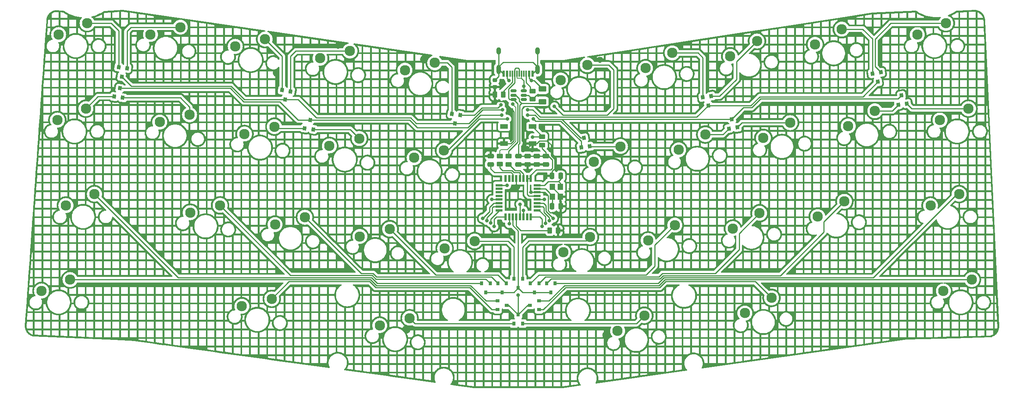
<source format=gbr>
%TF.GenerationSoftware,KiCad,Pcbnew,(6.99.0-222-g367431f825)*%
%TF.CreationDate,2022-01-17T23:29:45+01:00*%
%TF.ProjectId,Adalyn,4164616c-796e-42e6-9b69-6361645f7063,rev?*%
%TF.SameCoordinates,Original*%
%TF.FileFunction,Copper,L2,Bot*%
%TF.FilePolarity,Positive*%
%FSLAX46Y46*%
G04 Gerber Fmt 4.6, Leading zero omitted, Abs format (unit mm)*
G04 Created by KiCad (PCBNEW (6.99.0-222-g367431f825)) date 2022-01-17 23:29:45*
%MOMM*%
%LPD*%
G01*
G04 APERTURE LIST*
G04 Aperture macros list*
%AMRoundRect*
0 Rectangle with rounded corners*
0 $1 Rounding radius*
0 $2 $3 $4 $5 $6 $7 $8 $9 X,Y pos of 4 corners*
0 Add a 4 corners polygon primitive as box body*
4,1,4,$2,$3,$4,$5,$6,$7,$8,$9,$2,$3,0*
0 Add four circle primitives for the rounded corners*
1,1,$1+$1,$2,$3*
1,1,$1+$1,$4,$5*
1,1,$1+$1,$6,$7*
1,1,$1+$1,$8,$9*
0 Add four rect primitives between the rounded corners*
20,1,$1+$1,$2,$3,$4,$5,0*
20,1,$1+$1,$4,$5,$6,$7,0*
20,1,$1+$1,$6,$7,$8,$9,0*
20,1,$1+$1,$8,$9,$2,$3,0*%
%AMRotRect*
0 Rectangle, with rotation*
0 The origin of the aperture is its center*
0 $1 length*
0 $2 width*
0 $3 Rotation angle, in degrees counterclockwise*
0 Add horizontal line*
21,1,$1,$2,0,0,$3*%
G04 Aperture macros list end*
%TA.AperFunction,ComponentPad*%
%ADD10C,2.300000*%
%TD*%
%TA.AperFunction,SMDPad,CuDef*%
%ADD11R,1.700000X1.000000*%
%TD*%
%TA.AperFunction,SMDPad,CuDef*%
%ADD12RotRect,0.900000X0.800000X262.000000*%
%TD*%
%TA.AperFunction,SMDPad,CuDef*%
%ADD13RotRect,0.900000X0.800000X278.000000*%
%TD*%
%TA.AperFunction,SMDPad,CuDef*%
%ADD14RotRect,0.900000X0.800000X82.000000*%
%TD*%
%TA.AperFunction,SMDPad,CuDef*%
%ADD15RotRect,0.900000X0.800000X98.000000*%
%TD*%
%TA.AperFunction,SMDPad,CuDef*%
%ADD16R,0.800000X0.900000*%
%TD*%
%TA.AperFunction,SMDPad,CuDef*%
%ADD17R,0.900000X0.800000*%
%TD*%
%TA.AperFunction,SMDPad,CuDef*%
%ADD18RoundRect,0.250000X-0.475000X0.250000X-0.475000X-0.250000X0.475000X-0.250000X0.475000X0.250000X0*%
%TD*%
%TA.AperFunction,SMDPad,CuDef*%
%ADD19RoundRect,0.250000X0.475000X-0.250000X0.475000X0.250000X-0.475000X0.250000X-0.475000X-0.250000X0*%
%TD*%
%TA.AperFunction,SMDPad,CuDef*%
%ADD20RoundRect,0.250000X0.450000X-0.262500X0.450000X0.262500X-0.450000X0.262500X-0.450000X-0.262500X0*%
%TD*%
%TA.AperFunction,SMDPad,CuDef*%
%ADD21RoundRect,0.250000X-0.262500X-0.450000X0.262500X-0.450000X0.262500X0.450000X-0.262500X0.450000X0*%
%TD*%
%TA.AperFunction,SMDPad,CuDef*%
%ADD22RoundRect,0.250000X-0.625000X0.375000X-0.625000X-0.375000X0.625000X-0.375000X0.625000X0.375000X0*%
%TD*%
%TA.AperFunction,SMDPad,CuDef*%
%ADD23RoundRect,0.218750X0.256250X-0.218750X0.256250X0.218750X-0.256250X0.218750X-0.256250X-0.218750X0*%
%TD*%
%TA.AperFunction,SMDPad,CuDef*%
%ADD24RoundRect,0.250000X-0.450000X0.262500X-0.450000X-0.262500X0.450000X-0.262500X0.450000X0.262500X0*%
%TD*%
%TA.AperFunction,SMDPad,CuDef*%
%ADD25R,0.600000X1.450000*%
%TD*%
%TA.AperFunction,SMDPad,CuDef*%
%ADD26R,0.300000X1.450000*%
%TD*%
%TA.AperFunction,ComponentPad*%
%ADD27O,1.000000X1.600000*%
%TD*%
%TA.AperFunction,ComponentPad*%
%ADD28O,1.000000X2.100000*%
%TD*%
%TA.AperFunction,SMDPad,CuDef*%
%ADD29R,1.600000X0.550000*%
%TD*%
%TA.AperFunction,SMDPad,CuDef*%
%ADD30R,0.550000X1.600000*%
%TD*%
%TA.AperFunction,SMDPad,CuDef*%
%ADD31RoundRect,0.250000X0.250000X0.475000X-0.250000X0.475000X-0.250000X-0.475000X0.250000X-0.475000X0*%
%TD*%
%TA.AperFunction,SMDPad,CuDef*%
%ADD32R,1.200000X1.400000*%
%TD*%
%TA.AperFunction,SMDPad,CuDef*%
%ADD33RoundRect,0.150000X0.512500X0.150000X-0.512500X0.150000X-0.512500X-0.150000X0.512500X-0.150000X0*%
%TD*%
%TA.AperFunction,SMDPad,CuDef*%
%ADD34RoundRect,0.250000X-0.250000X-0.475000X0.250000X-0.475000X0.250000X0.475000X-0.250000X0.475000X0*%
%TD*%
%TA.AperFunction,ViaPad*%
%ADD35C,0.800000*%
%TD*%
%TA.AperFunction,Conductor*%
%ADD36C,0.250000*%
%TD*%
%TA.AperFunction,Conductor*%
%ADD37C,0.200000*%
%TD*%
G04 APERTURE END LIST*
D10*
%TO.P,MX1,1,COL*%
%TO.N,Col0*%
X43414098Y-49965797D03*
%TO.P,MX1,2,ROW*%
%TO.N,Net-(D101-A)*%
X49764098Y-47425797D03*
%TD*%
%TO.P,MX2,1,COL*%
%TO.N,Col0*%
X43128345Y-69015792D03*
%TO.P,MX2,2,ROW*%
%TO.N,Net-(D106-A)_1*%
X49478345Y-66475792D03*
%TD*%
%TO.P,MX3,1,COL*%
%TO.N,Col0*%
X45033349Y-88065792D03*
%TO.P,MX3,2,ROW*%
%TO.N,Net-(D111-A)_1*%
X51383349Y-85525792D03*
%TD*%
%TO.P,MX4,1,COL*%
%TO.N,Col1*%
X63836391Y-49938989D03*
%TO.P,MX4,2,ROW*%
%TO.N,Net-(D101-A)_1*%
X70478093Y-48307457D03*
%TD*%
%TO.P,MX5,1,COL*%
%TO.N,Col1*%
X65901296Y-69466409D03*
%TO.P,MX5,2,ROW*%
%TO.N,Net-(D106-A)*%
X72542998Y-67834877D03*
%TD*%
%TO.P,MX6,1,COL*%
%TO.N,Col1*%
X72682351Y-89656637D03*
%TO.P,MX6,2,ROW*%
%TO.N,Net-(D111-A)*%
X79324053Y-88025105D03*
%TD*%
%TO.P,MX7,1,COL*%
%TO.N,Col2*%
X82700997Y-52590242D03*
%TO.P,MX7,2,ROW*%
%TO.N,Net-(D102-A)*%
X89342699Y-50958710D03*
%TD*%
%TO.P,MX8,1,COL*%
%TO.N,Col2*%
X84765902Y-72117660D03*
%TO.P,MX8,2,ROW*%
%TO.N,Net-(D107-A)_1*%
X91407604Y-70486128D03*
%TD*%
%TO.P,MX9,1,COL*%
%TO.N,Col2*%
X91546955Y-92307891D03*
%TO.P,MX9,2,ROW*%
%TO.N,Net-(D112-A)*%
X98188657Y-90676359D03*
%TD*%
%TO.P,MX10,1,COL*%
%TO.N,Col0*%
X39604097Y-107115795D03*
%TO.P,MX10,2,ROW*%
%TO.N,Net-(D115-A)_1*%
X45954097Y-104575795D03*
%TD*%
%TO.P,MX11,1,COL*%
%TO.N,Col3*%
X101565604Y-55241485D03*
%TO.P,MX11,2,ROW*%
%TO.N,Net-(D102-A)_1*%
X108207306Y-53609953D03*
%TD*%
%TO.P,MX12,1,COL*%
%TO.N,Col3*%
X103630510Y-74768904D03*
%TO.P,MX12,2,ROW*%
%TO.N,Net-(D107-A)*%
X110272212Y-73137372D03*
%TD*%
%TO.P,MX13,1,COL*%
%TO.N,Col3*%
X110411562Y-94959137D03*
%TO.P,MX13,2,ROW*%
%TO.N,Net-(D112-A)_1*%
X117053264Y-93327605D03*
%TD*%
%TO.P,MX15,1,COL*%
%TO.N,Col1*%
X84179558Y-110509686D03*
%TO.P,MX15,2,ROW*%
%TO.N,Net-(D115-A)*%
X90821260Y-108878154D03*
%TD*%
%TO.P,MX16,1,COL*%
%TO.N,Col4*%
X120430211Y-57892733D03*
%TO.P,MX16,2,ROW*%
%TO.N,Net-(D103-A)_1*%
X127071913Y-56261201D03*
%TD*%
%TO.P,MX18,1,COL*%
%TO.N,Col4*%
X129276170Y-97610381D03*
%TO.P,MX18,2,ROW*%
%TO.N,Net-(D118-A)_1*%
X135917872Y-95978849D03*
%TD*%
%TO.P,MX19,1,COL*%
%TO.N,Col3*%
X114834545Y-114817958D03*
%TO.P,MX19,2,ROW*%
%TO.N,Net-(D116-A)*%
X121476247Y-113186426D03*
%TD*%
%TO.P,MX20,1,COL*%
%TO.N,Col5*%
X155072438Y-60097280D03*
%TO.P,MX20,2,ROW*%
%TO.N,Net-(D103-A)*%
X161007141Y-56698250D03*
%TD*%
%TO.P,MX21,1,COL*%
%TO.N,Col5*%
X162439835Y-78299077D03*
%TO.P,MX21,2,ROW*%
%TO.N,Net-(D108-A)*%
X168374538Y-74900047D03*
%TD*%
%TO.P,MX22,1,COL*%
%TO.N,Col5*%
X155658783Y-98489305D03*
%TO.P,MX22,2,ROW*%
%TO.N,Net-(D118-A)*%
X161593486Y-95090275D03*
%TD*%
%TO.P,MX23,1,COL*%
%TO.N,Col6*%
X173937048Y-57446036D03*
%TO.P,MX23,2,ROW*%
%TO.N,Net-(D104-A)*%
X179871751Y-54047006D03*
%TD*%
%TO.P,MX24,1,COL*%
%TO.N,Col6*%
X181304443Y-75647831D03*
%TO.P,MX24,2,ROW*%
%TO.N,Net-(D109-A)*%
X187239146Y-72248801D03*
%TD*%
%TO.P,MX25,1,COL*%
%TO.N,Col6*%
X174523387Y-95838060D03*
%TO.P,MX25,2,ROW*%
%TO.N,Net-(D113-A)_1*%
X180458090Y-92439030D03*
%TD*%
%TO.P,MX26,1,COL*%
%TO.N,Col6*%
X167742335Y-116028289D03*
%TO.P,MX26,2,ROW*%
%TO.N,Net-(D116-A)_1*%
X173677038Y-112629259D03*
%TD*%
%TO.P,MX27,1,COL*%
%TO.N,Col7*%
X192801649Y-54794783D03*
%TO.P,MX27,2,ROW*%
%TO.N,Net-(D104-A)_1*%
X198736352Y-51395753D03*
%TD*%
%TO.P,MX28,1,COL*%
%TO.N,Col7*%
X200169047Y-72996582D03*
%TO.P,MX28,2,ROW*%
%TO.N,Net-(D109-A)_1*%
X206103750Y-69597552D03*
%TD*%
%TO.P,MX29,1,COL*%
%TO.N,Col7*%
X193387997Y-93186808D03*
%TO.P,MX29,2,ROW*%
%TO.N,Net-(D113-A)*%
X199322700Y-89787778D03*
%TD*%
%TO.P,MX30,1,COL*%
%TO.N,Col7*%
X196039240Y-112051417D03*
%TO.P,MX30,2,ROW*%
%TO.N,Net-(D117-A)*%
X201973943Y-108652387D03*
%TD*%
%TO.P,MX32,1,COL*%
%TO.N,Col8*%
X211666259Y-52143539D03*
%TO.P,MX32,2,ROW*%
%TO.N,Net-(D105-A)*%
X217600962Y-48744509D03*
%TD*%
%TO.P,MX33,1,COL*%
%TO.N,Col8*%
X219033656Y-70345336D03*
%TO.P,MX33,2,ROW*%
%TO.N,Net-(D110-A)_1*%
X224968359Y-66946306D03*
%TD*%
%TO.P,MX34,1,COL*%
%TO.N,Col8*%
X212252601Y-90535565D03*
%TO.P,MX34,2,ROW*%
%TO.N,Net-(D114-A)_1*%
X218187304Y-87136535D03*
%TD*%
%TO.P,MX35,1,COL*%
%TO.N,Col9*%
X240200597Y-107115797D03*
%TO.P,MX35,2,ROW*%
%TO.N,Net-(D117-A)_1*%
X246550597Y-104575797D03*
%TD*%
%TO.P,MX36,1,COL*%
%TO.N,Col9*%
X234390348Y-49965797D03*
%TO.P,MX36,2,ROW*%
%TO.N,Net-(D105-A)_1*%
X240740348Y-47425797D03*
%TD*%
%TO.P,MX37,1,COL*%
%TO.N,Col9*%
X239438600Y-69015795D03*
%TO.P,MX37,2,ROW*%
%TO.N,Net-(D110-A)*%
X245788600Y-66475795D03*
%TD*%
%TO.P,MX38,1,COL*%
%TO.N,Col9*%
X237343100Y-88065798D03*
%TO.P,MX38,2,ROW*%
%TO.N,Net-(D114-A)*%
X243693100Y-85525798D03*
%TD*%
%TO.P,MX17,1,COL*%
%TO.N,Col4*%
X122495114Y-77420156D03*
%TO.P,MX17,2,ROW*%
%TO.N,Net-(D108-A)_1*%
X129136816Y-75788624D03*
%TD*%
D11*
%TO.P,SW1,1,1*%
%TO.N,GND*%
X142494099Y-74230796D03*
X148794099Y-74230796D03*
%TO.P,SW1,2,2*%
%TO.N,Net-(U1-PC1/~RESET)*%
X142494099Y-70430796D03*
X148794099Y-70430796D03*
%TD*%
D12*
%TO.P,D101,1,A*%
%TO.N,Net-(D101-A)_1*%
X58644027Y-57472742D03*
%TO.P,D101,2,A*%
%TO.N,Net-(D101-A)*%
X56762517Y-57208313D03*
%TO.P,D101,3,K*%
%TO.N,ROW0*%
X57424926Y-59321064D03*
%TD*%
%TO.P,D102,1,A*%
%TO.N,Net-(D102-A)_1*%
X95014027Y-62612742D03*
%TO.P,D102,2,A*%
%TO.N,Net-(D102-A)*%
X93132517Y-62348313D03*
%TO.P,D102,3,K*%
%TO.N,ROW0*%
X93794926Y-64461064D03*
%TD*%
%TO.P,D103,1,A*%
%TO.N,Net-(D103-A)*%
X132734027Y-67922742D03*
%TO.P,D103,2,A*%
%TO.N,Net-(D103-A)_1*%
X130852517Y-67658313D03*
%TO.P,D103,3,K*%
%TO.N,ROW0*%
X131514926Y-69771064D03*
%TD*%
D13*
%TO.P,D104,1,A*%
%TO.N,Net-(D104-A)_1*%
X188565681Y-63678313D03*
%TO.P,D104,2,A*%
%TO.N,Net-(D104-A)*%
X186684171Y-63942742D03*
%TO.P,D104,3,K*%
%TO.N,ROW0*%
X187903272Y-65791064D03*
%TD*%
%TO.P,D105,1,A*%
%TO.N,Net-(D105-A)_1*%
X226295681Y-58378313D03*
%TO.P,D105,2,A*%
%TO.N,Net-(D105-A)*%
X224414171Y-58642742D03*
%TO.P,D105,3,K*%
%TO.N,ROW0*%
X225633272Y-60491064D03*
%TD*%
D14*
%TO.P,D106,1,A*%
%TO.N,Net-(D106-A)_1*%
X55794171Y-63778850D03*
%TO.P,D106,2,A*%
%TO.N,Net-(D106-A)*%
X57675681Y-64043279D03*
%TO.P,D106,3,K*%
%TO.N,ROW1*%
X57013272Y-61930528D03*
%TD*%
%TO.P,D107,1,A*%
%TO.N,Net-(D107-A)_1*%
X98144171Y-70828850D03*
%TO.P,D107,2,A*%
%TO.N,Net-(D107-A)*%
X100025681Y-71093279D03*
%TO.P,D107,3,K*%
%TO.N,ROW1*%
X99363272Y-68980528D03*
%TD*%
D15*
%TO.P,D109,1,A*%
%TO.N,Net-(D109-A)*%
X192481690Y-70913547D03*
%TO.P,D109,2,A*%
%TO.N,Net-(D109-A)_1*%
X194363200Y-70649118D03*
%TO.P,D109,3,K*%
%TO.N,ROW1*%
X193144099Y-68800796D03*
%TD*%
%TO.P,D110,1,A*%
%TO.N,Net-(D110-A)_1*%
X230192517Y-65623279D03*
%TO.P,D110,2,A*%
%TO.N,Net-(D110-A)*%
X232074027Y-65358850D03*
%TO.P,D110,3,K*%
%TO.N,ROW1*%
X230854926Y-63510528D03*
%TD*%
D16*
%TO.P,D111,1,A*%
%TO.N,Net-(D111-A)*%
X139384099Y-105430796D03*
%TO.P,D111,2,A*%
%TO.N,Net-(D111-A)_1*%
X137484099Y-105430796D03*
%TO.P,D111,3,K*%
%TO.N,ROW2*%
X138434099Y-107430796D03*
%TD*%
%TO.P,D112,1,A*%
%TO.N,Net-(D112-A)_1*%
X142984099Y-105440796D03*
%TO.P,D112,2,A*%
%TO.N,Net-(D112-A)*%
X141084099Y-105440796D03*
%TO.P,D112,3,K*%
%TO.N,ROW2*%
X142034099Y-107440796D03*
%TD*%
%TO.P,D113,1,A*%
%TO.N,Net-(D113-A)*%
X150220000Y-105430000D03*
%TO.P,D113,2,A*%
%TO.N,Net-(D113-A)_1*%
X148320000Y-105430000D03*
%TO.P,D113,3,K*%
%TO.N,ROW2*%
X149270000Y-107430000D03*
%TD*%
%TO.P,D114,1,A*%
%TO.N,Net-(D114-A)*%
X153850000Y-105440000D03*
%TO.P,D114,2,A*%
%TO.N,Net-(D114-A)_1*%
X151950000Y-105440000D03*
%TO.P,D114,3,K*%
%TO.N,ROW2*%
X152900000Y-107440000D03*
%TD*%
D17*
%TO.P,D115,1,A*%
%TO.N,Net-(D115-A)_1*%
X141030000Y-109340000D03*
%TO.P,D115,2,A*%
%TO.N,Net-(D115-A)*%
X141030000Y-111240000D03*
%TO.P,D115,3,K*%
%TO.N,ROW3*%
X143030000Y-110290000D03*
%TD*%
D16*
%TO.P,D116,1,A*%
%TO.N,Net-(D116-A)*%
X144680000Y-114390000D03*
%TO.P,D116,2,A*%
%TO.N,Net-(D116-A)_1*%
X146580000Y-114390000D03*
%TO.P,D116,3,K*%
%TO.N,ROW3*%
X145630000Y-112390000D03*
%TD*%
D17*
%TO.P,D117,1,A*%
%TO.N,Net-(D117-A)*%
X150270000Y-111240000D03*
%TO.P,D117,2,A*%
%TO.N,Net-(D117-A)_1*%
X150270000Y-109340000D03*
%TO.P,D117,3,K*%
%TO.N,ROW3*%
X148270000Y-110290000D03*
%TD*%
D16*
%TO.P,D118,1,A*%
%TO.N,Net-(D118-A)*%
X146594099Y-104430796D03*
%TO.P,D118,2,A*%
%TO.N,Net-(D118-A)_1*%
X144694099Y-104430796D03*
%TO.P,D118,3,K*%
%TO.N,ROW2*%
X145644099Y-106430796D03*
%TD*%
D18*
%TO.P,C2,1*%
%TO.N,+5V*%
X149750000Y-77040000D03*
%TO.P,C2,2*%
%TO.N,GND*%
X149750000Y-78940000D03*
%TD*%
%TO.P,C4,1*%
%TO.N,+5V*%
X145650000Y-77040000D03*
%TO.P,C4,2*%
%TO.N,GND*%
X145650000Y-78940000D03*
%TD*%
%TO.P,C5,1*%
%TO.N,+5V*%
X147710000Y-77040000D03*
%TO.P,C5,2*%
%TO.N,GND*%
X147710000Y-78940000D03*
%TD*%
D19*
%TO.P,C6,1*%
%TO.N,Net-(U1-UCAP)*%
X139490000Y-78910000D03*
%TO.P,C6,2*%
%TO.N,GND*%
X139490000Y-77010000D03*
%TD*%
D18*
%TO.P,C101,1*%
%TO.N,+5V*%
X151790000Y-77040000D03*
%TO.P,C101,2*%
%TO.N,GND*%
X151790000Y-78940000D03*
%TD*%
D20*
%TO.P,R2,1*%
%TO.N,Net-(U1-D+)*%
X141510000Y-78862500D03*
%TO.P,R2,2*%
%TO.N,D+*%
X141510000Y-77037500D03*
%TD*%
%TO.P,R3,1*%
%TO.N,Net-(U1-D-)*%
X143480000Y-78882500D03*
%TO.P,R3,2*%
%TO.N,D-*%
X143480000Y-77057500D03*
%TD*%
%TO.P,R4,1*%
%TO.N,+5V*%
X150974099Y-74573296D03*
%TO.P,R4,2*%
%TO.N,Net-(U1-PC1/~RESET)*%
X150974099Y-72748296D03*
%TD*%
D21*
%TO.P,R5,1*%
%TO.N,Net-(U1-~HWB~/PD7)*%
X152667500Y-93650000D03*
%TO.P,R5,2*%
%TO.N,GND*%
X154492500Y-93650000D03*
%TD*%
D15*
%TO.P,D108,1,A*%
%TO.N,Net-(D108-A)_1*%
X159618418Y-75132483D03*
%TO.P,D108,2,A*%
%TO.N,Net-(D108-A)*%
X161499928Y-74868054D03*
%TO.P,D108,3,K*%
%TO.N,ROW1*%
X160280827Y-73019732D03*
%TD*%
D22*
%TO.P,F101,1*%
%TO.N,VBUS*%
X151034099Y-62100796D03*
%TO.P,F101,2*%
%TO.N,+5V*%
X151034099Y-64900796D03*
%TD*%
D23*
%TO.P,L101,1*%
%TO.N,GND*%
X140474099Y-61648296D03*
%TO.P,L101,2*%
%TO.N,Earth*%
X140474099Y-60073296D03*
%TD*%
D21*
%TO.P,R101,1*%
%TO.N,GND*%
X140441599Y-63370796D03*
%TO.P,R101,2*%
%TO.N,CC1*%
X142266599Y-63370796D03*
%TD*%
D24*
%TO.P,R102,1*%
%TO.N,CC2*%
X148814099Y-62548296D03*
%TO.P,R102,2*%
%TO.N,GND*%
X148814099Y-64373296D03*
%TD*%
D25*
%TO.P,USB101,1,GND*%
%TO.N,Earth*%
X142379099Y-58665796D03*
%TO.P,USB101,2,VBUS*%
%TO.N,VBUS*%
X143154099Y-58665796D03*
D26*
%TO.P,USB101,3,SBU2*%
%TO.N,unconnected-(USB101-SBU2)*%
X143854099Y-58665796D03*
%TO.P,USB101,4,CC1*%
%TO.N,CC1*%
X144354099Y-58665796D03*
%TO.P,USB101,5,DN2*%
%TO.N,D-*%
X144854099Y-58665796D03*
%TO.P,USB101,6,DP1*%
%TO.N,D+*%
X145354099Y-58665796D03*
%TO.P,USB101,7,DN1*%
%TO.N,D-*%
X145854099Y-58665796D03*
%TO.P,USB101,8,DP2*%
%TO.N,D+*%
X146354099Y-58665796D03*
%TO.P,USB101,9,SBU1*%
%TO.N,unconnected-(USB101-SBU1)*%
X146854099Y-58665796D03*
%TO.P,USB101,10,CC2*%
%TO.N,CC2*%
X147354099Y-58665796D03*
D25*
%TO.P,USB101,11,VBUS*%
%TO.N,VBUS*%
X148054099Y-58665796D03*
%TO.P,USB101,12,GND*%
%TO.N,Earth*%
X148829099Y-58665796D03*
D27*
%TO.P,USB101,13,SHIELD*%
X141284099Y-53570796D03*
D28*
X141284099Y-57750796D03*
D27*
X149924099Y-53570796D03*
D28*
X149924099Y-57750796D03*
%TD*%
D29*
%TO.P,U1,1,XTAL1*%
%TO.N,Net-(U1-XTAL1)*%
X149874099Y-83530796D03*
%TO.P,U1,2,PC0/XTAL2*%
%TO.N,Net-(U1-PC0/XTAL2)*%
X149874099Y-84330796D03*
%TO.P,U1,3,GND*%
%TO.N,GND*%
X149874099Y-85130796D03*
%TO.P,U1,4,VCC*%
%TO.N,+5V*%
X149874099Y-85930796D03*
%TO.P,U1,5,PC2*%
%TO.N,Col5*%
X149874099Y-86730796D03*
%TO.P,U1,6,PD0*%
%TO.N,Col6*%
X149874099Y-87530796D03*
%TO.P,U1,7,PD1*%
%TO.N,Col7*%
X149874099Y-88330796D03*
%TO.P,U1,8,PD2*%
%TO.N,Col8*%
X149874099Y-89130796D03*
D30*
%TO.P,U1,9,PD3*%
%TO.N,Col9*%
X148424099Y-90580796D03*
%TO.P,U1,10,PD4*%
%TO.N,unconnected-(U1-PD4)*%
X147624099Y-90580796D03*
%TO.P,U1,11,PD5*%
%TO.N,ROW1*%
X146824099Y-90580796D03*
%TO.P,U1,12,PD6*%
%TO.N,ROW0*%
X146024099Y-90580796D03*
%TO.P,U1,13,~HWB~/PD7*%
%TO.N,Net-(U1-~HWB~/PD7)*%
X145224099Y-90580796D03*
%TO.P,U1,14,PB0*%
%TO.N,ROW2*%
X144424099Y-90580796D03*
%TO.P,U1,15,PB1*%
%TO.N,ROW3*%
X143624099Y-90580796D03*
%TO.P,U1,16,PB2*%
%TO.N,Col0*%
X142824099Y-90580796D03*
D29*
%TO.P,U1,17,PB3*%
%TO.N,Col1*%
X141374099Y-89130796D03*
%TO.P,U1,18,PB4*%
%TO.N,Col2*%
X141374099Y-88330796D03*
%TO.P,U1,19,PB5*%
%TO.N,Col3*%
X141374099Y-87530796D03*
%TO.P,U1,20,PB6*%
%TO.N,Col4*%
X141374099Y-86730796D03*
%TO.P,U1,21,PB7*%
%TO.N,unconnected-(U1-PB7)*%
X141374099Y-85930796D03*
%TO.P,U1,22,PC7*%
%TO.N,unconnected-(U1-PC7)*%
X141374099Y-85130796D03*
%TO.P,U1,23,PC6*%
%TO.N,unconnected-(U1-PC6)*%
X141374099Y-84330796D03*
%TO.P,U1,24,PC1/~RESET*%
%TO.N,Net-(U1-PC1/~RESET)*%
X141374099Y-83530796D03*
D30*
%TO.P,U1,25,PC5*%
%TO.N,unconnected-(U1-PC5)*%
X142824099Y-82080796D03*
%TO.P,U1,26,PC4*%
%TO.N,unconnected-(U1-PC4)*%
X143624099Y-82080796D03*
%TO.P,U1,27,UCAP*%
%TO.N,Net-(U1-UCAP)*%
X144424099Y-82080796D03*
%TO.P,U1,28,UGND*%
%TO.N,GND*%
X145224099Y-82080796D03*
%TO.P,U1,29,D+*%
%TO.N,Net-(U1-D+)*%
X146024099Y-82080796D03*
%TO.P,U1,30,D-*%
%TO.N,Net-(U1-D-)*%
X146824099Y-82080796D03*
%TO.P,U1,31,UVCC*%
%TO.N,+5V*%
X147624099Y-82080796D03*
%TO.P,U1,32,AVCC*%
X148424099Y-82080796D03*
%TD*%
D31*
%TO.P,C7,1*%
%TO.N,GND*%
X155070000Y-88250000D03*
%TO.P,C7,2*%
%TO.N,Net-(U1-PC0/XTAL2)*%
X153170000Y-88250000D03*
%TD*%
D32*
%TO.P,Y1,1,1*%
%TO.N,Net-(U1-XTAL1)*%
X154964099Y-83900796D03*
%TO.P,Y1,2,2*%
%TO.N,GND*%
X154964099Y-86100796D03*
%TO.P,Y1,3,3*%
%TO.N,Net-(U1-PC0/XTAL2)*%
X153264099Y-86100796D03*
%TO.P,Y1,4,4*%
%TO.N,GND*%
X153264099Y-83900796D03*
%TD*%
D33*
%TO.P,U102,1,IO1*%
%TO.N,D+*%
X146841599Y-62520796D03*
%TO.P,U102,2,VN*%
%TO.N,GND*%
X146841599Y-63470796D03*
%TO.P,U102,3,IO2*%
%TO.N,unconnected-(U102-IO2)*%
X146841599Y-64420796D03*
%TO.P,U102,4,IO3*%
%TO.N,D-*%
X144566599Y-64420796D03*
%TO.P,U102,5,VP*%
%TO.N,+5V*%
X144566599Y-63470796D03*
%TO.P,U102,6,IO4*%
%TO.N,unconnected-(U102-IO4)*%
X144566599Y-62520796D03*
%TD*%
D34*
%TO.P,C8,1*%
%TO.N,GND*%
X153160000Y-81480000D03*
%TO.P,C8,2*%
%TO.N,Net-(U1-XTAL1)*%
X155060000Y-81480000D03*
%TD*%
D35*
%TO.N,ROW0*%
X147724099Y-66730796D03*
X142104099Y-66740796D03*
X146040000Y-87760000D03*
%TO.N,Net-(D103-A)*%
X153670000Y-65960000D03*
X141780000Y-65640000D03*
%TO.N,ROW1*%
X142004099Y-67890796D03*
X147734099Y-67890796D03*
X146830000Y-89140000D03*
%TO.N,Net-(D108-A)_1*%
X148994099Y-68750796D03*
X143214099Y-68750796D03*
%TO.N,ROW3*%
X145630000Y-108000000D03*
X143640000Y-92150000D03*
%TO.N,Col0*%
X140280000Y-92750000D03*
%TO.N,Col1*%
X139510000Y-91970000D03*
%TO.N,Col2*%
X138640000Y-91470000D03*
%TO.N,Col3*%
X137745000Y-90915000D03*
%TO.N,Col4*%
X139784895Y-86740000D03*
%TO.N,Col5*%
X151469204Y-86730796D03*
%TO.N,Col6*%
X153410000Y-90950000D03*
%TO.N,Col7*%
X152560000Y-91480000D03*
%TO.N,Col8*%
X151700000Y-92010000D03*
%TO.N,Col9*%
X150940000Y-92750000D03*
%TO.N,GND*%
X147654099Y-75180796D03*
X124730000Y-55480000D03*
X91970000Y-58420000D03*
X163800000Y-55880000D03*
X147710000Y-80180000D03*
X145204099Y-83700796D03*
X148474099Y-85130796D03*
X120750000Y-115690000D03*
X165280000Y-116940000D03*
X105570000Y-52720000D03*
%TO.N,VBUS*%
X148604099Y-60220796D03*
X143603946Y-60195643D03*
%TO.N,Net-(U1-PC1/~RESET)*%
X148836240Y-72842937D03*
X143144099Y-83540796D03*
%TO.N,D+*%
X144385000Y-65485000D03*
X146841599Y-61503296D03*
%TD*%
D36*
%TO.N,ROW0*%
X197363831Y-65791064D02*
X199333619Y-63821276D01*
X100764311Y-68531008D02*
X96664099Y-64430796D01*
X222303060Y-63821276D02*
X225633272Y-60491064D01*
X134683831Y-69771064D02*
X137714099Y-66740796D01*
X134683831Y-69771064D02*
X135549099Y-68905796D01*
X121694311Y-68531008D02*
X100764311Y-68531008D01*
X137714099Y-66740796D02*
X142104099Y-66740796D01*
X136724099Y-67730796D02*
X135549099Y-68905796D01*
X146024099Y-87775901D02*
X146024099Y-90580796D01*
X148864099Y-66730796D02*
X147724099Y-66730796D01*
X59584870Y-61481008D02*
X57424926Y-59321064D01*
X131514926Y-69771064D02*
X134683831Y-69771064D01*
X185343060Y-68351276D02*
X150484579Y-68351276D01*
X146040000Y-87760000D02*
X146024099Y-87775901D01*
X93794926Y-64461064D02*
X84750085Y-64461064D01*
X84750085Y-64461064D02*
X81770029Y-61481008D01*
X96633831Y-64461064D02*
X93794926Y-64461064D01*
X96664099Y-64430796D02*
X96633831Y-64461064D01*
X81770029Y-61481008D02*
X59584870Y-61481008D01*
X150484579Y-68351276D02*
X148864099Y-66730796D01*
X187903272Y-65791064D02*
X197363831Y-65791064D01*
X122934367Y-69771064D02*
X121694311Y-68531008D01*
X131514926Y-69771064D02*
X122934367Y-69771064D01*
X199333619Y-63821276D02*
X222303060Y-63821276D01*
X187903272Y-65791064D02*
X185343060Y-68351276D01*
%TO.N,Net-(U1-UCAP)*%
X144070000Y-80720000D02*
X140320000Y-80720000D01*
X144424099Y-82080796D02*
X144424099Y-81074099D01*
X140320000Y-80720000D02*
X139490000Y-79890000D01*
X139490000Y-79890000D02*
X139490000Y-78910000D01*
X144424099Y-81074099D02*
X144070000Y-80720000D01*
%TO.N,Net-(U1-PC0/XTAL2)*%
X153264099Y-88155901D02*
X153170000Y-88250000D01*
X153264099Y-86100796D02*
X153264099Y-85900796D01*
X153264099Y-85900796D02*
X152359099Y-84995796D01*
X149874099Y-84330796D02*
X151694099Y-84330796D01*
X151694099Y-84330796D02*
X152359099Y-84995796D01*
X153264099Y-86100796D02*
X153264099Y-88155901D01*
%TO.N,Net-(U1-XTAL1)*%
X151434099Y-83530796D02*
X152264099Y-82700796D01*
X154594099Y-82700796D02*
X154964099Y-83070796D01*
X155060000Y-81480000D02*
X155060000Y-82234895D01*
X149874099Y-83530796D02*
X151434099Y-83530796D01*
X154964099Y-83070796D02*
X154964099Y-83900796D01*
X155060000Y-82234895D02*
X154594099Y-82700796D01*
X152264099Y-82700796D02*
X154594099Y-82700796D01*
%TO.N,Net-(D101-A)_1*%
X58644027Y-49175973D02*
X58644027Y-57472742D01*
X59512543Y-48307457D02*
X58644027Y-49175973D01*
X70478093Y-48307457D02*
X59512543Y-48307457D01*
%TO.N,Net-(D101-A)*%
X55125797Y-47425797D02*
X56770000Y-49070000D01*
X56762517Y-49077483D02*
X56770000Y-49070000D01*
X49764098Y-47425797D02*
X55125797Y-47425797D01*
X56762517Y-57208313D02*
X56762517Y-49077483D01*
%TO.N,Net-(D102-A)*%
X89342699Y-50958710D02*
X93132517Y-54748528D01*
X93132517Y-54748528D02*
X93132517Y-62348313D01*
%TO.N,Net-(D103-A)*%
X165418244Y-67901756D02*
X155611756Y-67901756D01*
X141128724Y-66291276D02*
X138960000Y-66291276D01*
X155611756Y-67901756D02*
X153670000Y-65960000D01*
X141780000Y-65640000D02*
X141128724Y-66291276D01*
X137527902Y-66291276D02*
X139180000Y-66291276D01*
X165758250Y-56698250D02*
X166870000Y-57810000D01*
X166870000Y-66450000D02*
X165418244Y-67901756D01*
X161007141Y-56698250D02*
X165758250Y-56698250D01*
X166870000Y-57810000D02*
X166870000Y-66450000D01*
X136884589Y-66934588D02*
X137527902Y-66291276D01*
X132734027Y-67922742D02*
X135896435Y-67922742D01*
X135896435Y-67922742D02*
X136884589Y-66934588D01*
%TO.N,Net-(D104-A)_1*%
X194170000Y-55962105D02*
X194170000Y-57090000D01*
X188565681Y-63678313D02*
X189308313Y-63678313D01*
X194170000Y-57090000D02*
X194170000Y-58180000D01*
X198736352Y-51395753D02*
X194170000Y-55962105D01*
X194170000Y-57090000D02*
X194170000Y-59930000D01*
X194170000Y-59930000D02*
X190421687Y-63678313D01*
X189308313Y-63678313D02*
X190221687Y-63678313D01*
X194170000Y-58180000D02*
X194170000Y-59660000D01*
X189308313Y-63678313D02*
X190421687Y-63678313D01*
%TO.N,ROW1*%
X193144099Y-68800796D02*
X195704099Y-66240796D01*
X159525134Y-73019732D02*
X155306198Y-68800796D01*
X147594099Y-67890796D02*
X147584099Y-67900796D01*
X96703831Y-68980528D02*
X99363272Y-68980528D01*
X121931652Y-69418348D02*
X123203304Y-70690000D01*
X199534099Y-64270796D02*
X230094658Y-64270796D01*
X57013272Y-61930528D02*
X81583831Y-61930528D01*
X146830000Y-89140000D02*
X146830000Y-90574895D01*
X81583831Y-61930528D02*
X84563887Y-64910584D01*
X137199817Y-67890796D02*
X142004099Y-67890796D01*
X123203304Y-70690000D02*
X134400613Y-70690000D01*
X99363272Y-68980528D02*
X121493831Y-68980528D01*
X92633887Y-64910584D02*
X96703831Y-68980528D01*
X84563887Y-64910584D02*
X92633887Y-64910584D01*
X195704099Y-66240796D02*
X196444099Y-66240796D01*
X197564099Y-66240796D02*
X196444099Y-66240796D01*
X153904099Y-68800796D02*
X150298382Y-68800796D01*
X134400613Y-70690000D02*
X137199817Y-67890796D01*
X157259204Y-68800796D02*
X155139204Y-68800796D01*
X160280827Y-73019732D02*
X159525134Y-73019732D01*
X153044099Y-68800796D02*
X150294099Y-68800796D01*
X155306198Y-68800796D02*
X155139204Y-68800796D01*
X149384099Y-67890796D02*
X147734099Y-67890796D01*
X146830000Y-90574895D02*
X146824099Y-90580796D01*
X198364099Y-65440796D02*
X197564099Y-66240796D01*
X153904099Y-68800796D02*
X153044099Y-68800796D01*
X198364099Y-65440796D02*
X199534099Y-64270796D01*
X193144099Y-68800796D02*
X157259204Y-68800796D01*
X150294099Y-68800796D02*
X149384099Y-67890796D01*
X121493831Y-68980528D02*
X121931652Y-69418348D01*
X230094658Y-64270796D02*
X230854926Y-63510528D01*
X121931652Y-69418348D02*
X122914099Y-70400796D01*
X155139204Y-68800796D02*
X153904099Y-68800796D01*
%TO.N,Net-(D104-A)*%
X186684171Y-55094171D02*
X186684171Y-63942742D01*
X185637006Y-54047006D02*
X186684171Y-55094171D01*
X179871751Y-54047006D02*
X185637006Y-54047006D01*
%TO.N,Net-(D106-A)*%
X70483279Y-64043279D02*
X57675681Y-64043279D01*
X72542998Y-67834877D02*
X72542998Y-66102998D01*
X72542998Y-66102998D02*
X70483279Y-64043279D01*
%TO.N,Net-(D106-A)_1*%
X52175287Y-63778850D02*
X49478345Y-66475792D01*
X55794171Y-63778850D02*
X52175287Y-63778850D01*
%TO.N,Net-(D107-A)_1*%
X98144171Y-70828850D02*
X91750326Y-70828850D01*
X91750326Y-70828850D02*
X91407604Y-70486128D01*
%TO.N,Net-(D107-A)*%
X108228119Y-71093279D02*
X100025681Y-71093279D01*
X110272212Y-73137372D02*
X108228119Y-71093279D01*
%TO.N,Net-(D108-A)_1*%
X129937706Y-75788624D02*
X136975535Y-68750796D01*
X159618418Y-75132483D02*
X159618418Y-73748734D01*
X155120000Y-69250316D02*
X149493619Y-69250316D01*
X159618418Y-73748734D02*
X155120000Y-69250316D01*
X129136816Y-75788624D02*
X129937706Y-75788624D01*
X136975535Y-68750796D02*
X143214099Y-68750796D01*
X149493619Y-69250316D02*
X148994099Y-68750796D01*
%TO.N,Net-(D108-A)*%
X161531921Y-74900047D02*
X161499928Y-74868054D01*
X168374538Y-74900047D02*
X161531921Y-74900047D01*
%TO.N,Net-(D109-A)_1*%
X195414766Y-69597552D02*
X194363200Y-70649118D01*
X206103750Y-69597552D02*
X195414766Y-69597552D01*
%TO.N,ROW2*%
X138434099Y-107430796D02*
X142024099Y-107430796D01*
X144424099Y-92479817D02*
X144424099Y-90580796D01*
X144634099Y-107440796D02*
X145644099Y-106430796D01*
X149280000Y-107440000D02*
X149270000Y-107430000D01*
X145644099Y-106430796D02*
X145644099Y-93699817D01*
X145644099Y-93699817D02*
X144424099Y-92479817D01*
X152900000Y-107440000D02*
X149280000Y-107440000D01*
X142034099Y-107440796D02*
X144634099Y-107440796D01*
X142024099Y-107430796D02*
X142034099Y-107440796D01*
X149270000Y-107430000D02*
X146643303Y-107430000D01*
X146643303Y-107430000D02*
X145644099Y-106430796D01*
%TO.N,Net-(D109-A)*%
X187239146Y-72248801D02*
X191146436Y-72248801D01*
X191146436Y-72248801D02*
X192481690Y-70913547D01*
%TO.N,Net-(D110-A)*%
X245788600Y-66475795D02*
X233190972Y-66475795D01*
X233190972Y-66475795D02*
X232074027Y-65358850D01*
%TO.N,Net-(D110-A)_1*%
X224968359Y-66946306D02*
X228869490Y-66946306D01*
X228869490Y-66946306D02*
X230192517Y-65623279D01*
%TO.N,Net-(D112-A)*%
X139655522Y-104012219D02*
X141084099Y-105440796D01*
X114132676Y-104012219D02*
X139655522Y-104012219D01*
X110734054Y-103221756D02*
X113342213Y-103221756D01*
X113342213Y-103221756D02*
X114132676Y-104012219D01*
X98188657Y-90676359D02*
X110734054Y-103221756D01*
%TO.N,Net-(D113-A)*%
X194790000Y-94320478D02*
X194790000Y-97900000D01*
X199322700Y-89787778D02*
X194790000Y-94320478D01*
X151690238Y-103959762D02*
X150220000Y-105430000D01*
X176963086Y-103959762D02*
X151690238Y-103959762D01*
X189447664Y-103227664D02*
X189440000Y-103220000D01*
X194790000Y-97900000D02*
X189462336Y-103227664D01*
X189440000Y-103220000D02*
X177702848Y-103220000D01*
X177702848Y-103220000D02*
X176963086Y-103959762D01*
X189462336Y-103227664D02*
X189447664Y-103227664D01*
%TO.N,Net-(D114-A)*%
X178067579Y-104126704D02*
X176763802Y-105430480D01*
X243236492Y-85525798D02*
X224631810Y-104130480D01*
X153859520Y-105430480D02*
X153850000Y-105440000D01*
X159190000Y-105440000D02*
X159200000Y-105450000D01*
X214206224Y-104126704D02*
X178067579Y-104126704D01*
X176763802Y-105430480D02*
X153859520Y-105430480D01*
X153850000Y-105440000D02*
X159190000Y-105440000D01*
X224631810Y-104130480D02*
X214210000Y-104130480D01*
X243693100Y-85525798D02*
X243236492Y-85525798D01*
X214210000Y-104130480D02*
X214206224Y-104126704D01*
%TO.N,ROW3*%
X143530000Y-110290000D02*
X145630000Y-112390000D01*
X143624099Y-92134099D02*
X143640000Y-92150000D01*
X143030000Y-110290000D02*
X143530000Y-110290000D01*
X145630000Y-112390000D02*
X145630000Y-108000000D01*
X147730000Y-110290000D02*
X145630000Y-112390000D01*
X148270000Y-110290000D02*
X147730000Y-110290000D01*
X143624099Y-90580796D02*
X143624099Y-92134099D01*
%TO.N,Net-(D114-A)_1*%
X213610000Y-94010000D02*
X203942816Y-103677184D01*
X177881381Y-103677184D02*
X177149282Y-104409282D01*
X218187304Y-87136535D02*
X213610000Y-91713839D01*
X203942816Y-103677184D02*
X196160000Y-103677184D01*
X152980718Y-104409282D02*
X177149282Y-104409282D01*
X151950000Y-105440000D02*
X152980718Y-104409282D01*
X196160000Y-103677184D02*
X177881381Y-103677184D01*
X213610000Y-91713839D02*
X213610000Y-94010000D01*
%TO.N,+5V*%
X145094099Y-63470796D02*
X145854579Y-64231276D01*
X145973619Y-65711276D02*
X145973619Y-74176381D01*
X148424099Y-82080796D02*
X148424099Y-81305901D01*
X145650000Y-74500000D02*
X145973619Y-74176381D01*
X144466599Y-63470796D02*
X145164099Y-63470796D01*
X151790000Y-76201802D02*
X150974099Y-75385901D01*
X144566599Y-63470796D02*
X145094099Y-63470796D01*
X146374099Y-65310796D02*
X150624099Y-65310796D01*
X150624099Y-65310796D02*
X151034099Y-64900796D01*
X147994099Y-85930796D02*
X147624099Y-85560796D01*
X145854579Y-64791276D02*
X145973619Y-64910316D01*
X153250000Y-77890000D02*
X152400000Y-77040000D01*
X147624099Y-85560796D02*
X147624099Y-82080796D01*
X149640000Y-80090000D02*
X152910000Y-80090000D01*
X153250000Y-79750000D02*
X153250000Y-77890000D01*
X152910000Y-80090000D02*
X153250000Y-79750000D01*
X145650000Y-77040000D02*
X151790000Y-77040000D01*
X151790000Y-77040000D02*
X151790000Y-76201802D01*
X149874099Y-85930796D02*
X147994099Y-85930796D01*
X148424099Y-81305901D02*
X149640000Y-80090000D01*
X144466599Y-63470796D02*
X145151131Y-63470796D01*
X147624099Y-82080796D02*
X148424099Y-82080796D01*
X146374099Y-65310796D02*
X145973619Y-65711276D01*
X144466599Y-63470796D02*
X144083027Y-63470796D01*
X145650000Y-77040000D02*
X145650000Y-74500000D01*
X150974099Y-74573296D02*
X150974099Y-75385901D01*
X152400000Y-77040000D02*
X151790000Y-77040000D01*
X145854579Y-64791276D02*
X146374099Y-65310796D01*
X145854579Y-64231276D02*
X145854579Y-64791276D01*
%TO.N,Col0*%
X140780000Y-90580000D02*
X140280796Y-91079204D01*
X140280000Y-91080000D02*
X140280000Y-92750000D01*
X142800000Y-90580000D02*
X140783303Y-90580000D01*
%TO.N,Col1*%
X139510000Y-91100000D02*
X139510000Y-91970000D01*
X141374099Y-89235901D02*
X139510000Y-91100000D01*
X141374099Y-89130796D02*
X141374099Y-89235901D01*
%TO.N,Col2*%
X141370000Y-88350000D02*
X140070000Y-88350000D01*
X138833155Y-90622859D02*
X138832859Y-90622859D01*
X140070000Y-88350000D02*
X139889520Y-88530480D01*
X139253007Y-90203007D02*
X138833155Y-90622859D01*
X139889520Y-88530480D02*
X139889520Y-89566494D01*
X139889520Y-89566494D02*
X139253007Y-90203007D01*
X138832859Y-90622859D02*
X138640000Y-90815718D01*
X138640000Y-90815718D02*
X138640000Y-91470000D01*
%TO.N,Col3*%
X137745000Y-90915000D02*
X137720000Y-90940000D01*
X137720000Y-90940000D02*
X137590000Y-90940000D01*
X140160000Y-87550000D02*
X139270000Y-88440000D01*
X139270000Y-88440000D02*
X139270000Y-89390000D01*
X139270000Y-89390000D02*
X137745000Y-90915000D01*
X141370000Y-87550000D02*
X140160000Y-87550000D01*
%TO.N,Col4*%
X139784895Y-86740000D02*
X141380000Y-86740000D01*
%TO.N,Col5*%
X149874099Y-86730796D02*
X151469204Y-86730796D01*
%TO.N,Col6*%
X149874099Y-87530796D02*
X151275375Y-87530796D01*
X151804579Y-88060000D02*
X151804579Y-89360297D01*
X151275375Y-87530796D02*
X151804579Y-88060000D01*
X152382141Y-89937859D02*
X153394282Y-90950000D01*
X151804579Y-89360297D02*
X152382141Y-89937859D01*
X153394282Y-90950000D02*
X153410000Y-90950000D01*
%TO.N,Col7*%
X151355059Y-89546495D02*
X152560000Y-90751436D01*
X151355059Y-88585059D02*
X151355059Y-89546495D01*
X151100796Y-88330796D02*
X151355059Y-88585059D01*
X152560000Y-90751436D02*
X152560000Y-91480000D01*
X149874099Y-88330796D02*
X151100796Y-88330796D01*
%TO.N,Col8*%
X151700000Y-90527154D02*
X151700000Y-92010000D01*
X149874099Y-89130796D02*
X150303643Y-89130796D01*
X150303643Y-89130796D02*
X151700000Y-90527154D01*
%TO.N,Col9*%
X150440796Y-90580796D02*
X150940000Y-91080000D01*
X150940000Y-91080000D02*
X150940000Y-92750000D01*
X148424099Y-90580796D02*
X150440796Y-90580796D01*
%TO.N,GND*%
X152930000Y-76934282D02*
X152930000Y-74540000D01*
X155070000Y-89220000D02*
X155070000Y-88250000D01*
X154964099Y-85690796D02*
X154964099Y-86100796D01*
X153160000Y-81480000D02*
X153160000Y-80475718D01*
X152524099Y-64000796D02*
X152044099Y-63520796D01*
X154524099Y-93618401D02*
X154492500Y-93650000D01*
X152264099Y-65940796D02*
X152524099Y-65680796D01*
X153264099Y-83900796D02*
X153264099Y-84054099D01*
X147654099Y-75180796D02*
X147844099Y-75180796D01*
X147911599Y-63470796D02*
X148814099Y-64373296D01*
X154964099Y-85754099D02*
X154964099Y-86100796D01*
X152254099Y-89174099D02*
X152710000Y-89630000D01*
X146423139Y-73611756D02*
X146423139Y-68129836D01*
X152930000Y-74540000D02*
X152050000Y-73660000D01*
X144675059Y-67141756D02*
X144675059Y-73569836D01*
X150350000Y-73660000D02*
X149779204Y-74230796D01*
X146423139Y-66561756D02*
X147044099Y-65940796D01*
X144014099Y-74230796D02*
X144675059Y-73569836D01*
X141054099Y-64830796D02*
X142364099Y-64830796D01*
X155070000Y-88250000D02*
X155070000Y-86206697D01*
X152710000Y-89630000D02*
X154660000Y-89630000D01*
X152044099Y-63520796D02*
X149666599Y-63520796D01*
X146423139Y-68129836D02*
X146423139Y-67171756D01*
X146423139Y-68129836D02*
X146423139Y-66561756D01*
X156884099Y-84340796D02*
X156894099Y-84330796D01*
X152050000Y-73660000D02*
X150350000Y-73660000D01*
X154660000Y-89630000D02*
X155070000Y-89220000D01*
X152524099Y-65680796D02*
X152524099Y-64000796D01*
X153699520Y-77703802D02*
X152930000Y-76934282D01*
X153602859Y-80032859D02*
X153699520Y-79936197D01*
X140474099Y-63338296D02*
X140441599Y-63370796D01*
X153264099Y-84054099D02*
X154964099Y-85754099D01*
X151790000Y-78940000D02*
X145650000Y-78940000D01*
X153160000Y-80475718D02*
X153602859Y-80032859D01*
X152254099Y-87039818D02*
X152254099Y-89174099D01*
X140441599Y-63370796D02*
X140441599Y-64218296D01*
X152254099Y-85860796D02*
X152254099Y-87039818D01*
X145204099Y-82100796D02*
X145224099Y-82080796D01*
X149779204Y-74230796D02*
X148794099Y-74230796D01*
X147042179Y-74230796D02*
X146423139Y-73611756D01*
X149874099Y-85130796D02*
X151524099Y-85130796D01*
X155070000Y-86206697D02*
X154964099Y-86100796D01*
X142364099Y-64830796D02*
X144675059Y-67141756D01*
X148474099Y-85130796D02*
X148073619Y-85130796D01*
X142494099Y-74230796D02*
X144014099Y-74230796D01*
X153699520Y-79936197D02*
X153699520Y-77703802D01*
X140441599Y-64218296D02*
X141054099Y-64830796D01*
X153699520Y-77703802D02*
X153436197Y-77440480D01*
X149874099Y-85130796D02*
X148474099Y-85130796D01*
X149844099Y-78700796D02*
X149864099Y-78720796D01*
X145204099Y-83700796D02*
X145204099Y-82100796D01*
X149666599Y-63520796D02*
X148814099Y-64373296D01*
X147044099Y-65940796D02*
X152264099Y-65940796D01*
X140474099Y-61648296D02*
X140474099Y-63338296D01*
X151524099Y-85130796D02*
X152254099Y-85860796D01*
X147710000Y-80180000D02*
X147710000Y-78940000D01*
X146841599Y-63470796D02*
X147911599Y-63470796D01*
X147844099Y-75180796D02*
X148794099Y-74230796D01*
X148794099Y-74230796D02*
X147042179Y-74230796D01*
%TO.N,D-*%
X145854099Y-58665796D02*
X145854099Y-57690796D01*
X145524098Y-73921520D02*
X145524098Y-65378294D01*
X145599579Y-57436276D02*
X145088619Y-57436276D01*
X144556599Y-64430796D02*
X144566599Y-64420796D01*
X144854099Y-57670796D02*
X144854099Y-58665796D01*
X143480000Y-77057500D02*
X143480000Y-75965618D01*
X143480000Y-75965618D02*
X145524098Y-73921520D01*
X143496958Y-62877937D02*
X143496958Y-64213655D01*
X145088619Y-57436276D02*
X144854099Y-57670796D01*
X145342902Y-65197098D02*
X145524099Y-65378296D01*
X143704099Y-64420796D02*
X144566599Y-64420796D01*
X143496958Y-62033655D02*
X143496958Y-62877937D01*
X144854099Y-58665796D02*
X144854099Y-60676514D01*
X143496958Y-62877937D02*
X143496958Y-63903655D01*
X144566599Y-64420796D02*
X145342902Y-65197098D01*
X145854099Y-57690796D02*
X145599579Y-57436276D01*
X145524098Y-65378294D02*
X145342902Y-65197098D01*
X143496958Y-64213655D02*
X143704099Y-64420796D01*
X143496958Y-63903655D02*
X143496958Y-64073655D01*
X144854099Y-60676514D02*
X143496958Y-62033655D01*
%TO.N,Net-(D116-A)*%
X122679821Y-114390000D02*
X121476247Y-113186426D01*
X144570000Y-114390000D02*
X122679821Y-114390000D01*
%TO.N,Net-(D117-A)_1*%
X246550597Y-104575797D02*
X228980974Y-104575797D01*
X152499022Y-109340000D02*
X155949502Y-105889520D01*
X178270000Y-104580000D02*
X245105001Y-104580000D01*
X155990000Y-105880000D02*
X176946698Y-105880000D01*
X150250000Y-109340000D02*
X152499022Y-109340000D01*
X155949502Y-105889520D02*
X157730000Y-105889520D01*
X178253777Y-104576224D02*
X176946223Y-105883777D01*
%TO.N,VBUS*%
X148054099Y-59670796D02*
X148604099Y-60220796D01*
X148054099Y-58665796D02*
X148054099Y-59670796D01*
X143154099Y-59745796D02*
X143603946Y-60195643D01*
X143154099Y-58665796D02*
X143154099Y-59745796D01*
X151034099Y-62100796D02*
X149154099Y-60220796D01*
X149154099Y-60220796D02*
X148604099Y-60220796D01*
%TO.N,Earth*%
X141284099Y-57750796D02*
X141284099Y-57095901D01*
X148920000Y-56110000D02*
X149924099Y-57114099D01*
X141284099Y-59263296D02*
X140474099Y-60073296D01*
X149924099Y-57114099D02*
X149924099Y-57750796D01*
X141354099Y-57720796D02*
X141104099Y-57720796D01*
X142299099Y-58665796D02*
X141604099Y-57970796D01*
X141284099Y-57750796D02*
X141284099Y-53570796D01*
X141284099Y-57750796D02*
X141284099Y-59263296D01*
X141604099Y-57970796D02*
X141354099Y-57720796D01*
X149924099Y-57750796D02*
X149744099Y-57750796D01*
X142379099Y-58665796D02*
X142299099Y-58665796D01*
X141284099Y-57095901D02*
X142270000Y-56110000D01*
X142270000Y-56110000D02*
X148920000Y-56110000D01*
X149744099Y-57750796D02*
X148829099Y-58665796D01*
X149924099Y-57750796D02*
X149924099Y-53570796D01*
%TO.N,CC1*%
X144354099Y-60540796D02*
X142266599Y-62628296D01*
X142266599Y-62628296D02*
X142266599Y-63370796D01*
X144354099Y-58720796D02*
X144354099Y-60540796D01*
%TO.N,CC2*%
X148354099Y-61647794D02*
X147354099Y-60647794D01*
X148354099Y-62645796D02*
X148354099Y-61647794D01*
X147354099Y-60647794D02*
X147354099Y-58720796D01*
%TO.N,Net-(D117-A)*%
X156135700Y-106339040D02*
X156890000Y-106339040D01*
X198351076Y-105029520D02*
X197110480Y-105029520D01*
X156890000Y-106339040D02*
X177126678Y-106339040D01*
X185780000Y-105029520D02*
X197110480Y-105029520D01*
X178436198Y-105029520D02*
X185780000Y-105029520D01*
X156067370Y-106407370D02*
X156135700Y-106339040D01*
X178407859Y-105057859D02*
X178436198Y-105029520D01*
X177126678Y-106339040D02*
X178407859Y-105057859D01*
X201973943Y-108652387D02*
X198351076Y-105029520D01*
X150250000Y-111240000D02*
X151234739Y-111240000D01*
X151234739Y-111240000D02*
X156067370Y-106407370D01*
%TO.N,Net-(U1-D+)*%
X146024099Y-80894099D02*
X145830000Y-80700000D01*
X144260480Y-80270480D02*
X142130480Y-80270480D01*
X145830000Y-80700000D02*
X144690000Y-80700000D01*
X144690000Y-80700000D02*
X144260480Y-80270480D01*
X146024099Y-82080796D02*
X146024099Y-80894099D01*
X142130480Y-80270480D02*
X141510000Y-79650000D01*
X141510000Y-79650000D02*
X141510000Y-78862500D01*
%TO.N,Net-(U1-D-)*%
X143480000Y-78882500D02*
X143592020Y-78882500D01*
X146824099Y-82080796D02*
X146824099Y-81030796D01*
X146824099Y-81030796D02*
X146043783Y-80250480D01*
X146043783Y-80250480D02*
X144960000Y-80250480D01*
X143592020Y-78882500D02*
X144960000Y-80250480D01*
%TO.N,Net-(U1-PC1/~RESET)*%
X150974099Y-72748296D02*
X150974099Y-72610796D01*
X150974099Y-72610796D02*
X148794099Y-70430796D01*
X148930881Y-72748296D02*
X148836240Y-72842937D01*
X143134099Y-83530796D02*
X143144099Y-83540796D01*
X141374099Y-83530796D02*
X143134099Y-83530796D01*
X150974099Y-72748296D02*
X148930881Y-72748296D01*
%TO.N,Net-(U1-~HWB~/PD7)*%
X146230000Y-93650000D02*
X145224099Y-92644099D01*
X145224099Y-92644099D02*
X145224099Y-90580796D01*
X152667500Y-93650000D02*
X146230000Y-93650000D01*
%TO.N,Net-(D102-A)_1*%
X108207306Y-53609953D02*
X96190047Y-53609953D01*
X95014027Y-54785973D02*
X96190047Y-53609953D01*
X95014027Y-62612742D02*
X95014027Y-54785973D01*
%TO.N,Net-(D103-A)_1*%
X129861201Y-56261201D02*
X130852517Y-57252517D01*
X130852517Y-57252517D02*
X130852517Y-67658313D01*
X127071913Y-56261201D02*
X129861201Y-56261201D01*
%TO.N,Net-(D105-A)_1*%
X224984099Y-50960796D02*
X224984099Y-57100796D01*
X239966915Y-48199230D02*
X240740348Y-47425797D01*
X226261616Y-58378313D02*
X226295681Y-58378313D01*
X228519098Y-47425797D02*
X224984099Y-50960796D01*
X240740348Y-47425797D02*
X228519098Y-47425797D01*
X224984099Y-57100796D02*
X226261616Y-58378313D01*
%TO.N,Net-(D105-A)*%
X224414171Y-50890868D02*
X222267812Y-48744509D01*
X218146241Y-48199230D02*
X217600962Y-48744509D01*
X217600962Y-48744509D02*
X222267812Y-48744509D01*
X224414171Y-58642742D02*
X224414171Y-50890868D01*
%TO.N,Net-(D111-A)*%
X94970224Y-103671276D02*
X79324053Y-88025105D01*
X139384099Y-105430796D02*
X138443381Y-104490078D01*
X113974817Y-104490078D02*
X113156015Y-103671276D01*
X138443381Y-104490078D02*
X113974817Y-104490078D01*
X113156015Y-103671276D02*
X94970224Y-103671276D01*
%TO.N,Net-(D111-A)_1*%
X69978353Y-104120796D02*
X112969817Y-104120796D01*
X114279817Y-105430796D02*
X137484099Y-105430796D01*
X51383349Y-85525792D02*
X69978353Y-104120796D01*
X112969817Y-104120796D02*
X114279817Y-105430796D01*
%TO.N,Net-(D112-A)_1*%
X141106002Y-103562699D02*
X127288358Y-103562699D01*
X142984099Y-105440796D02*
X141106002Y-103562699D01*
X127288358Y-103562699D02*
X117053264Y-93327605D01*
%TO.N,Net-(D113-A)_1*%
X150239758Y-103510242D02*
X148320000Y-105430000D01*
X180458090Y-92439030D02*
X176010000Y-96887120D01*
X176010000Y-96887120D02*
X176010000Y-101580000D01*
X176010000Y-101580000D02*
X174160000Y-103430000D01*
X174160000Y-103510242D02*
X150239758Y-103510242D01*
X174160000Y-103430000D02*
X174160000Y-103510242D01*
%TO.N,Net-(D115-A)_1*%
X138500000Y-109330000D02*
X141040000Y-109330000D01*
X114096651Y-105883349D02*
X135053349Y-105883349D01*
X135053349Y-105883349D02*
X138500000Y-109330000D01*
X114096651Y-105883349D02*
X112789098Y-104575795D01*
X112789098Y-104575795D02*
X45954097Y-104575795D01*
%TO.N,Net-(D115-A)*%
X134867151Y-106332869D02*
X113910453Y-106332869D01*
X141040000Y-111230000D02*
X139764282Y-111230000D01*
X94674099Y-105025315D02*
X90821260Y-108878154D01*
X139764282Y-111230000D02*
X134867151Y-106332869D01*
X113910453Y-106332869D02*
X112602899Y-105025315D01*
X112602899Y-105025315D02*
X94674099Y-105025315D01*
%TO.N,Net-(D116-A)_1*%
X146470000Y-114390000D02*
X171916297Y-114390000D01*
X171916297Y-114390000D02*
X173677038Y-112629259D01*
%TO.N,Net-(D118-A)*%
X160723761Y-95960000D02*
X161593486Y-95090275D01*
X146594099Y-104430796D02*
X146594099Y-97325901D01*
X147960000Y-95960000D02*
X160723761Y-95960000D01*
X146594099Y-97325901D02*
X147960000Y-95960000D01*
%TO.N,Net-(D118-A)_1*%
X144694099Y-97294099D02*
X143378849Y-95978849D01*
X144694099Y-104430796D02*
X144694099Y-97294099D01*
X143378849Y-95978849D02*
X135917872Y-95978849D01*
D37*
%TO.N,D+*%
X141810000Y-75570000D02*
X141500000Y-75880000D01*
X141500000Y-77027500D02*
X141510000Y-77037500D01*
X146303610Y-59690307D02*
X146354099Y-59639818D01*
X144739099Y-65835796D02*
X145099579Y-66196276D01*
X145099578Y-73745679D02*
X143275256Y-75570000D01*
X145354099Y-59639818D02*
X145404588Y-59690307D01*
X144735796Y-65835796D02*
X144739099Y-65835796D01*
D36*
X146841599Y-61503296D02*
X146841599Y-60228296D01*
D37*
X141500000Y-75880000D02*
X141500000Y-77027500D01*
D36*
X146841599Y-60228296D02*
X146303610Y-59690307D01*
D37*
X146354099Y-59639818D02*
X146354099Y-58665796D01*
D36*
X146841599Y-62520796D02*
X146841599Y-61503296D01*
D37*
X145354099Y-58665796D02*
X145354099Y-59639818D01*
X145404588Y-59690307D02*
X146303610Y-59690307D01*
X145099579Y-66196276D02*
X145099578Y-73745679D01*
X144385000Y-65485000D02*
X144735796Y-65835796D01*
X143275256Y-75570000D02*
X141810000Y-75570000D01*
%TD*%
%TA.AperFunction,Conductor*%
%TO.N,GND*%
G36*
X247330403Y-44452873D02*
G01*
X247378738Y-44455797D01*
X247393842Y-44457631D01*
X247439134Y-44465931D01*
X247665464Y-44507408D01*
X247680226Y-44511046D01*
X247943890Y-44593207D01*
X247958099Y-44598597D01*
X248209917Y-44711930D01*
X248223385Y-44718999D01*
X248459708Y-44861861D01*
X248472231Y-44870504D01*
X248689606Y-45040807D01*
X248700994Y-45050896D01*
X248896257Y-45246158D01*
X248906346Y-45257546D01*
X249031264Y-45416991D01*
X249076652Y-45474925D01*
X249085294Y-45487446D01*
X249228158Y-45723773D01*
X249235221Y-45737229D01*
X249346619Y-45984745D01*
X249348556Y-45989049D01*
X249353950Y-46003271D01*
X249413162Y-46193289D01*
X249436106Y-46266919D01*
X249439747Y-46281692D01*
X249489523Y-46553311D01*
X249491357Y-46568415D01*
X249505946Y-46809592D01*
X249504689Y-46836302D01*
X249504686Y-46836522D01*
X249503305Y-46845393D01*
X249509317Y-46891361D01*
X249510251Y-46901989D01*
X251037724Y-80594542D01*
X252597970Y-115010001D01*
X252596600Y-115035085D01*
X252595151Y-115044393D01*
X252596315Y-115053295D01*
X252596315Y-115053299D01*
X252597447Y-115061952D01*
X252598297Y-115085627D01*
X252584097Y-115329025D01*
X252582390Y-115343603D01*
X252535170Y-115610943D01*
X252531780Y-115625222D01*
X252455208Y-115880541D01*
X252453791Y-115885265D01*
X252448765Y-115899050D01*
X252342336Y-116145316D01*
X252341065Y-116148256D01*
X252334471Y-116161362D01*
X252215087Y-116367721D01*
X252198517Y-116396363D01*
X252190440Y-116408617D01*
X252028090Y-116626204D01*
X252018642Y-116637437D01*
X251833371Y-116833315D01*
X251832089Y-116834670D01*
X251821402Y-116844725D01*
X251805141Y-116858329D01*
X251613174Y-117018930D01*
X251601388Y-117027676D01*
X251397498Y-117161293D01*
X251374325Y-117176479D01*
X251361601Y-117183795D01*
X251306072Y-117211554D01*
X251118764Y-117305189D01*
X251105280Y-117310974D01*
X250849987Y-117403300D01*
X250835919Y-117407479D01*
X250605623Y-117461516D01*
X250579071Y-117464828D01*
X250569738Y-117464993D01*
X250567931Y-117465556D01*
X250566121Y-117465725D01*
X242718077Y-117671243D01*
X232164532Y-117947610D01*
X232159502Y-117947641D01*
X232138363Y-117947346D01*
X232137029Y-117947327D01*
X232132159Y-117947259D01*
X232127327Y-117947942D01*
X232123265Y-117948200D01*
X232123282Y-117948372D01*
X232118820Y-117948808D01*
X232114336Y-117948925D01*
X232086226Y-117953704D01*
X232082790Y-117954240D01*
X186568462Y-124390293D01*
X186498213Y-124380026D01*
X186444665Y-124333408D01*
X186424821Y-124265241D01*
X186441702Y-124202534D01*
X186460314Y-124170298D01*
X186460317Y-124170293D01*
X186462519Y-124166478D01*
X186464169Y-124162394D01*
X186464172Y-124162388D01*
X186567352Y-123907006D01*
X186567353Y-123907003D01*
X186569001Y-123902924D01*
X186578850Y-123863424D01*
X186636703Y-123631386D01*
X186637768Y-123627115D01*
X186638457Y-123620566D01*
X186667022Y-123348788D01*
X186667022Y-123348785D01*
X186667481Y-123344419D01*
X186667203Y-123336454D01*
X186657715Y-123064737D01*
X186657714Y-123064730D01*
X186657561Y-123060340D01*
X186656035Y-123051681D01*
X186608963Y-122784729D01*
X186608201Y-122780406D01*
X186606846Y-122776235D01*
X186606844Y-122776228D01*
X186521723Y-122514255D01*
X186520362Y-122510066D01*
X186496610Y-122461366D01*
X186460376Y-122387077D01*
X186395754Y-122254582D01*
X186393299Y-122250943D01*
X186393296Y-122250937D01*
X186239262Y-122022572D01*
X186239257Y-122022565D01*
X186236802Y-122018926D01*
X186135961Y-121906930D01*
X186049548Y-121810959D01*
X186049547Y-121810958D01*
X186046600Y-121807685D01*
X185861707Y-121652541D01*
X186442468Y-121652541D01*
X186532573Y-121752613D01*
X186535456Y-121755928D01*
X186542004Y-121763731D01*
X186544772Y-121767150D01*
X186555595Y-121781002D01*
X186558247Y-121784521D01*
X186564239Y-121792769D01*
X186566759Y-121796368D01*
X186725711Y-122032024D01*
X186728101Y-122035704D01*
X186733502Y-122044346D01*
X186735772Y-122048124D01*
X186744561Y-122063347D01*
X186746695Y-122067197D01*
X186751479Y-122076195D01*
X186753474Y-122080110D01*
X186878082Y-122335594D01*
X186879943Y-122339586D01*
X186884088Y-122348897D01*
X186885805Y-122352941D01*
X186892390Y-122369240D01*
X186893964Y-122373341D01*
X186897449Y-122382915D01*
X186898882Y-122387077D01*
X186986721Y-122657417D01*
X186988007Y-122661624D01*
X186990815Y-122671417D01*
X186991952Y-122675661D01*
X186996205Y-122692717D01*
X186997194Y-122696998D01*
X186999314Y-122706969D01*
X187000155Y-122711293D01*
X187049515Y-122991227D01*
X187050203Y-122995570D01*
X187051622Y-123005666D01*
X187052158Y-123010036D01*
X187053995Y-123027519D01*
X187054379Y-123031904D01*
X187055089Y-123042066D01*
X187055318Y-123046451D01*
X187059931Y-123178541D01*
X187746833Y-123178541D01*
X188144833Y-123178541D01*
X189670833Y-123178541D01*
X190068833Y-123178541D01*
X191594833Y-123178541D01*
X191992833Y-123178541D01*
X192295130Y-123178541D01*
X193518833Y-123005501D01*
X193518833Y-122949221D01*
X193916833Y-122949221D01*
X195442833Y-122733434D01*
X195442833Y-122677153D01*
X195840833Y-122677153D01*
X197366833Y-122461366D01*
X197366833Y-122405086D01*
X197764833Y-122405086D01*
X199290833Y-122189299D01*
X199290833Y-122133018D01*
X199688833Y-122133018D01*
X201214833Y-121917231D01*
X201214833Y-121652541D01*
X199688833Y-121652541D01*
X199688833Y-122133018D01*
X199290833Y-122133018D01*
X199290833Y-121652541D01*
X197764833Y-121652541D01*
X197764833Y-122405086D01*
X197366833Y-122405086D01*
X197366833Y-121652541D01*
X195840833Y-121652541D01*
X195840833Y-122677153D01*
X195442833Y-122677153D01*
X195442833Y-121652541D01*
X193916833Y-121652541D01*
X193916833Y-122949221D01*
X193518833Y-122949221D01*
X193518833Y-121652541D01*
X191992833Y-121652541D01*
X191992833Y-123178541D01*
X191594833Y-123178541D01*
X191594833Y-121652541D01*
X190068833Y-121652541D01*
X190068833Y-123178541D01*
X189670833Y-123178541D01*
X189670833Y-121652541D01*
X188144833Y-121652541D01*
X188144833Y-123178541D01*
X187746833Y-123178541D01*
X187746833Y-121652541D01*
X186442468Y-121652541D01*
X185861707Y-121652541D01*
X185828850Y-121624971D01*
X185587790Y-121474340D01*
X185328112Y-121358724D01*
X185054871Y-121280373D01*
X185050521Y-121279762D01*
X185050518Y-121279761D01*
X184940028Y-121264233D01*
X184871065Y-121254541D01*
X186220833Y-121254541D01*
X187746833Y-121254541D01*
X188144833Y-121254541D01*
X189670833Y-121254541D01*
X190068833Y-121254541D01*
X191594833Y-121254541D01*
X191992833Y-121254541D01*
X193518833Y-121254541D01*
X193916833Y-121254541D01*
X195442833Y-121254541D01*
X195840833Y-121254541D01*
X197366833Y-121254541D01*
X197764833Y-121254541D01*
X199290833Y-121254541D01*
X199688833Y-121254541D01*
X201214833Y-121254541D01*
X201612833Y-121254541D01*
X203138833Y-121254541D01*
X203536833Y-121254541D01*
X205062833Y-121254541D01*
X205460833Y-121254541D01*
X205901229Y-121254541D01*
X206986833Y-121101029D01*
X206986833Y-121044749D01*
X207384833Y-121044749D01*
X208910833Y-120828962D01*
X208910833Y-120772681D01*
X209308833Y-120772681D01*
X210834833Y-120556894D01*
X210834833Y-120500614D01*
X211232833Y-120500614D01*
X212758833Y-120284827D01*
X212758833Y-120228547D01*
X213156833Y-120228547D01*
X214682833Y-120012760D01*
X214682833Y-119728541D01*
X213156833Y-119728541D01*
X213156833Y-120228547D01*
X212758833Y-120228547D01*
X212758833Y-119728541D01*
X211232833Y-119728541D01*
X211232833Y-120500614D01*
X210834833Y-120500614D01*
X210834833Y-119728541D01*
X209308833Y-119728541D01*
X209308833Y-120772681D01*
X208910833Y-120772681D01*
X208910833Y-119728541D01*
X207384833Y-119728541D01*
X207384833Y-121044749D01*
X206986833Y-121044749D01*
X206986833Y-119728541D01*
X205460833Y-119728541D01*
X205460833Y-121254541D01*
X205062833Y-121254541D01*
X205062833Y-119728541D01*
X203536833Y-119728541D01*
X203536833Y-121254541D01*
X203138833Y-121254541D01*
X203138833Y-119728541D01*
X201612833Y-119728541D01*
X201612833Y-121254541D01*
X201214833Y-121254541D01*
X201214833Y-119728541D01*
X199688833Y-119728541D01*
X199688833Y-121254541D01*
X199290833Y-121254541D01*
X199290833Y-119728541D01*
X197764833Y-119728541D01*
X197764833Y-121254541D01*
X197366833Y-121254541D01*
X197366833Y-119728541D01*
X195840833Y-119728541D01*
X195840833Y-121254541D01*
X195442833Y-121254541D01*
X195442833Y-119728541D01*
X193916833Y-119728541D01*
X193916833Y-121254541D01*
X193518833Y-121254541D01*
X193518833Y-119728541D01*
X191992833Y-119728541D01*
X191992833Y-121254541D01*
X191594833Y-121254541D01*
X191594833Y-119728541D01*
X190068833Y-119728541D01*
X190068833Y-121254541D01*
X189670833Y-121254541D01*
X189670833Y-119728541D01*
X188144833Y-119728541D01*
X188144833Y-121254541D01*
X187746833Y-121254541D01*
X187746833Y-119728541D01*
X186220833Y-119728541D01*
X186220833Y-121254541D01*
X184871065Y-121254541D01*
X184773385Y-121240813D01*
X184560283Y-121240813D01*
X184558098Y-121240966D01*
X184558092Y-121240966D01*
X184352084Y-121255371D01*
X184352079Y-121255372D01*
X184347699Y-121255678D01*
X184069658Y-121314778D01*
X184065527Y-121316282D01*
X184065522Y-121316283D01*
X183952247Y-121357512D01*
X183802548Y-121411998D01*
X183798661Y-121414065D01*
X183555460Y-121543376D01*
X183555454Y-121543380D01*
X183551568Y-121545446D01*
X183548008Y-121548032D01*
X183548004Y-121548035D01*
X183392347Y-121661127D01*
X183321603Y-121712526D01*
X183318439Y-121715582D01*
X183318436Y-121715584D01*
X183120291Y-121906930D01*
X183120288Y-121906934D01*
X183117129Y-121909984D01*
X182942126Y-122133978D01*
X182874599Y-122250937D01*
X182806297Y-122369240D01*
X182799999Y-122380148D01*
X182798349Y-122384232D01*
X182798346Y-122384238D01*
X182728491Y-122557137D01*
X182693517Y-122643702D01*
X182692453Y-122647971D01*
X182692452Y-122647973D01*
X182686607Y-122671417D01*
X182624750Y-122919511D01*
X182624291Y-122923881D01*
X182624290Y-122923885D01*
X182609486Y-123064737D01*
X182595037Y-123202207D01*
X182595190Y-123206595D01*
X182595190Y-123206601D01*
X182604792Y-123481554D01*
X182604957Y-123486286D01*
X182605719Y-123490609D01*
X182605720Y-123490616D01*
X182628634Y-123620566D01*
X182654317Y-123766220D01*
X182655672Y-123770391D01*
X182655674Y-123770398D01*
X182697159Y-123898074D01*
X182742156Y-124036560D01*
X182744084Y-124040513D01*
X182744086Y-124040518D01*
X182760511Y-124074194D01*
X182866764Y-124292044D01*
X182869219Y-124295683D01*
X182869222Y-124295689D01*
X183023256Y-124524054D01*
X183023261Y-124524061D01*
X183025716Y-124527700D01*
X183079517Y-124587452D01*
X183157694Y-124674277D01*
X183188412Y-124738284D01*
X183179647Y-124808738D01*
X183134184Y-124863269D01*
X183081700Y-124883346D01*
X181797593Y-125064928D01*
X162974860Y-127726598D01*
X162904611Y-127716331D01*
X162851063Y-127669713D01*
X162831219Y-127601546D01*
X162848100Y-127538839D01*
X162856038Y-127525091D01*
X162881761Y-127480537D01*
X162883411Y-127476453D01*
X162883414Y-127476447D01*
X162986594Y-127221065D01*
X162986595Y-127221062D01*
X162988243Y-127216983D01*
X163057010Y-126941174D01*
X163057699Y-126934625D01*
X163086264Y-126662847D01*
X163086264Y-126662844D01*
X163086723Y-126658478D01*
X163086392Y-126648986D01*
X163076957Y-126378796D01*
X163076956Y-126378789D01*
X163076803Y-126374399D01*
X163074629Y-126362065D01*
X163028205Y-126098788D01*
X163027443Y-126094465D01*
X163026088Y-126090294D01*
X163026086Y-126090287D01*
X162940965Y-125828314D01*
X162939604Y-125824125D01*
X162934071Y-125812779D01*
X162879618Y-125701136D01*
X162814996Y-125568641D01*
X162812541Y-125565002D01*
X162812538Y-125564996D01*
X162769063Y-125500541D01*
X163224597Y-125500541D01*
X163297324Y-125649653D01*
X163299185Y-125653645D01*
X163303330Y-125662956D01*
X163305047Y-125667000D01*
X163311632Y-125683299D01*
X163313206Y-125687400D01*
X163316691Y-125696974D01*
X163318124Y-125701136D01*
X163405963Y-125971476D01*
X163407249Y-125975683D01*
X163410057Y-125985476D01*
X163411194Y-125989720D01*
X163415447Y-126006776D01*
X163416436Y-126011057D01*
X163418556Y-126021028D01*
X163419397Y-126025352D01*
X163468757Y-126305286D01*
X163469445Y-126309629D01*
X163470864Y-126319725D01*
X163471400Y-126324095D01*
X163473237Y-126341578D01*
X163473621Y-126345963D01*
X163474331Y-126356125D01*
X163474560Y-126360510D01*
X163484480Y-126644589D01*
X163484557Y-126648986D01*
X163484557Y-126659172D01*
X163484480Y-126663566D01*
X163483867Y-126681134D01*
X163483637Y-126685527D01*
X163482926Y-126695697D01*
X163482543Y-126700081D01*
X163452830Y-126982777D01*
X163452294Y-126987143D01*
X163450875Y-126997239D01*
X163450186Y-127001586D01*
X163447133Y-127018897D01*
X163446294Y-127023211D01*
X163445586Y-127026541D01*
X164658833Y-127026541D01*
X165056833Y-127026541D01*
X165082938Y-127026541D01*
X166582833Y-126814445D01*
X166582833Y-126758165D01*
X166980833Y-126758165D01*
X168506833Y-126542378D01*
X168506833Y-126486097D01*
X168904833Y-126486097D01*
X170430833Y-126270310D01*
X170430833Y-126214030D01*
X170828833Y-126214030D01*
X172354833Y-125998243D01*
X172354833Y-125941963D01*
X172752833Y-125941963D01*
X174278833Y-125726176D01*
X174278833Y-125500541D01*
X172752833Y-125500541D01*
X172752833Y-125941963D01*
X172354833Y-125941963D01*
X172354833Y-125500541D01*
X170828833Y-125500541D01*
X170828833Y-126214030D01*
X170430833Y-126214030D01*
X170430833Y-125500541D01*
X168904833Y-125500541D01*
X168904833Y-126486097D01*
X168506833Y-126486097D01*
X168506833Y-125500541D01*
X166980833Y-125500541D01*
X166980833Y-126758165D01*
X166582833Y-126758165D01*
X166582833Y-125500541D01*
X165056833Y-125500541D01*
X165056833Y-127026541D01*
X164658833Y-127026541D01*
X164658833Y-125500541D01*
X163224597Y-125500541D01*
X162769063Y-125500541D01*
X162658504Y-125336631D01*
X162658499Y-125336624D01*
X162656044Y-125332985D01*
X162555203Y-125220989D01*
X162468790Y-125125018D01*
X162468789Y-125125017D01*
X162465842Y-125121744D01*
X162442957Y-125102541D01*
X163132833Y-125102541D01*
X164658833Y-125102541D01*
X165056833Y-125102541D01*
X166582833Y-125102541D01*
X166980833Y-125102541D01*
X168506833Y-125102541D01*
X168904833Y-125102541D01*
X170430833Y-125102541D01*
X170828833Y-125102541D01*
X172354833Y-125102541D01*
X172752833Y-125102541D01*
X174278833Y-125102541D01*
X174676833Y-125102541D01*
X176202833Y-125102541D01*
X176600833Y-125102541D01*
X178126833Y-125102541D01*
X178524833Y-125102541D01*
X178689033Y-125102541D01*
X180050833Y-124909973D01*
X180050833Y-124853693D01*
X180448833Y-124853693D01*
X181974833Y-124637906D01*
X181974833Y-123576541D01*
X180448833Y-123576541D01*
X180448833Y-124853693D01*
X180050833Y-124853693D01*
X180050833Y-123576541D01*
X178524833Y-123576541D01*
X178524833Y-125102541D01*
X178126833Y-125102541D01*
X178126833Y-123576541D01*
X176600833Y-123576541D01*
X176600833Y-125102541D01*
X176202833Y-125102541D01*
X176202833Y-123576541D01*
X174676833Y-123576541D01*
X174676833Y-125102541D01*
X174278833Y-125102541D01*
X174278833Y-123576541D01*
X172752833Y-123576541D01*
X172752833Y-125102541D01*
X172354833Y-125102541D01*
X172354833Y-123576541D01*
X170828833Y-123576541D01*
X170828833Y-125102541D01*
X170430833Y-125102541D01*
X170430833Y-123576541D01*
X168904833Y-123576541D01*
X168904833Y-125102541D01*
X168506833Y-125102541D01*
X168506833Y-123576541D01*
X166980833Y-123576541D01*
X166980833Y-125102541D01*
X166582833Y-125102541D01*
X166582833Y-123576541D01*
X165056833Y-123576541D01*
X165056833Y-125102541D01*
X164658833Y-125102541D01*
X164658833Y-123576541D01*
X163132833Y-123576541D01*
X163132833Y-125102541D01*
X162442957Y-125102541D01*
X162248092Y-124939030D01*
X162007032Y-124788399D01*
X161818809Y-124704597D01*
X161751368Y-124674570D01*
X161751366Y-124674569D01*
X161747354Y-124672783D01*
X161535805Y-124612122D01*
X161478340Y-124595644D01*
X161478339Y-124595644D01*
X161474113Y-124594432D01*
X161469763Y-124593821D01*
X161469760Y-124593820D01*
X161355406Y-124577749D01*
X161192627Y-124554872D01*
X160979525Y-124554872D01*
X160977340Y-124555025D01*
X160977334Y-124555025D01*
X160771326Y-124569430D01*
X160771321Y-124569431D01*
X160766941Y-124569737D01*
X160488900Y-124628837D01*
X160484769Y-124630341D01*
X160484764Y-124630342D01*
X160363249Y-124674570D01*
X160221790Y-124726057D01*
X160145397Y-124766676D01*
X159974702Y-124857435D01*
X159974696Y-124857439D01*
X159970810Y-124859505D01*
X159967250Y-124862091D01*
X159967246Y-124862094D01*
X159811589Y-124975186D01*
X159740845Y-125026585D01*
X159737681Y-125029641D01*
X159737678Y-125029643D01*
X159539533Y-125220989D01*
X159539530Y-125220993D01*
X159536371Y-125224043D01*
X159361368Y-125448037D01*
X159293841Y-125564996D01*
X159225539Y-125683299D01*
X159219241Y-125694207D01*
X159217591Y-125698291D01*
X159217588Y-125698297D01*
X159151660Y-125861476D01*
X159112759Y-125957761D01*
X159111695Y-125962030D01*
X159111694Y-125962032D01*
X159105849Y-125985476D01*
X159043992Y-126233570D01*
X159043533Y-126237940D01*
X159043532Y-126237944D01*
X159015542Y-126504246D01*
X159014279Y-126516266D01*
X159014432Y-126520654D01*
X159014432Y-126520660D01*
X159024034Y-126795613D01*
X159024199Y-126800345D01*
X159024961Y-126804668D01*
X159024962Y-126804675D01*
X159047876Y-126934625D01*
X159073559Y-127080279D01*
X159074914Y-127084450D01*
X159074916Y-127084457D01*
X159116589Y-127212712D01*
X159161398Y-127350619D01*
X159286006Y-127606103D01*
X159288461Y-127609742D01*
X159288464Y-127609748D01*
X159442498Y-127838113D01*
X159442503Y-127838120D01*
X159444958Y-127841759D01*
X159491200Y-127893116D01*
X159593253Y-128006458D01*
X159623971Y-128070465D01*
X159615206Y-128140919D01*
X159569743Y-128195450D01*
X159517259Y-128215527D01*
X155628524Y-128765422D01*
X155610882Y-128766663D01*
X145586623Y-128766664D01*
X135760226Y-128766664D01*
X135742923Y-128765470D01*
X135203426Y-128690676D01*
X131374577Y-128159854D01*
X134272833Y-128159854D01*
X135778990Y-128368664D01*
X135798833Y-128368664D01*
X136196833Y-128368664D01*
X137722833Y-128368664D01*
X138120833Y-128368664D01*
X139646833Y-128368664D01*
X140044833Y-128368664D01*
X141570833Y-128368664D01*
X141968833Y-128368664D01*
X143494833Y-128368664D01*
X143892833Y-128368664D01*
X145418833Y-128368664D01*
X145418833Y-128368663D01*
X145816833Y-128368663D01*
X147342833Y-128368663D01*
X147740833Y-128368663D01*
X149266833Y-128368663D01*
X149664833Y-128368663D01*
X151190833Y-128368663D01*
X151588833Y-128368663D01*
X153114833Y-128368663D01*
X153512833Y-128368663D01*
X155038833Y-128368663D01*
X155436833Y-128368663D01*
X155591743Y-128368663D01*
X156962833Y-128174781D01*
X156962833Y-128118501D01*
X157360833Y-128118501D01*
X158886833Y-127902714D01*
X158886833Y-127695584D01*
X158803678Y-127525091D01*
X158801817Y-127521099D01*
X158797672Y-127511788D01*
X158795955Y-127507744D01*
X158789370Y-127491445D01*
X158787796Y-127487344D01*
X158784311Y-127477770D01*
X158782878Y-127473608D01*
X158766935Y-127424541D01*
X157360833Y-127424541D01*
X157360833Y-128118501D01*
X156962833Y-128118501D01*
X156962833Y-127424541D01*
X155436833Y-127424541D01*
X155436833Y-128368663D01*
X155038833Y-128368663D01*
X155038833Y-127424541D01*
X153512833Y-127424541D01*
X153512833Y-128368663D01*
X153114833Y-128368663D01*
X153114833Y-127424541D01*
X151588833Y-127424541D01*
X151588833Y-128368663D01*
X151190833Y-128368663D01*
X151190833Y-127424541D01*
X149664833Y-127424541D01*
X149664833Y-128368663D01*
X149266833Y-128368663D01*
X149266833Y-127424541D01*
X147740833Y-127424541D01*
X147740833Y-128368663D01*
X147342833Y-128368663D01*
X147342833Y-127424541D01*
X145816833Y-127424541D01*
X145816833Y-128368663D01*
X145418833Y-128368663D01*
X145418833Y-127424541D01*
X143892833Y-127424541D01*
X143892833Y-128368664D01*
X143494833Y-128368664D01*
X143494833Y-127424541D01*
X141968833Y-127424541D01*
X141968833Y-128368664D01*
X141570833Y-128368664D01*
X141570833Y-127424541D01*
X140044833Y-127424541D01*
X140044833Y-128368664D01*
X139646833Y-128368664D01*
X139646833Y-127424541D01*
X138120833Y-127424541D01*
X138120833Y-128368664D01*
X137722833Y-128368664D01*
X137722833Y-127424541D01*
X136196833Y-127424541D01*
X136196833Y-128368664D01*
X135798833Y-128368664D01*
X135798833Y-127424541D01*
X134272833Y-127424541D01*
X134272833Y-128159854D01*
X131374577Y-128159854D01*
X130616730Y-128054788D01*
X130552004Y-128025622D01*
X130513319Y-127966090D01*
X130512961Y-127895095D01*
X130514152Y-127893116D01*
X132348833Y-127893116D01*
X133874833Y-128104677D01*
X133874833Y-127424541D01*
X132348833Y-127424541D01*
X132348833Y-127893116D01*
X130514152Y-127893116D01*
X130546508Y-127839346D01*
X130583190Y-127803923D01*
X130583193Y-127803919D01*
X130586352Y-127800869D01*
X130761355Y-127576875D01*
X130837126Y-127445637D01*
X130901277Y-127334525D01*
X130901280Y-127334520D01*
X130903482Y-127330705D01*
X130905132Y-127326621D01*
X130905135Y-127326615D01*
X131008315Y-127071233D01*
X131008316Y-127071230D01*
X131009964Y-127067151D01*
X131020920Y-127023211D01*
X131060337Y-126865115D01*
X131078731Y-126791342D01*
X131093694Y-126648986D01*
X131107985Y-126513015D01*
X131107985Y-126513012D01*
X131108444Y-126508646D01*
X131108291Y-126504252D01*
X131098678Y-126228964D01*
X131098677Y-126228957D01*
X131098524Y-126224567D01*
X131096667Y-126214030D01*
X131063397Y-126025352D01*
X131049164Y-125944633D01*
X131047809Y-125940462D01*
X131047807Y-125940455D01*
X130969124Y-125698297D01*
X130961325Y-125674293D01*
X130951255Y-125653645D01*
X130901339Y-125551304D01*
X130876580Y-125500541D01*
X131319381Y-125500541D01*
X131320906Y-125503813D01*
X131325051Y-125513124D01*
X131326768Y-125517168D01*
X131333353Y-125533467D01*
X131334927Y-125537568D01*
X131338412Y-125547142D01*
X131339845Y-125551304D01*
X131427684Y-125821644D01*
X131428970Y-125825851D01*
X131431778Y-125835644D01*
X131432915Y-125839888D01*
X131437168Y-125856944D01*
X131438157Y-125861225D01*
X131440277Y-125871196D01*
X131441118Y-125875520D01*
X131490478Y-126155454D01*
X131491166Y-126159797D01*
X131492585Y-126169893D01*
X131493121Y-126174263D01*
X131494958Y-126191746D01*
X131495342Y-126196131D01*
X131496052Y-126206293D01*
X131496281Y-126210678D01*
X131506201Y-126494757D01*
X131506278Y-126499154D01*
X131506278Y-126509340D01*
X131506201Y-126513734D01*
X131505588Y-126531302D01*
X131505358Y-126535695D01*
X131504647Y-126545865D01*
X131504264Y-126550249D01*
X131474551Y-126832945D01*
X131474015Y-126837311D01*
X131472596Y-126847407D01*
X131471907Y-126851754D01*
X131468854Y-126869065D01*
X131468015Y-126873379D01*
X131465897Y-126883343D01*
X131464908Y-126887627D01*
X131430273Y-127026541D01*
X131950833Y-127026541D01*
X132348833Y-127026541D01*
X133874833Y-127026541D01*
X134272833Y-127026541D01*
X135798833Y-127026541D01*
X136196833Y-127026541D01*
X137722833Y-127026541D01*
X138120833Y-127026541D01*
X139646833Y-127026541D01*
X140044833Y-127026541D01*
X141570833Y-127026541D01*
X141968833Y-127026541D01*
X143494833Y-127026541D01*
X143892833Y-127026541D01*
X145418833Y-127026541D01*
X145816833Y-127026541D01*
X147342833Y-127026541D01*
X147740833Y-127026541D01*
X149266833Y-127026541D01*
X149664833Y-127026541D01*
X151190833Y-127026541D01*
X151588833Y-127026541D01*
X153114833Y-127026541D01*
X153512833Y-127026541D01*
X155038833Y-127026541D01*
X155436833Y-127026541D01*
X156962833Y-127026541D01*
X157360833Y-127026541D01*
X158659943Y-127026541D01*
X158632245Y-126869458D01*
X158631557Y-126865115D01*
X158630138Y-126855019D01*
X158629602Y-126850649D01*
X158627765Y-126833166D01*
X158627381Y-126828781D01*
X158626671Y-126818619D01*
X158626442Y-126814234D01*
X158616522Y-126530155D01*
X158616445Y-126525758D01*
X158616445Y-126515572D01*
X158616522Y-126511178D01*
X158617135Y-126493610D01*
X158617365Y-126489217D01*
X158618076Y-126479047D01*
X158618459Y-126474663D01*
X158648172Y-126191967D01*
X158648708Y-126187601D01*
X158650127Y-126177505D01*
X158650816Y-126173158D01*
X158653869Y-126155847D01*
X158654708Y-126151533D01*
X158656826Y-126141569D01*
X158657815Y-126137285D01*
X158726582Y-125861476D01*
X158727721Y-125857224D01*
X158730530Y-125847429D01*
X158731815Y-125843227D01*
X158737247Y-125826509D01*
X158738677Y-125822355D01*
X158742162Y-125812779D01*
X158743740Y-125808669D01*
X158850222Y-125545115D01*
X158851937Y-125541073D01*
X158856081Y-125531764D01*
X158857942Y-125527772D01*
X158865648Y-125511972D01*
X158867646Y-125508051D01*
X158871639Y-125500541D01*
X157360833Y-125500541D01*
X157360833Y-127026541D01*
X156962833Y-127026541D01*
X156962833Y-125500541D01*
X155436833Y-125500541D01*
X155436833Y-127026541D01*
X155038833Y-127026541D01*
X155038833Y-125500541D01*
X153512833Y-125500541D01*
X153512833Y-127026541D01*
X153114833Y-127026541D01*
X153114833Y-125500541D01*
X151588833Y-125500541D01*
X151588833Y-127026541D01*
X151190833Y-127026541D01*
X151190833Y-125500541D01*
X149664833Y-125500541D01*
X149664833Y-127026541D01*
X149266833Y-127026541D01*
X149266833Y-125500541D01*
X147740833Y-125500541D01*
X147740833Y-127026541D01*
X147342833Y-127026541D01*
X147342833Y-125500541D01*
X145816833Y-125500541D01*
X145816833Y-127026541D01*
X145418833Y-127026541D01*
X145418833Y-125500541D01*
X143892833Y-125500541D01*
X143892833Y-127026541D01*
X143494833Y-127026541D01*
X143494833Y-125500541D01*
X141968833Y-125500541D01*
X141968833Y-127026541D01*
X141570833Y-127026541D01*
X141570833Y-125500541D01*
X140044833Y-125500541D01*
X140044833Y-127026541D01*
X139646833Y-127026541D01*
X139646833Y-125500541D01*
X138120833Y-125500541D01*
X138120833Y-127026541D01*
X137722833Y-127026541D01*
X137722833Y-125500541D01*
X136196833Y-125500541D01*
X136196833Y-127026541D01*
X135798833Y-127026541D01*
X135798833Y-125500541D01*
X134272833Y-125500541D01*
X134272833Y-127026541D01*
X133874833Y-127026541D01*
X133874833Y-125500541D01*
X132348833Y-125500541D01*
X132348833Y-127026541D01*
X131950833Y-127026541D01*
X131950833Y-125500541D01*
X131319381Y-125500541D01*
X130876580Y-125500541D01*
X130836717Y-125418809D01*
X130834262Y-125415170D01*
X130834259Y-125415164D01*
X130680225Y-125186799D01*
X130680220Y-125186792D01*
X130677765Y-125183153D01*
X130576924Y-125071157D01*
X130490511Y-124975186D01*
X130490510Y-124975185D01*
X130487563Y-124971912D01*
X130269813Y-124789198D01*
X130028753Y-124638567D01*
X129801791Y-124537517D01*
X129773089Y-124524738D01*
X129773087Y-124524737D01*
X129769075Y-124522951D01*
X129557526Y-124462290D01*
X129500061Y-124445812D01*
X129500060Y-124445812D01*
X129495834Y-124444600D01*
X129491484Y-124443989D01*
X129491481Y-124443988D01*
X129370261Y-124426952D01*
X129297684Y-124416752D01*
X130424833Y-124416752D01*
X130480721Y-124451675D01*
X130484407Y-124454069D01*
X130492855Y-124459767D01*
X130496459Y-124462290D01*
X130510680Y-124472622D01*
X130514197Y-124475273D01*
X130522228Y-124481548D01*
X130525642Y-124484312D01*
X130743392Y-124667026D01*
X130746709Y-124669910D01*
X130754286Y-124676732D01*
X130757508Y-124679736D01*
X130770153Y-124691948D01*
X130773264Y-124695059D01*
X130780339Y-124702386D01*
X130783334Y-124705599D01*
X130973536Y-124916840D01*
X130976419Y-124920155D01*
X130982967Y-124927958D01*
X130985735Y-124931377D01*
X130996558Y-124945229D01*
X130999210Y-124948748D01*
X131005202Y-124956996D01*
X131007722Y-124960595D01*
X131103466Y-125102541D01*
X131950833Y-125102541D01*
X132348833Y-125102541D01*
X133874833Y-125102541D01*
X134272833Y-125102541D01*
X135798833Y-125102541D01*
X136196833Y-125102541D01*
X137722833Y-125102541D01*
X138120833Y-125102541D01*
X139646833Y-125102541D01*
X140044833Y-125102541D01*
X141570833Y-125102541D01*
X141968833Y-125102541D01*
X143494833Y-125102541D01*
X143892833Y-125102541D01*
X145418833Y-125102541D01*
X145816833Y-125102541D01*
X147342833Y-125102541D01*
X147740833Y-125102541D01*
X149266833Y-125102541D01*
X149664833Y-125102541D01*
X151190833Y-125102541D01*
X151588833Y-125102541D01*
X153114833Y-125102541D01*
X153512833Y-125102541D01*
X155038833Y-125102541D01*
X155436833Y-125102541D01*
X156962833Y-125102541D01*
X157360833Y-125102541D01*
X158886833Y-125102541D01*
X158886833Y-124913665D01*
X159284833Y-124913665D01*
X159464371Y-124740287D01*
X159467591Y-124737284D01*
X159475166Y-124730464D01*
X159478483Y-124727581D01*
X159491949Y-124716282D01*
X159495367Y-124713515D01*
X159503395Y-124707243D01*
X159506906Y-124704597D01*
X159736871Y-124537517D01*
X159740473Y-124534995D01*
X159748925Y-124529294D01*
X159752617Y-124526896D01*
X159767525Y-124517581D01*
X159771296Y-124515316D01*
X159780118Y-124510223D01*
X159783961Y-124508093D01*
X160034941Y-124374645D01*
X160038856Y-124372650D01*
X160048012Y-124368184D01*
X160051998Y-124366325D01*
X160068056Y-124359175D01*
X160072106Y-124357455D01*
X160081558Y-124353636D01*
X160085665Y-124352060D01*
X160352775Y-124254840D01*
X160356932Y-124253409D01*
X160366620Y-124250261D01*
X160370824Y-124248975D01*
X160387722Y-124244129D01*
X160391978Y-124242989D01*
X160401870Y-124240523D01*
X160406151Y-124239534D01*
X160684192Y-124180434D01*
X160688501Y-124179597D01*
X160698541Y-124177826D01*
X160702897Y-124177136D01*
X160720305Y-124174690D01*
X160724676Y-124174153D01*
X160734807Y-124173089D01*
X160739179Y-124172707D01*
X160810833Y-124167697D01*
X160810833Y-124157390D01*
X161208833Y-124157390D01*
X161211597Y-124157535D01*
X161229133Y-124158761D01*
X161233510Y-124159144D01*
X161243647Y-124160209D01*
X161248018Y-124160745D01*
X161529504Y-124200305D01*
X161533846Y-124200993D01*
X161543885Y-124202763D01*
X161548206Y-124203603D01*
X161565400Y-124207258D01*
X161569688Y-124208248D01*
X161579573Y-124210713D01*
X161583816Y-124211850D01*
X161857057Y-124290201D01*
X161861261Y-124291486D01*
X161870950Y-124294634D01*
X161875108Y-124296066D01*
X161891627Y-124302078D01*
X161895726Y-124303651D01*
X161905178Y-124307469D01*
X161909236Y-124309191D01*
X162168914Y-124424807D01*
X162172909Y-124426670D01*
X162182070Y-124431139D01*
X162185981Y-124433133D01*
X162201502Y-124441386D01*
X162205347Y-124443517D01*
X162214170Y-124448611D01*
X162217940Y-124450876D01*
X162459000Y-124601507D01*
X162462686Y-124603901D01*
X162471134Y-124609599D01*
X162474738Y-124612122D01*
X162488959Y-124622454D01*
X162492476Y-124625105D01*
X162500507Y-124631380D01*
X162503921Y-124634144D01*
X162721671Y-124816858D01*
X162724988Y-124819742D01*
X162732565Y-124826564D01*
X162734833Y-124828679D01*
X162734833Y-123576541D01*
X161208833Y-123576541D01*
X161208833Y-124157390D01*
X160810833Y-124157390D01*
X160810833Y-123576541D01*
X159284833Y-123576541D01*
X159284833Y-124913665D01*
X158886833Y-124913665D01*
X158886833Y-123576541D01*
X157360833Y-123576541D01*
X157360833Y-125102541D01*
X156962833Y-125102541D01*
X156962833Y-123576541D01*
X155436833Y-123576541D01*
X155436833Y-125102541D01*
X155038833Y-125102541D01*
X155038833Y-123576541D01*
X153512833Y-123576541D01*
X153512833Y-125102541D01*
X153114833Y-125102541D01*
X153114833Y-123576541D01*
X151588833Y-123576541D01*
X151588833Y-125102541D01*
X151190833Y-125102541D01*
X151190833Y-123576541D01*
X149664833Y-123576541D01*
X149664833Y-125102541D01*
X149266833Y-125102541D01*
X149266833Y-123576541D01*
X147740833Y-123576541D01*
X147740833Y-125102541D01*
X147342833Y-125102541D01*
X147342833Y-123576541D01*
X145816833Y-123576541D01*
X145816833Y-125102541D01*
X145418833Y-125102541D01*
X145418833Y-123576541D01*
X143892833Y-123576541D01*
X143892833Y-125102541D01*
X143494833Y-125102541D01*
X143494833Y-123576541D01*
X141968833Y-123576541D01*
X141968833Y-125102541D01*
X141570833Y-125102541D01*
X141570833Y-123576541D01*
X140044833Y-123576541D01*
X140044833Y-125102541D01*
X139646833Y-125102541D01*
X139646833Y-123576541D01*
X138120833Y-123576541D01*
X138120833Y-125102541D01*
X137722833Y-125102541D01*
X137722833Y-123576541D01*
X136196833Y-123576541D01*
X136196833Y-125102541D01*
X135798833Y-125102541D01*
X135798833Y-123576541D01*
X134272833Y-123576541D01*
X134272833Y-125102541D01*
X133874833Y-125102541D01*
X133874833Y-123576541D01*
X132348833Y-123576541D01*
X132348833Y-125102541D01*
X131950833Y-125102541D01*
X131950833Y-123576541D01*
X130424833Y-123576541D01*
X130424833Y-124416752D01*
X129297684Y-124416752D01*
X129214348Y-124405040D01*
X129001246Y-124405040D01*
X128999061Y-124405193D01*
X128999055Y-124405193D01*
X128793047Y-124419598D01*
X128793042Y-124419599D01*
X128788662Y-124419905D01*
X128510621Y-124479005D01*
X128506490Y-124480509D01*
X128506485Y-124480510D01*
X128430702Y-124508093D01*
X128243511Y-124576225D01*
X128175998Y-124612122D01*
X127996423Y-124707603D01*
X127996417Y-124707607D01*
X127992531Y-124709673D01*
X127988971Y-124712259D01*
X127988967Y-124712262D01*
X127782742Y-124862094D01*
X127762566Y-124876753D01*
X127759402Y-124879809D01*
X127759399Y-124879811D01*
X127561254Y-125071157D01*
X127561251Y-125071161D01*
X127558092Y-125074211D01*
X127383089Y-125298205D01*
X127363009Y-125332985D01*
X127247260Y-125533467D01*
X127240962Y-125544375D01*
X127239312Y-125548459D01*
X127239309Y-125548465D01*
X127180426Y-125694207D01*
X127134480Y-125807929D01*
X127133416Y-125812198D01*
X127133415Y-125812200D01*
X127122259Y-125856944D01*
X127065713Y-126083738D01*
X127065254Y-126088108D01*
X127065253Y-126088112D01*
X127036459Y-126362065D01*
X127036000Y-126366434D01*
X127036153Y-126370822D01*
X127036153Y-126370828D01*
X127042419Y-126550249D01*
X127045920Y-126650513D01*
X127046682Y-126654836D01*
X127046683Y-126654843D01*
X127051319Y-126681134D01*
X127095280Y-126930447D01*
X127096635Y-126934618D01*
X127096637Y-126934625D01*
X127124019Y-127018897D01*
X127183119Y-127200787D01*
X127258128Y-127354577D01*
X127277191Y-127393662D01*
X127289076Y-127463657D01*
X127261231Y-127528965D01*
X127202499Y-127568853D01*
X127146640Y-127573703D01*
X121754581Y-126826162D01*
X124652833Y-126826162D01*
X126098180Y-127026541D01*
X126178833Y-127026541D01*
X126178833Y-125500541D01*
X124652833Y-125500541D01*
X124652833Y-126826162D01*
X121754581Y-126826162D01*
X119830576Y-126559423D01*
X122728833Y-126559423D01*
X124254833Y-126770984D01*
X124254833Y-125500541D01*
X122728833Y-125500541D01*
X122728833Y-126559423D01*
X119830576Y-126559423D01*
X117906579Y-126292685D01*
X120804833Y-126292685D01*
X122330833Y-126504246D01*
X122330833Y-125500541D01*
X120804833Y-125500541D01*
X120804833Y-126292685D01*
X117906579Y-126292685D01*
X115982582Y-126025947D01*
X118880833Y-126025947D01*
X120406833Y-126237508D01*
X120406833Y-125500541D01*
X118880833Y-125500541D01*
X118880833Y-126025947D01*
X115982582Y-126025947D01*
X114058577Y-125759208D01*
X116956833Y-125759208D01*
X118482833Y-125970769D01*
X118482833Y-125500541D01*
X116956833Y-125500541D01*
X116956833Y-125759208D01*
X114058577Y-125759208D01*
X108286577Y-124958993D01*
X111184833Y-124958993D01*
X112220250Y-125102541D01*
X112710833Y-125102541D01*
X113108833Y-125102541D01*
X114634833Y-125102541D01*
X115032833Y-125102541D01*
X116558833Y-125102541D01*
X116956833Y-125102541D01*
X118482833Y-125102541D01*
X118880833Y-125102541D01*
X120406833Y-125102541D01*
X120804833Y-125102541D01*
X122330833Y-125102541D01*
X122728833Y-125102541D01*
X124254833Y-125102541D01*
X124652833Y-125102541D01*
X126178833Y-125102541D01*
X126576833Y-125102541D01*
X127036485Y-125102541D01*
X127038411Y-125099205D01*
X127040679Y-125095430D01*
X127046081Y-125086786D01*
X127048475Y-125083101D01*
X127058305Y-125068528D01*
X127060825Y-125064928D01*
X127066813Y-125056686D01*
X127069461Y-125053173D01*
X127244464Y-124829179D01*
X127247228Y-124825764D01*
X127253775Y-124817961D01*
X127256661Y-124814642D01*
X127268423Y-124801578D01*
X127271423Y-124798360D01*
X127278506Y-124791025D01*
X127281618Y-124787913D01*
X127486092Y-124590455D01*
X127489312Y-124587452D01*
X127496887Y-124580632D01*
X127500204Y-124577749D01*
X127513670Y-124566450D01*
X127517088Y-124563683D01*
X127525116Y-124557411D01*
X127528627Y-124554765D01*
X127758592Y-124387685D01*
X127762194Y-124385163D01*
X127770646Y-124379462D01*
X127774338Y-124377064D01*
X127789246Y-124367749D01*
X127793017Y-124365484D01*
X127801839Y-124360391D01*
X127805682Y-124358261D01*
X128056662Y-124224813D01*
X128060577Y-124222818D01*
X128069733Y-124218352D01*
X128073719Y-124216493D01*
X128089777Y-124209343D01*
X128093827Y-124207623D01*
X128102833Y-124203984D01*
X128102833Y-124074194D01*
X128500833Y-124074194D01*
X128705913Y-124030602D01*
X128710222Y-124029765D01*
X128720262Y-124027994D01*
X128724618Y-124027304D01*
X128742026Y-124024858D01*
X128746397Y-124024321D01*
X128756528Y-124023257D01*
X128760900Y-124022875D01*
X128973484Y-124008010D01*
X128975669Y-124007876D01*
X128980756Y-124007609D01*
X128982961Y-124007513D01*
X128991750Y-124007206D01*
X128993949Y-124007148D01*
X128999046Y-124007059D01*
X129001246Y-124007040D01*
X129214348Y-124007040D01*
X129218751Y-124007117D01*
X129228933Y-124007473D01*
X129233318Y-124007703D01*
X129250854Y-124008929D01*
X129255231Y-124009312D01*
X129265368Y-124010377D01*
X129269739Y-124010913D01*
X129551225Y-124050473D01*
X129555567Y-124051161D01*
X129565606Y-124052931D01*
X129569927Y-124053771D01*
X129587121Y-124057426D01*
X129591409Y-124058416D01*
X129601294Y-124060881D01*
X129605537Y-124062018D01*
X129878778Y-124140369D01*
X129882982Y-124141654D01*
X129892671Y-124144802D01*
X129896829Y-124146234D01*
X129913348Y-124152246D01*
X129917447Y-124153819D01*
X129926899Y-124157637D01*
X129930957Y-124159359D01*
X130026833Y-124202046D01*
X130026833Y-123576541D01*
X128500833Y-123576541D01*
X128500833Y-124074194D01*
X128102833Y-124074194D01*
X128102833Y-123576541D01*
X126576833Y-123576541D01*
X126576833Y-125102541D01*
X126178833Y-125102541D01*
X126178833Y-123576541D01*
X124652833Y-123576541D01*
X124652833Y-125102541D01*
X124254833Y-125102541D01*
X124254833Y-123576541D01*
X122728833Y-123576541D01*
X122728833Y-125102541D01*
X122330833Y-125102541D01*
X122330833Y-123576541D01*
X120804833Y-123576541D01*
X120804833Y-125102541D01*
X120406833Y-125102541D01*
X120406833Y-123576541D01*
X118880833Y-123576541D01*
X118880833Y-125102541D01*
X118482833Y-125102541D01*
X118482833Y-123576541D01*
X116956833Y-123576541D01*
X116956833Y-125102541D01*
X116558833Y-125102541D01*
X116558833Y-123576541D01*
X115032833Y-123576541D01*
X115032833Y-125102541D01*
X114634833Y-125102541D01*
X114634833Y-123576541D01*
X113108833Y-123576541D01*
X113108833Y-125102541D01*
X112710833Y-125102541D01*
X112710833Y-123576541D01*
X111184833Y-123576541D01*
X111184833Y-124958993D01*
X108286577Y-124958993D01*
X106995331Y-124779978D01*
X106930603Y-124750811D01*
X106892552Y-124692255D01*
X109260833Y-124692255D01*
X110786833Y-124903816D01*
X110786833Y-123576541D01*
X109260833Y-123576541D01*
X109260833Y-124692255D01*
X106892552Y-124692255D01*
X106891918Y-124691279D01*
X106891560Y-124620284D01*
X106925107Y-124564535D01*
X106925990Y-124563683D01*
X106959864Y-124530971D01*
X107002432Y-124489864D01*
X107002435Y-124489860D01*
X107005594Y-124486810D01*
X107032481Y-124452396D01*
X107530714Y-124452396D01*
X108862833Y-124637078D01*
X108862833Y-123576541D01*
X107883409Y-123576541D01*
X107815383Y-123849377D01*
X107814244Y-123853629D01*
X107811435Y-123863424D01*
X107810150Y-123867626D01*
X107804718Y-123884344D01*
X107803288Y-123888498D01*
X107799803Y-123898074D01*
X107798225Y-123902184D01*
X107691743Y-124165738D01*
X107690028Y-124169780D01*
X107685884Y-124179089D01*
X107684023Y-124183081D01*
X107676317Y-124198881D01*
X107674319Y-124202802D01*
X107669534Y-124211801D01*
X107667402Y-124215646D01*
X107530714Y-124452396D01*
X107032481Y-124452396D01*
X107180597Y-124262816D01*
X107258582Y-124127742D01*
X107320519Y-124020466D01*
X107320522Y-124020461D01*
X107322724Y-124016646D01*
X107324374Y-124012562D01*
X107324377Y-124012556D01*
X107427557Y-123757174D01*
X107427558Y-123757171D01*
X107429206Y-123753092D01*
X107497973Y-123477283D01*
X107527686Y-123194587D01*
X107523152Y-123064737D01*
X107517920Y-122914905D01*
X107517919Y-122914898D01*
X107517766Y-122910508D01*
X107508126Y-122855834D01*
X107482639Y-122711293D01*
X107468406Y-122630574D01*
X107467051Y-122626403D01*
X107467049Y-122626396D01*
X107388366Y-122384238D01*
X107380567Y-122360234D01*
X107370497Y-122339586D01*
X107320184Y-122236431D01*
X107255959Y-122104750D01*
X107253504Y-122101111D01*
X107253501Y-122101105D01*
X107099467Y-121872740D01*
X107099462Y-121872733D01*
X107097007Y-121869094D01*
X106996166Y-121757098D01*
X106909753Y-121661127D01*
X106909752Y-121661126D01*
X106906805Y-121657853D01*
X106900474Y-121652541D01*
X107431014Y-121652541D01*
X107585916Y-121882192D01*
X107588306Y-121885872D01*
X107593707Y-121894514D01*
X107595977Y-121898292D01*
X107604766Y-121913515D01*
X107606900Y-121917365D01*
X107611684Y-121926363D01*
X107613679Y-121930278D01*
X107738287Y-122185762D01*
X107740148Y-122189754D01*
X107744293Y-122199065D01*
X107746010Y-122203109D01*
X107752595Y-122219408D01*
X107754169Y-122223509D01*
X107757654Y-122233083D01*
X107759087Y-122237245D01*
X107846926Y-122507585D01*
X107848212Y-122511792D01*
X107851020Y-122521585D01*
X107852157Y-122525829D01*
X107856410Y-122542885D01*
X107857399Y-122547166D01*
X107859519Y-122557137D01*
X107860360Y-122561461D01*
X107909720Y-122841395D01*
X107910408Y-122845738D01*
X107911827Y-122855834D01*
X107912363Y-122860204D01*
X107914200Y-122877687D01*
X107914584Y-122882072D01*
X107915294Y-122892234D01*
X107915523Y-122896619D01*
X107925368Y-123178541D01*
X108862833Y-123178541D01*
X109260833Y-123178541D01*
X110786833Y-123178541D01*
X111184833Y-123178541D01*
X112710833Y-123178541D01*
X113108833Y-123178541D01*
X114634833Y-123178541D01*
X115032833Y-123178541D01*
X116558833Y-123178541D01*
X116956833Y-123178541D01*
X118482833Y-123178541D01*
X118880833Y-123178541D01*
X120406833Y-123178541D01*
X120804833Y-123178541D01*
X122330833Y-123178541D01*
X122728833Y-123178541D01*
X124254833Y-123178541D01*
X124652833Y-123178541D01*
X126178833Y-123178541D01*
X126576833Y-123178541D01*
X128102833Y-123178541D01*
X128500833Y-123178541D01*
X130026833Y-123178541D01*
X130424833Y-123178541D01*
X131950833Y-123178541D01*
X132348833Y-123178541D01*
X133874833Y-123178541D01*
X134272833Y-123178541D01*
X135798833Y-123178541D01*
X136196833Y-123178541D01*
X137722833Y-123178541D01*
X138120833Y-123178541D01*
X139646833Y-123178541D01*
X140044833Y-123178541D01*
X141570833Y-123178541D01*
X141968833Y-123178541D01*
X143494833Y-123178541D01*
X143892833Y-123178541D01*
X145418833Y-123178541D01*
X145816833Y-123178541D01*
X147342833Y-123178541D01*
X147740833Y-123178541D01*
X149266833Y-123178541D01*
X149664833Y-123178541D01*
X151190833Y-123178541D01*
X151588833Y-123178541D01*
X153114833Y-123178541D01*
X153512833Y-123178541D01*
X155038833Y-123178541D01*
X155436833Y-123178541D01*
X156962833Y-123178541D01*
X157360833Y-123178541D01*
X158886833Y-123178541D01*
X159284833Y-123178541D01*
X160810833Y-123178541D01*
X161208833Y-123178541D01*
X162734833Y-123178541D01*
X163132833Y-123178541D01*
X164658833Y-123178541D01*
X165056833Y-123178541D01*
X166582833Y-123178541D01*
X166980833Y-123178541D01*
X168506833Y-123178541D01*
X168904833Y-123178541D01*
X170430833Y-123178541D01*
X170828833Y-123178541D01*
X172354833Y-123178541D01*
X172752833Y-123178541D01*
X174278833Y-123178541D01*
X174676833Y-123178541D01*
X176202833Y-123178541D01*
X176600833Y-123178541D01*
X178126833Y-123178541D01*
X178524833Y-123178541D01*
X180050833Y-123178541D01*
X180448833Y-123178541D01*
X181974833Y-123178541D01*
X181974833Y-121652541D01*
X180448833Y-121652541D01*
X180448833Y-123178541D01*
X180050833Y-123178541D01*
X180050833Y-121652541D01*
X178524833Y-121652541D01*
X178524833Y-123178541D01*
X178126833Y-123178541D01*
X178126833Y-121652541D01*
X176600833Y-121652541D01*
X176600833Y-123178541D01*
X176202833Y-123178541D01*
X176202833Y-121652541D01*
X174676833Y-121652541D01*
X174676833Y-123178541D01*
X174278833Y-123178541D01*
X174278833Y-121652541D01*
X172752833Y-121652541D01*
X172752833Y-123178541D01*
X172354833Y-123178541D01*
X172354833Y-121652541D01*
X170828833Y-121652541D01*
X170828833Y-123178541D01*
X170430833Y-123178541D01*
X170430833Y-121652541D01*
X168904833Y-121652541D01*
X168904833Y-123178541D01*
X168506833Y-123178541D01*
X168506833Y-121652541D01*
X166980833Y-121652541D01*
X166980833Y-123178541D01*
X166582833Y-123178541D01*
X166582833Y-121652541D01*
X165056833Y-121652541D01*
X165056833Y-123178541D01*
X164658833Y-123178541D01*
X164658833Y-121652541D01*
X163132833Y-121652541D01*
X163132833Y-123178541D01*
X162734833Y-123178541D01*
X162734833Y-121652541D01*
X161208833Y-121652541D01*
X161208833Y-123178541D01*
X160810833Y-123178541D01*
X160810833Y-121652541D01*
X159284833Y-121652541D01*
X159284833Y-123178541D01*
X158886833Y-123178541D01*
X158886833Y-121652541D01*
X157360833Y-121652541D01*
X157360833Y-123178541D01*
X156962833Y-123178541D01*
X156962833Y-121652541D01*
X155436833Y-121652541D01*
X155436833Y-123178541D01*
X155038833Y-123178541D01*
X155038833Y-121652541D01*
X153512833Y-121652541D01*
X153512833Y-123178541D01*
X153114833Y-123178541D01*
X153114833Y-121652541D01*
X151588833Y-121652541D01*
X151588833Y-123178541D01*
X151190833Y-123178541D01*
X151190833Y-121652541D01*
X149664833Y-121652541D01*
X149664833Y-123178541D01*
X149266833Y-123178541D01*
X149266833Y-121652541D01*
X147740833Y-121652541D01*
X147740833Y-123178541D01*
X147342833Y-123178541D01*
X147342833Y-121652541D01*
X145816833Y-121652541D01*
X145816833Y-123178541D01*
X145418833Y-123178541D01*
X145418833Y-121652541D01*
X143892833Y-121652541D01*
X143892833Y-123178541D01*
X143494833Y-123178541D01*
X143494833Y-121652541D01*
X141968833Y-121652541D01*
X141968833Y-123178541D01*
X141570833Y-123178541D01*
X141570833Y-121652541D01*
X140044833Y-121652541D01*
X140044833Y-123178541D01*
X139646833Y-123178541D01*
X139646833Y-121652541D01*
X138120833Y-121652541D01*
X138120833Y-123178541D01*
X137722833Y-123178541D01*
X137722833Y-121652541D01*
X136196833Y-121652541D01*
X136196833Y-123178541D01*
X135798833Y-123178541D01*
X135798833Y-121652541D01*
X134272833Y-121652541D01*
X134272833Y-123178541D01*
X133874833Y-123178541D01*
X133874833Y-121652541D01*
X132348833Y-121652541D01*
X132348833Y-123178541D01*
X131950833Y-123178541D01*
X131950833Y-121652541D01*
X130424833Y-121652541D01*
X130424833Y-123178541D01*
X130026833Y-123178541D01*
X130026833Y-121652541D01*
X128500833Y-121652541D01*
X128500833Y-123178541D01*
X128102833Y-123178541D01*
X128102833Y-121652541D01*
X126576833Y-121652541D01*
X126576833Y-123178541D01*
X126178833Y-123178541D01*
X126178833Y-121652541D01*
X124652833Y-121652541D01*
X124652833Y-123178541D01*
X124254833Y-123178541D01*
X124254833Y-121652541D01*
X122728833Y-121652541D01*
X122728833Y-123178541D01*
X122330833Y-123178541D01*
X122330833Y-121652541D01*
X120804833Y-121652541D01*
X120804833Y-123178541D01*
X120406833Y-123178541D01*
X120406833Y-121652541D01*
X118880833Y-121652541D01*
X118880833Y-123178541D01*
X118482833Y-123178541D01*
X118482833Y-121652541D01*
X116956833Y-121652541D01*
X116956833Y-123178541D01*
X116558833Y-123178541D01*
X116558833Y-121652541D01*
X115032833Y-121652541D01*
X115032833Y-123178541D01*
X114634833Y-123178541D01*
X114634833Y-121652541D01*
X113108833Y-121652541D01*
X113108833Y-123178541D01*
X112710833Y-123178541D01*
X112710833Y-121652541D01*
X111184833Y-121652541D01*
X111184833Y-123178541D01*
X110786833Y-123178541D01*
X110786833Y-121652541D01*
X109260833Y-121652541D01*
X109260833Y-123178541D01*
X108862833Y-123178541D01*
X108862833Y-121652541D01*
X107431014Y-121652541D01*
X106900474Y-121652541D01*
X106689055Y-121475139D01*
X106447995Y-121324508D01*
X106290847Y-121254541D01*
X107336833Y-121254541D01*
X108862833Y-121254541D01*
X109260833Y-121254541D01*
X110786833Y-121254541D01*
X111184833Y-121254541D01*
X112710833Y-121254541D01*
X113108833Y-121254541D01*
X114634833Y-121254541D01*
X115032833Y-121254541D01*
X116558833Y-121254541D01*
X116558833Y-120458578D01*
X116956833Y-120458578D01*
X116956833Y-121254541D01*
X118482833Y-121254541D01*
X118880833Y-121254541D01*
X120406833Y-121254541D01*
X120804833Y-121254541D01*
X122330833Y-121254541D01*
X122728833Y-121254541D01*
X124254833Y-121254541D01*
X124652833Y-121254541D01*
X126178833Y-121254541D01*
X126576833Y-121254541D01*
X128102833Y-121254541D01*
X128500833Y-121254541D01*
X130026833Y-121254541D01*
X130424833Y-121254541D01*
X131950833Y-121254541D01*
X132348833Y-121254541D01*
X133874833Y-121254541D01*
X134272833Y-121254541D01*
X135798833Y-121254541D01*
X136196833Y-121254541D01*
X137722833Y-121254541D01*
X138120833Y-121254541D01*
X139646833Y-121254541D01*
X140044833Y-121254541D01*
X141570833Y-121254541D01*
X141968833Y-121254541D01*
X143494833Y-121254541D01*
X143892833Y-121254541D01*
X145418833Y-121254541D01*
X145816833Y-121254541D01*
X147342833Y-121254541D01*
X147740833Y-121254541D01*
X149266833Y-121254541D01*
X149664833Y-121254541D01*
X151190833Y-121254541D01*
X151588833Y-121254541D01*
X153114833Y-121254541D01*
X153512833Y-121254541D01*
X155038833Y-121254541D01*
X155436833Y-121254541D01*
X156962833Y-121254541D01*
X157360833Y-121254541D01*
X158886833Y-121254541D01*
X159284833Y-121254541D01*
X160810833Y-121254541D01*
X161208833Y-121254541D01*
X162734833Y-121254541D01*
X163132833Y-121254541D01*
X164658833Y-121254541D01*
X165056833Y-121254541D01*
X166582833Y-121254541D01*
X166980833Y-121254541D01*
X168506833Y-121254541D01*
X168904833Y-121254541D01*
X170430833Y-121254541D01*
X170430833Y-120725089D01*
X170828833Y-120725089D01*
X170828833Y-121254541D01*
X172354833Y-121254541D01*
X172752833Y-121254541D01*
X174278833Y-121254541D01*
X174676833Y-121254541D01*
X176202833Y-121254541D01*
X176600833Y-121254541D01*
X178126833Y-121254541D01*
X178524833Y-121254541D01*
X180050833Y-121254541D01*
X180448833Y-121254541D01*
X181974833Y-121254541D01*
X182372833Y-121254541D01*
X183274847Y-121254541D01*
X183317629Y-121223458D01*
X183321231Y-121220936D01*
X183329683Y-121215235D01*
X183333375Y-121212837D01*
X183348283Y-121203522D01*
X183352054Y-121201257D01*
X183360876Y-121196164D01*
X183364719Y-121194034D01*
X183615699Y-121060586D01*
X183619614Y-121058591D01*
X183628770Y-121054125D01*
X183632756Y-121052266D01*
X183648814Y-121045116D01*
X183652864Y-121043396D01*
X183662316Y-121039577D01*
X183666423Y-121038001D01*
X183898833Y-120953411D01*
X183898833Y-120861225D01*
X184296833Y-120861225D01*
X184301063Y-120860631D01*
X184305434Y-120860094D01*
X184315565Y-120859030D01*
X184319937Y-120858648D01*
X184532521Y-120843783D01*
X184534706Y-120843649D01*
X184539793Y-120843382D01*
X184541998Y-120843286D01*
X184550787Y-120842979D01*
X184552986Y-120842921D01*
X184558083Y-120842832D01*
X184560283Y-120842813D01*
X184773385Y-120842813D01*
X184777788Y-120842890D01*
X184787970Y-120843246D01*
X184792355Y-120843476D01*
X184809891Y-120844702D01*
X184814268Y-120845085D01*
X184824405Y-120846150D01*
X184828776Y-120846686D01*
X185110262Y-120886246D01*
X185114604Y-120886934D01*
X185124643Y-120888704D01*
X185128964Y-120889544D01*
X185146158Y-120893199D01*
X185150446Y-120894189D01*
X185160331Y-120896654D01*
X185164574Y-120897791D01*
X185437815Y-120976142D01*
X185442019Y-120977427D01*
X185451708Y-120980575D01*
X185455866Y-120982007D01*
X185472385Y-120988019D01*
X185476484Y-120989592D01*
X185485936Y-120993410D01*
X185489994Y-120995132D01*
X185749672Y-121110748D01*
X185753667Y-121112611D01*
X185762828Y-121117080D01*
X185766739Y-121119074D01*
X185782260Y-121127327D01*
X185786105Y-121129458D01*
X185794928Y-121134552D01*
X185798698Y-121136817D01*
X185822833Y-121151898D01*
X185822833Y-119728541D01*
X184296833Y-119728541D01*
X184296833Y-120861225D01*
X183898833Y-120861225D01*
X183898833Y-119728541D01*
X182372833Y-119728541D01*
X182372833Y-121254541D01*
X181974833Y-121254541D01*
X181974833Y-119728541D01*
X180448833Y-119728541D01*
X180448833Y-121254541D01*
X180050833Y-121254541D01*
X180050833Y-119728541D01*
X178524833Y-119728541D01*
X178524833Y-121254541D01*
X178126833Y-121254541D01*
X178126833Y-119728541D01*
X176600833Y-119728541D01*
X176600833Y-121254541D01*
X176202833Y-121254541D01*
X176202833Y-119728541D01*
X174676833Y-119728541D01*
X174676833Y-121254541D01*
X174278833Y-121254541D01*
X174278833Y-119728541D01*
X174207667Y-119728541D01*
X174122690Y-119845503D01*
X174120304Y-119848681D01*
X174114682Y-119855927D01*
X174112217Y-119859003D01*
X174102131Y-119871195D01*
X174099563Y-119874202D01*
X174093497Y-119881083D01*
X174090830Y-119884014D01*
X173875283Y-120113548D01*
X173872528Y-120116390D01*
X173866042Y-120122876D01*
X173863200Y-120125631D01*
X173851665Y-120136463D01*
X173848740Y-120139125D01*
X173841861Y-120145190D01*
X173838848Y-120147763D01*
X173596232Y-120348472D01*
X173593146Y-120350944D01*
X173585896Y-120356568D01*
X173582725Y-120358949D01*
X173569924Y-120368249D01*
X173566685Y-120370526D01*
X173559102Y-120375679D01*
X173555797Y-120377849D01*
X173289939Y-120546568D01*
X173286559Y-120548639D01*
X173278665Y-120553307D01*
X173275233Y-120555265D01*
X173261367Y-120562888D01*
X173257875Y-120564737D01*
X173249702Y-120568902D01*
X173246140Y-120570647D01*
X172961232Y-120704714D01*
X172957620Y-120706345D01*
X172949203Y-120709987D01*
X172945551Y-120711500D01*
X172930839Y-120717325D01*
X172927136Y-120718724D01*
X172918506Y-120721831D01*
X172914761Y-120723113D01*
X172752833Y-120775727D01*
X172752833Y-121254541D01*
X172354833Y-121254541D01*
X172354833Y-120873297D01*
X172257588Y-120891847D01*
X172253689Y-120892528D01*
X172244629Y-120893963D01*
X172240709Y-120894521D01*
X172225011Y-120896504D01*
X172221076Y-120896938D01*
X172211945Y-120897801D01*
X172208001Y-120898111D01*
X171972394Y-120912934D01*
X171970426Y-120913043D01*
X171965852Y-120913259D01*
X171963871Y-120913337D01*
X171955959Y-120913586D01*
X171953971Y-120913633D01*
X171949378Y-120913705D01*
X171947403Y-120913720D01*
X171790109Y-120913720D01*
X171788134Y-120913705D01*
X171783541Y-120913633D01*
X171781553Y-120913586D01*
X171773641Y-120913337D01*
X171771660Y-120913259D01*
X171767086Y-120913043D01*
X171765118Y-120912934D01*
X171529511Y-120898111D01*
X171525567Y-120897801D01*
X171516436Y-120896938D01*
X171512501Y-120896504D01*
X171496803Y-120894521D01*
X171492883Y-120893963D01*
X171483823Y-120892528D01*
X171479924Y-120891847D01*
X171170626Y-120832845D01*
X171166744Y-120832041D01*
X171157794Y-120830040D01*
X171153951Y-120829118D01*
X171138625Y-120825183D01*
X171134810Y-120824139D01*
X171126001Y-120821580D01*
X171122215Y-120820415D01*
X170828833Y-120725089D01*
X170430833Y-120725089D01*
X170430833Y-120535944D01*
X170181715Y-120377849D01*
X170178410Y-120375679D01*
X170170827Y-120370526D01*
X170167588Y-120368249D01*
X170154787Y-120358949D01*
X170151616Y-120356568D01*
X170144366Y-120350944D01*
X170141280Y-120348472D01*
X169898664Y-120147763D01*
X169895651Y-120145190D01*
X169888772Y-120139125D01*
X169885847Y-120136463D01*
X169874312Y-120125631D01*
X169871470Y-120122876D01*
X169864984Y-120116390D01*
X169862229Y-120113548D01*
X169646682Y-119884014D01*
X169644015Y-119881083D01*
X169637949Y-119874202D01*
X169635381Y-119871195D01*
X169625295Y-119859003D01*
X169622830Y-119855927D01*
X169617208Y-119848681D01*
X169614822Y-119845503D01*
X169529845Y-119728541D01*
X168904833Y-119728541D01*
X168904833Y-121254541D01*
X168506833Y-121254541D01*
X168506833Y-119728541D01*
X168308594Y-119728541D01*
X168197434Y-119877945D01*
X168194161Y-119882156D01*
X168186375Y-119891745D01*
X168182929Y-119895809D01*
X168168812Y-119911766D01*
X168165199Y-119915680D01*
X168156627Y-119924581D01*
X168152842Y-119928349D01*
X167982956Y-120090412D01*
X167979019Y-120094011D01*
X167969723Y-120102156D01*
X167965637Y-120105586D01*
X167949032Y-120118936D01*
X167944807Y-120122188D01*
X167934862Y-120129513D01*
X167930505Y-120132582D01*
X167735742Y-120263704D01*
X167731253Y-120266590D01*
X167720724Y-120273048D01*
X167716126Y-120275736D01*
X167697510Y-120286098D01*
X167692799Y-120288591D01*
X167681757Y-120294139D01*
X167676939Y-120296434D01*
X167462867Y-120392867D01*
X167457960Y-120394953D01*
X167446489Y-120399547D01*
X167441496Y-120401426D01*
X167421399Y-120408503D01*
X167416335Y-120410166D01*
X167404519Y-120413773D01*
X167399386Y-120415222D01*
X167172128Y-120474206D01*
X167166934Y-120475437D01*
X167154857Y-120478031D01*
X167149628Y-120479039D01*
X167128627Y-120482629D01*
X167123354Y-120483416D01*
X167111097Y-120484981D01*
X167105792Y-120485545D01*
X166980833Y-120496148D01*
X166980833Y-121254541D01*
X166582833Y-121254541D01*
X166582833Y-120484566D01*
X166405661Y-120452528D01*
X166400430Y-120451467D01*
X166388378Y-120448756D01*
X166383208Y-120447478D01*
X166362638Y-120441928D01*
X166357526Y-120440432D01*
X166345743Y-120436712D01*
X166340686Y-120434997D01*
X166119987Y-120354887D01*
X166115011Y-120352960D01*
X166103585Y-120348256D01*
X166098700Y-120346124D01*
X166079359Y-120337187D01*
X166074564Y-120334847D01*
X166063579Y-120329195D01*
X166058894Y-120326657D01*
X165854848Y-120210507D01*
X165850269Y-120207771D01*
X165839800Y-120201210D01*
X165835344Y-120198284D01*
X165817785Y-120186216D01*
X165813459Y-120183106D01*
X165803582Y-120175684D01*
X165799384Y-120172388D01*
X165617825Y-120023519D01*
X165613778Y-120020055D01*
X165604561Y-120011822D01*
X165600654Y-120008181D01*
X165585380Y-119993327D01*
X165581631Y-119989522D01*
X165573149Y-119980543D01*
X165569578Y-119976599D01*
X165415697Y-119799267D01*
X165412293Y-119795173D01*
X165404602Y-119785514D01*
X165401368Y-119781272D01*
X165388814Y-119764058D01*
X165385761Y-119759680D01*
X165378906Y-119749392D01*
X165376043Y-119744892D01*
X165366121Y-119728541D01*
X165056833Y-119728541D01*
X165056833Y-121254541D01*
X164658833Y-121254541D01*
X164658833Y-119728541D01*
X163132833Y-119728541D01*
X163132833Y-121254541D01*
X162734833Y-121254541D01*
X162734833Y-119728541D01*
X161208833Y-119728541D01*
X161208833Y-121254541D01*
X160810833Y-121254541D01*
X160810833Y-119728541D01*
X159284833Y-119728541D01*
X159284833Y-121254541D01*
X158886833Y-121254541D01*
X158886833Y-119728541D01*
X157360833Y-119728541D01*
X157360833Y-121254541D01*
X156962833Y-121254541D01*
X156962833Y-119728541D01*
X155436833Y-119728541D01*
X155436833Y-121254541D01*
X155038833Y-121254541D01*
X155038833Y-119728541D01*
X153512833Y-119728541D01*
X153512833Y-121254541D01*
X153114833Y-121254541D01*
X153114833Y-119728541D01*
X151588833Y-119728541D01*
X151588833Y-121254541D01*
X151190833Y-121254541D01*
X151190833Y-119728541D01*
X149664833Y-119728541D01*
X149664833Y-121254541D01*
X149266833Y-121254541D01*
X149266833Y-119728541D01*
X147740833Y-119728541D01*
X147740833Y-121254541D01*
X147342833Y-121254541D01*
X147342833Y-119728541D01*
X145816833Y-119728541D01*
X145816833Y-121254541D01*
X145418833Y-121254541D01*
X145418833Y-119728541D01*
X143892833Y-119728541D01*
X143892833Y-121254541D01*
X143494833Y-121254541D01*
X143494833Y-119728541D01*
X141968833Y-119728541D01*
X141968833Y-121254541D01*
X141570833Y-121254541D01*
X141570833Y-119728541D01*
X140044833Y-119728541D01*
X140044833Y-121254541D01*
X139646833Y-121254541D01*
X139646833Y-119728541D01*
X138120833Y-119728541D01*
X138120833Y-121254541D01*
X137722833Y-121254541D01*
X137722833Y-119728541D01*
X136196833Y-119728541D01*
X136196833Y-121254541D01*
X135798833Y-121254541D01*
X135798833Y-119728541D01*
X134272833Y-119728541D01*
X134272833Y-121254541D01*
X133874833Y-121254541D01*
X133874833Y-119728541D01*
X132348833Y-119728541D01*
X132348833Y-121254541D01*
X131950833Y-121254541D01*
X131950833Y-119728541D01*
X130424833Y-119728541D01*
X130424833Y-121254541D01*
X130026833Y-121254541D01*
X130026833Y-119728541D01*
X128500833Y-119728541D01*
X128500833Y-121254541D01*
X128102833Y-121254541D01*
X128102833Y-119728541D01*
X126576833Y-119728541D01*
X126576833Y-121254541D01*
X126178833Y-121254541D01*
X126178833Y-119728541D01*
X124652833Y-119728541D01*
X124652833Y-121254541D01*
X124254833Y-121254541D01*
X124254833Y-120064890D01*
X124182077Y-120113872D01*
X124177588Y-120116758D01*
X124167059Y-120123216D01*
X124162461Y-120125904D01*
X124143845Y-120136266D01*
X124139134Y-120138759D01*
X124128092Y-120144307D01*
X124123274Y-120146602D01*
X123909202Y-120243035D01*
X123904295Y-120245121D01*
X123892824Y-120249715D01*
X123887831Y-120251594D01*
X123867734Y-120258671D01*
X123862670Y-120260334D01*
X123850854Y-120263941D01*
X123845721Y-120265390D01*
X123618463Y-120324374D01*
X123613269Y-120325605D01*
X123601192Y-120328199D01*
X123595963Y-120329207D01*
X123574962Y-120332797D01*
X123569689Y-120333584D01*
X123557432Y-120335149D01*
X123552127Y-120335713D01*
X123377129Y-120350562D01*
X123374466Y-120350759D01*
X123368297Y-120351151D01*
X123365636Y-120351292D01*
X123354983Y-120351743D01*
X123352326Y-120351828D01*
X123346151Y-120351959D01*
X123343479Y-120351987D01*
X123178458Y-120351987D01*
X123176958Y-120351978D01*
X123173515Y-120351937D01*
X123172044Y-120351911D01*
X123166109Y-120351771D01*
X123164643Y-120351728D01*
X123161209Y-120351607D01*
X123159711Y-120351545D01*
X123135112Y-120350385D01*
X123130973Y-120350122D01*
X123121386Y-120349353D01*
X123117251Y-120348952D01*
X123100765Y-120347081D01*
X123096647Y-120346545D01*
X123087131Y-120345146D01*
X123083037Y-120344475D01*
X122851996Y-120302696D01*
X122846765Y-120301635D01*
X122834713Y-120298924D01*
X122829543Y-120297646D01*
X122808973Y-120292096D01*
X122803861Y-120290600D01*
X122792078Y-120286880D01*
X122787021Y-120285165D01*
X122728833Y-120264044D01*
X122728833Y-121254541D01*
X122330833Y-121254541D01*
X122330833Y-120077553D01*
X122301183Y-120060675D01*
X122296604Y-120057939D01*
X122286135Y-120051378D01*
X122281679Y-120048452D01*
X122264120Y-120036384D01*
X122259794Y-120033274D01*
X122249917Y-120025852D01*
X122245719Y-120022556D01*
X122064160Y-119873687D01*
X122060113Y-119870223D01*
X122050896Y-119861990D01*
X122046989Y-119858349D01*
X122031715Y-119843495D01*
X122027966Y-119839690D01*
X122019484Y-119830711D01*
X122015912Y-119826767D01*
X121930676Y-119728541D01*
X120804833Y-119728541D01*
X120804833Y-121254541D01*
X120406833Y-121254541D01*
X120406833Y-119807881D01*
X120260494Y-119963716D01*
X120257739Y-119966558D01*
X120251253Y-119973044D01*
X120248411Y-119975799D01*
X120236876Y-119986631D01*
X120233951Y-119989293D01*
X120227072Y-119995358D01*
X120224059Y-119997931D01*
X119981443Y-120198640D01*
X119978357Y-120201112D01*
X119971107Y-120206736D01*
X119967936Y-120209117D01*
X119955135Y-120218417D01*
X119951896Y-120220694D01*
X119944313Y-120225847D01*
X119941008Y-120228017D01*
X119675150Y-120396736D01*
X119671770Y-120398807D01*
X119663876Y-120403475D01*
X119660444Y-120405433D01*
X119646578Y-120413056D01*
X119643086Y-120414905D01*
X119634913Y-120419070D01*
X119631351Y-120420815D01*
X119346443Y-120554882D01*
X119342831Y-120556513D01*
X119334414Y-120560155D01*
X119330762Y-120561668D01*
X119316050Y-120567493D01*
X119312347Y-120568892D01*
X119303717Y-120571999D01*
X119299972Y-120573281D01*
X119000508Y-120670583D01*
X118996722Y-120671748D01*
X118987913Y-120674307D01*
X118984098Y-120675351D01*
X118968772Y-120679286D01*
X118964929Y-120680208D01*
X118955979Y-120682209D01*
X118952097Y-120683013D01*
X118880833Y-120696607D01*
X118880833Y-121254541D01*
X118482833Y-121254541D01*
X118482833Y-120755223D01*
X118357605Y-120763102D01*
X118355637Y-120763211D01*
X118351063Y-120763427D01*
X118349082Y-120763505D01*
X118341170Y-120763754D01*
X118339182Y-120763801D01*
X118334589Y-120763873D01*
X118332614Y-120763888D01*
X118175320Y-120763888D01*
X118173345Y-120763873D01*
X118168752Y-120763801D01*
X118166764Y-120763754D01*
X118158852Y-120763505D01*
X118156871Y-120763427D01*
X118152297Y-120763211D01*
X118150329Y-120763102D01*
X117914722Y-120748279D01*
X117910778Y-120747969D01*
X117901647Y-120747106D01*
X117897712Y-120746672D01*
X117882014Y-120744689D01*
X117878094Y-120744131D01*
X117869034Y-120742696D01*
X117865135Y-120742015D01*
X117555837Y-120683013D01*
X117551955Y-120682209D01*
X117543005Y-120680208D01*
X117539162Y-120679286D01*
X117523836Y-120675351D01*
X117520021Y-120674307D01*
X117511212Y-120671748D01*
X117507426Y-120670583D01*
X117207962Y-120573281D01*
X117204217Y-120571999D01*
X117195587Y-120568892D01*
X117191884Y-120567493D01*
X117177172Y-120561668D01*
X117173520Y-120560155D01*
X117165103Y-120556513D01*
X117161491Y-120554882D01*
X116956833Y-120458578D01*
X116558833Y-120458578D01*
X116558833Y-120222593D01*
X116556038Y-120220694D01*
X116552799Y-120218417D01*
X116539998Y-120209117D01*
X116536827Y-120206736D01*
X116529577Y-120201112D01*
X116526491Y-120198640D01*
X116283875Y-119997931D01*
X116280862Y-119995358D01*
X116273983Y-119989293D01*
X116271058Y-119986631D01*
X116259523Y-119975799D01*
X116256681Y-119973044D01*
X116250195Y-119966558D01*
X116247440Y-119963716D01*
X116031893Y-119734182D01*
X116029226Y-119731251D01*
X116026837Y-119728541D01*
X115032833Y-119728541D01*
X115032833Y-121254541D01*
X114634833Y-121254541D01*
X114634833Y-119728541D01*
X113108833Y-119728541D01*
X113108833Y-121254541D01*
X112710833Y-121254541D01*
X112710833Y-119728541D01*
X111184833Y-119728541D01*
X111184833Y-121254541D01*
X110786833Y-121254541D01*
X110786833Y-119728541D01*
X109260833Y-119728541D01*
X109260833Y-121254541D01*
X108862833Y-121254541D01*
X108862833Y-119728541D01*
X107336833Y-119728541D01*
X107336833Y-121254541D01*
X106290847Y-121254541D01*
X106221033Y-121223458D01*
X106192331Y-121210679D01*
X106192329Y-121210678D01*
X106188317Y-121208892D01*
X105976768Y-121148231D01*
X105919303Y-121131753D01*
X105919302Y-121131753D01*
X105915076Y-121130541D01*
X105910726Y-121129930D01*
X105910723Y-121129929D01*
X105806247Y-121115246D01*
X105633590Y-121090981D01*
X105420488Y-121090981D01*
X105418303Y-121091134D01*
X105418297Y-121091134D01*
X105212289Y-121105539D01*
X105212284Y-121105540D01*
X105207904Y-121105846D01*
X104929863Y-121164946D01*
X104925732Y-121166450D01*
X104925727Y-121166451D01*
X104849944Y-121194034D01*
X104662753Y-121262166D01*
X104658866Y-121264233D01*
X104415665Y-121393544D01*
X104415659Y-121393548D01*
X104411773Y-121395614D01*
X104408213Y-121398200D01*
X104408209Y-121398203D01*
X104201984Y-121548035D01*
X104181808Y-121562694D01*
X104178644Y-121565750D01*
X104178641Y-121565752D01*
X103980496Y-121757098D01*
X103980493Y-121757102D01*
X103977334Y-121760152D01*
X103802331Y-121984146D01*
X103765393Y-122048124D01*
X103666502Y-122219408D01*
X103660204Y-122230316D01*
X103658554Y-122234400D01*
X103658551Y-122234406D01*
X103566854Y-122461366D01*
X103553722Y-122493870D01*
X103552658Y-122498139D01*
X103552657Y-122498141D01*
X103548639Y-122514255D01*
X103484955Y-122769679D01*
X103484496Y-122774049D01*
X103484495Y-122774053D01*
X103455777Y-123047287D01*
X103455242Y-123052375D01*
X103455395Y-123056763D01*
X103455395Y-123056769D01*
X103460628Y-123206601D01*
X103465162Y-123336454D01*
X103465924Y-123340777D01*
X103465925Y-123340784D01*
X103489223Y-123472909D01*
X103514522Y-123616388D01*
X103515877Y-123620559D01*
X103515879Y-123620566D01*
X103516586Y-123622741D01*
X103602361Y-123886728D01*
X103604289Y-123890681D01*
X103604291Y-123890686D01*
X103608177Y-123898653D01*
X103693795Y-124074194D01*
X103719912Y-124127742D01*
X103731797Y-124197737D01*
X103703952Y-124263045D01*
X103645220Y-124302933D01*
X103589361Y-124307783D01*
X94818578Y-123091824D01*
X97716833Y-123091824D01*
X98342327Y-123178541D01*
X99242833Y-123178541D01*
X99640833Y-123178541D01*
X101166833Y-123178541D01*
X101564833Y-123178541D01*
X103061406Y-123178541D01*
X103057485Y-123066264D01*
X103057408Y-123061867D01*
X103057408Y-123051681D01*
X103057485Y-123047287D01*
X103058098Y-123029719D01*
X103058328Y-123025326D01*
X103059039Y-123015156D01*
X103059422Y-123010772D01*
X103089135Y-122728076D01*
X103089671Y-122723710D01*
X103090833Y-122715443D01*
X103090833Y-121652541D01*
X101564833Y-121652541D01*
X101564833Y-123178541D01*
X101166833Y-123178541D01*
X101166833Y-121652541D01*
X99640833Y-121652541D01*
X99640833Y-123178541D01*
X99242833Y-123178541D01*
X99242833Y-121652541D01*
X97716833Y-121652541D01*
X97716833Y-123091824D01*
X94818578Y-123091824D01*
X92894581Y-122825086D01*
X95792833Y-122825086D01*
X97318833Y-123036647D01*
X97318833Y-121652541D01*
X95792833Y-121652541D01*
X95792833Y-122825086D01*
X92894581Y-122825086D01*
X90970577Y-122558347D01*
X93868833Y-122558347D01*
X95394833Y-122769908D01*
X95394833Y-121652541D01*
X93868833Y-121652541D01*
X93868833Y-122558347D01*
X90970577Y-122558347D01*
X89046580Y-122291609D01*
X91944833Y-122291609D01*
X93470833Y-122503170D01*
X93470833Y-121652541D01*
X91944833Y-121652541D01*
X91944833Y-122291609D01*
X89046580Y-122291609D01*
X87122576Y-122024870D01*
X90020833Y-122024870D01*
X91546833Y-122236431D01*
X91546833Y-121652541D01*
X90020833Y-121652541D01*
X90020833Y-122024870D01*
X87122576Y-122024870D01*
X81350578Y-121224655D01*
X84248833Y-121224655D01*
X84464402Y-121254541D01*
X85774833Y-121254541D01*
X86172833Y-121254541D01*
X87698833Y-121254541D01*
X88096833Y-121254541D01*
X89622833Y-121254541D01*
X90020833Y-121254541D01*
X91546833Y-121254541D01*
X91944833Y-121254541D01*
X93470833Y-121254541D01*
X93868833Y-121254541D01*
X95394833Y-121254541D01*
X95792833Y-121254541D01*
X97318833Y-121254541D01*
X97716833Y-121254541D01*
X99242833Y-121254541D01*
X99640833Y-121254541D01*
X101166833Y-121254541D01*
X101564833Y-121254541D01*
X103090833Y-121254541D01*
X103488833Y-121254541D01*
X103930350Y-121254541D01*
X103932912Y-121252391D01*
X103936330Y-121249624D01*
X103944358Y-121243352D01*
X103947869Y-121240706D01*
X104177834Y-121073626D01*
X104181436Y-121071104D01*
X104189888Y-121065403D01*
X104193580Y-121063005D01*
X104208488Y-121053690D01*
X104212259Y-121051425D01*
X104221081Y-121046332D01*
X104224924Y-121044202D01*
X104475904Y-120910754D01*
X104479819Y-120908759D01*
X104488975Y-120904293D01*
X104492961Y-120902434D01*
X104509019Y-120895284D01*
X104513069Y-120893564D01*
X104522521Y-120889745D01*
X104526628Y-120888169D01*
X104793738Y-120790949D01*
X104797895Y-120789518D01*
X104807583Y-120786370D01*
X104811787Y-120785084D01*
X104828685Y-120780238D01*
X104832941Y-120779098D01*
X104842833Y-120776632D01*
X104847114Y-120775643D01*
X105014833Y-120739993D01*
X105014833Y-120693098D01*
X105412833Y-120693098D01*
X105413191Y-120693089D01*
X105418288Y-120693000D01*
X105420488Y-120692981D01*
X105633590Y-120692981D01*
X105637993Y-120693058D01*
X105648175Y-120693414D01*
X105652560Y-120693644D01*
X105670096Y-120694870D01*
X105674473Y-120695253D01*
X105684610Y-120696318D01*
X105688981Y-120696854D01*
X105970467Y-120736414D01*
X105974809Y-120737102D01*
X105984848Y-120738872D01*
X105989169Y-120739712D01*
X106006363Y-120743367D01*
X106010651Y-120744357D01*
X106020536Y-120746822D01*
X106024779Y-120747959D01*
X106298020Y-120826310D01*
X106302224Y-120827595D01*
X106311913Y-120830743D01*
X106316071Y-120832175D01*
X106332590Y-120838187D01*
X106336689Y-120839760D01*
X106346141Y-120843578D01*
X106350199Y-120845300D01*
X106609877Y-120960916D01*
X106613872Y-120962779D01*
X106623033Y-120967248D01*
X106626944Y-120969242D01*
X106642465Y-120977495D01*
X106646310Y-120979626D01*
X106655133Y-120984720D01*
X106658903Y-120986985D01*
X106899963Y-121137616D01*
X106903649Y-121140010D01*
X106912097Y-121145708D01*
X106915701Y-121148231D01*
X106929922Y-121158563D01*
X106933439Y-121161214D01*
X106938833Y-121165429D01*
X106938833Y-119728541D01*
X105412833Y-119728541D01*
X105412833Y-120693098D01*
X105014833Y-120693098D01*
X105014833Y-119728541D01*
X103488833Y-119728541D01*
X103488833Y-121254541D01*
X103090833Y-121254541D01*
X103090833Y-119728541D01*
X101564833Y-119728541D01*
X101564833Y-121254541D01*
X101166833Y-121254541D01*
X101166833Y-119728541D01*
X99640833Y-119728541D01*
X99640833Y-121254541D01*
X99242833Y-121254541D01*
X99242833Y-119728541D01*
X97716833Y-119728541D01*
X97716833Y-121254541D01*
X97318833Y-121254541D01*
X97318833Y-119728541D01*
X95792833Y-119728541D01*
X95792833Y-121254541D01*
X95394833Y-121254541D01*
X95394833Y-119728541D01*
X93868833Y-119728541D01*
X93868833Y-121254541D01*
X93470833Y-121254541D01*
X93470833Y-119728541D01*
X91944833Y-119728541D01*
X91944833Y-121254541D01*
X91546833Y-121254541D01*
X91546833Y-119728541D01*
X90020833Y-119728541D01*
X90020833Y-121254541D01*
X89622833Y-121254541D01*
X89622833Y-119728541D01*
X88096833Y-119728541D01*
X88096833Y-121254541D01*
X87698833Y-121254541D01*
X87698833Y-119728541D01*
X86172833Y-119728541D01*
X86172833Y-121254541D01*
X85774833Y-121254541D01*
X85774833Y-119728541D01*
X84248833Y-119728541D01*
X84248833Y-121224655D01*
X81350578Y-121224655D01*
X79426581Y-120957917D01*
X82324833Y-120957917D01*
X83850833Y-121169478D01*
X83850833Y-119728541D01*
X82324833Y-119728541D01*
X82324833Y-120957917D01*
X79426581Y-120957917D01*
X77502577Y-120691178D01*
X80400833Y-120691178D01*
X81926833Y-120902739D01*
X81926833Y-119728541D01*
X80400833Y-119728541D01*
X80400833Y-120691178D01*
X77502577Y-120691178D01*
X75578580Y-120424440D01*
X78476833Y-120424440D01*
X80002833Y-120636001D01*
X80002833Y-119728541D01*
X78476833Y-119728541D01*
X78476833Y-120424440D01*
X75578580Y-120424440D01*
X73654576Y-120157701D01*
X76552833Y-120157701D01*
X78078833Y-120369262D01*
X78078833Y-119728541D01*
X76552833Y-119728541D01*
X76552833Y-120157701D01*
X73654576Y-120157701D01*
X67688222Y-119330541D01*
X70780833Y-119330541D01*
X72306833Y-119330541D01*
X72704833Y-119330541D01*
X74230833Y-119330541D01*
X74628833Y-119330541D01*
X76154833Y-119330541D01*
X76552833Y-119330541D01*
X78078833Y-119330541D01*
X78476833Y-119330541D01*
X80002833Y-119330541D01*
X80400833Y-119330541D01*
X81926833Y-119330541D01*
X82324833Y-119330541D01*
X83850833Y-119330541D01*
X84248833Y-119330541D01*
X85774833Y-119330541D01*
X86172833Y-119330541D01*
X87698833Y-119330541D01*
X88096833Y-119330541D01*
X89622833Y-119330541D01*
X90020833Y-119330541D01*
X91546833Y-119330541D01*
X91944833Y-119330541D01*
X93470833Y-119330541D01*
X93868833Y-119330541D01*
X95394833Y-119330541D01*
X95792833Y-119330541D01*
X97318833Y-119330541D01*
X97716833Y-119330541D01*
X99242833Y-119330541D01*
X99640833Y-119330541D01*
X101166833Y-119330541D01*
X101564833Y-119330541D01*
X103090833Y-119330541D01*
X103488833Y-119330541D01*
X105014833Y-119330541D01*
X105412833Y-119330541D01*
X106938833Y-119330541D01*
X107336833Y-119330541D01*
X108862833Y-119330541D01*
X109260833Y-119330541D01*
X110786833Y-119330541D01*
X111184833Y-119330541D01*
X112710833Y-119330541D01*
X113108833Y-119330541D01*
X114634833Y-119330541D01*
X115032833Y-119330541D01*
X115750685Y-119330541D01*
X115636480Y-119122803D01*
X115634626Y-119119301D01*
X115630462Y-119111128D01*
X115628723Y-119107577D01*
X115621986Y-119093260D01*
X115620355Y-119089648D01*
X115616713Y-119081231D01*
X115615200Y-119077579D01*
X115499286Y-118784815D01*
X115497887Y-118781113D01*
X115494781Y-118772486D01*
X115493500Y-118768742D01*
X115488610Y-118753693D01*
X115487447Y-118749914D01*
X115484887Y-118741104D01*
X115483840Y-118737280D01*
X115405534Y-118432297D01*
X115404611Y-118428451D01*
X115402608Y-118419491D01*
X115401803Y-118415604D01*
X115398839Y-118400061D01*
X115398159Y-118396165D01*
X115396726Y-118387115D01*
X115396170Y-118383201D01*
X115356706Y-118070809D01*
X115356272Y-118066878D01*
X115355409Y-118057751D01*
X115355098Y-118053805D01*
X115354104Y-118038013D01*
X115353917Y-118034052D01*
X115353629Y-118024880D01*
X115353567Y-118020926D01*
X115751567Y-118020926D01*
X115791031Y-118333318D01*
X115869337Y-118638301D01*
X115985251Y-118931065D01*
X115987153Y-118934524D01*
X115987154Y-118934527D01*
X116123696Y-119182895D01*
X116136943Y-119206992D01*
X116322022Y-119461732D01*
X116537569Y-119691266D01*
X116780185Y-119891975D01*
X117046043Y-120060694D01*
X117049622Y-120062378D01*
X117049629Y-120062382D01*
X117327361Y-120193072D01*
X117327365Y-120193074D01*
X117330951Y-120194761D01*
X117334723Y-120195987D01*
X117334724Y-120195987D01*
X117384666Y-120212214D01*
X117630415Y-120292063D01*
X117939713Y-120351065D01*
X118033267Y-120356951D01*
X118173325Y-120365763D01*
X118173341Y-120365764D01*
X118175320Y-120365888D01*
X118332614Y-120365888D01*
X118334593Y-120365764D01*
X118334609Y-120365763D01*
X118474667Y-120356951D01*
X118568221Y-120351065D01*
X118877519Y-120292063D01*
X119123268Y-120212214D01*
X119173210Y-120195987D01*
X119173211Y-120195987D01*
X119176983Y-120194761D01*
X119180569Y-120193074D01*
X119180573Y-120193072D01*
X119458305Y-120062382D01*
X119458312Y-120062378D01*
X119461891Y-120060694D01*
X119727749Y-119891975D01*
X119970365Y-119691266D01*
X120185912Y-119461732D01*
X120281228Y-119330541D01*
X120804833Y-119330541D01*
X121669266Y-119330541D01*
X121584413Y-119115677D01*
X121582561Y-119110682D01*
X121578514Y-119099013D01*
X121576873Y-119093938D01*
X121570750Y-119073531D01*
X121569327Y-119068395D01*
X121566279Y-119056418D01*
X121565072Y-119051217D01*
X121516858Y-118821432D01*
X121515873Y-118816183D01*
X121513850Y-118803991D01*
X121513089Y-118798718D01*
X121510493Y-118777571D01*
X121509955Y-118772268D01*
X121508970Y-118759957D01*
X121508658Y-118754635D01*
X121499849Y-118520012D01*
X121499761Y-118514683D01*
X121499807Y-118505080D01*
X121897568Y-118505080D01*
X121897768Y-118510409D01*
X121897768Y-118510410D01*
X121899568Y-118558358D01*
X121906377Y-118739703D01*
X121916539Y-118788133D01*
X121953201Y-118962861D01*
X121954591Y-118969488D01*
X122040831Y-119187864D01*
X122043600Y-119192427D01*
X122143359Y-119356824D01*
X122162633Y-119388587D01*
X122316514Y-119565919D01*
X122320646Y-119569307D01*
X122493945Y-119711404D01*
X122493951Y-119711408D01*
X122498073Y-119714788D01*
X122502709Y-119717427D01*
X122502712Y-119717429D01*
X122623018Y-119785911D01*
X122702119Y-119830938D01*
X122922818Y-119911048D01*
X122928067Y-119911997D01*
X122928070Y-119911998D01*
X123009144Y-119926658D01*
X123153859Y-119952827D01*
X123157998Y-119953022D01*
X123158005Y-119953023D01*
X123176969Y-119953917D01*
X123176978Y-119953917D01*
X123178458Y-119953987D01*
X123343479Y-119953987D01*
X123424828Y-119947084D01*
X123513166Y-119939589D01*
X123513170Y-119939588D01*
X123518477Y-119939138D01*
X123523632Y-119937800D01*
X123523638Y-119937799D01*
X123730863Y-119884014D01*
X123745735Y-119880154D01*
X123750601Y-119877962D01*
X123750604Y-119877961D01*
X123954946Y-119785911D01*
X123954949Y-119785910D01*
X123959807Y-119783721D01*
X124154570Y-119652599D01*
X124167392Y-119640368D01*
X124270033Y-119542453D01*
X124324456Y-119490536D01*
X124443495Y-119330541D01*
X124896669Y-119330541D01*
X126178833Y-119330541D01*
X126576833Y-119330541D01*
X128102833Y-119330541D01*
X128500833Y-119330541D01*
X130026833Y-119330541D01*
X130424833Y-119330541D01*
X131950833Y-119330541D01*
X132348833Y-119330541D01*
X133874833Y-119330541D01*
X134272833Y-119330541D01*
X135798833Y-119330541D01*
X136196833Y-119330541D01*
X137722833Y-119330541D01*
X138120833Y-119330541D01*
X139646833Y-119330541D01*
X140044833Y-119330541D01*
X141570833Y-119330541D01*
X141968833Y-119330541D01*
X143494833Y-119330541D01*
X143892833Y-119330541D01*
X145418833Y-119330541D01*
X145816833Y-119330541D01*
X147342833Y-119330541D01*
X147740833Y-119330541D01*
X149266833Y-119330541D01*
X149664833Y-119330541D01*
X151190833Y-119330541D01*
X151588833Y-119330541D01*
X153114833Y-119330541D01*
X153512833Y-119330541D01*
X155038833Y-119330541D01*
X155436833Y-119330541D01*
X156962833Y-119330541D01*
X157360833Y-119330541D01*
X158886833Y-119330541D01*
X159284833Y-119330541D01*
X160810833Y-119330541D01*
X161208833Y-119330541D01*
X162734833Y-119330541D01*
X163132833Y-119330541D01*
X164658833Y-119330541D01*
X164658833Y-117804541D01*
X163132833Y-117804541D01*
X163132833Y-119330541D01*
X162734833Y-119330541D01*
X162734833Y-117804541D01*
X161208833Y-117804541D01*
X161208833Y-119330541D01*
X160810833Y-119330541D01*
X160810833Y-117804541D01*
X159284833Y-117804541D01*
X159284833Y-119330541D01*
X158886833Y-119330541D01*
X158886833Y-117804541D01*
X157360833Y-117804541D01*
X157360833Y-119330541D01*
X156962833Y-119330541D01*
X156962833Y-117804541D01*
X155436833Y-117804541D01*
X155436833Y-119330541D01*
X155038833Y-119330541D01*
X155038833Y-117804541D01*
X153512833Y-117804541D01*
X153512833Y-119330541D01*
X153114833Y-119330541D01*
X153114833Y-117804541D01*
X151588833Y-117804541D01*
X151588833Y-119330541D01*
X151190833Y-119330541D01*
X151190833Y-117804541D01*
X149664833Y-117804541D01*
X149664833Y-119330541D01*
X149266833Y-119330541D01*
X149266833Y-117804541D01*
X147740833Y-117804541D01*
X147740833Y-119330541D01*
X147342833Y-119330541D01*
X147342833Y-117804541D01*
X145816833Y-117804541D01*
X145816833Y-119330541D01*
X145418833Y-119330541D01*
X145418833Y-117804541D01*
X143892833Y-117804541D01*
X143892833Y-119330541D01*
X143494833Y-119330541D01*
X143494833Y-117804541D01*
X141968833Y-117804541D01*
X141968833Y-119330541D01*
X141570833Y-119330541D01*
X141570833Y-117804541D01*
X140044833Y-117804541D01*
X140044833Y-119330541D01*
X139646833Y-119330541D01*
X139646833Y-117804541D01*
X138120833Y-117804541D01*
X138120833Y-119330541D01*
X137722833Y-119330541D01*
X137722833Y-117804541D01*
X136196833Y-117804541D01*
X136196833Y-119330541D01*
X135798833Y-119330541D01*
X135798833Y-117804541D01*
X134272833Y-117804541D01*
X134272833Y-119330541D01*
X133874833Y-119330541D01*
X133874833Y-117804541D01*
X132348833Y-117804541D01*
X132348833Y-119330541D01*
X131950833Y-119330541D01*
X131950833Y-117804541D01*
X130424833Y-117804541D01*
X130424833Y-119330541D01*
X130026833Y-119330541D01*
X130026833Y-117804541D01*
X128500833Y-117804541D01*
X128500833Y-119330541D01*
X128102833Y-119330541D01*
X128102833Y-117804541D01*
X126576833Y-117804541D01*
X126576833Y-119330541D01*
X126178833Y-119330541D01*
X126178833Y-117804541D01*
X124897407Y-117804541D01*
X124898405Y-117806921D01*
X124984645Y-118025297D01*
X124986497Y-118030292D01*
X124990544Y-118041961D01*
X124992185Y-118047036D01*
X124998308Y-118067443D01*
X124999731Y-118072579D01*
X125002779Y-118084556D01*
X125003986Y-118089757D01*
X125052200Y-118319542D01*
X125053185Y-118324791D01*
X125055208Y-118336983D01*
X125055969Y-118342256D01*
X125058565Y-118363403D01*
X125059103Y-118368706D01*
X125060088Y-118381017D01*
X125060400Y-118386339D01*
X125069209Y-118620962D01*
X125069297Y-118626291D01*
X125069238Y-118638642D01*
X125069099Y-118643971D01*
X125068096Y-118665254D01*
X125067732Y-118670577D01*
X125066628Y-118682888D01*
X125066040Y-118688190D01*
X125035190Y-118920943D01*
X125034377Y-118926212D01*
X125032237Y-118938380D01*
X125031203Y-118943612D01*
X125026628Y-118964420D01*
X125025373Y-118969602D01*
X125022212Y-118981545D01*
X125020739Y-118986670D01*
X124951115Y-119210898D01*
X124949425Y-119215958D01*
X124945265Y-119227592D01*
X124943365Y-119232572D01*
X124935349Y-119252313D01*
X124933239Y-119257208D01*
X124928111Y-119268448D01*
X124925795Y-119273254D01*
X124896669Y-119330541D01*
X124443495Y-119330541D01*
X124464607Y-119302166D01*
X124492420Y-119247463D01*
X124568598Y-119097631D01*
X124568598Y-119097630D01*
X124571016Y-119092875D01*
X124640640Y-118868647D01*
X124645890Y-118829037D01*
X124670790Y-118641177D01*
X124670790Y-118641174D01*
X124671490Y-118635894D01*
X124671130Y-118626291D01*
X124666779Y-118510410D01*
X124662681Y-118401271D01*
X124640888Y-118297406D01*
X124615564Y-118176713D01*
X124615563Y-118176710D01*
X124614467Y-118171486D01*
X124528227Y-117953110D01*
X124471630Y-117859841D01*
X124409193Y-117756948D01*
X124409191Y-117756945D01*
X124406425Y-117752387D01*
X124252544Y-117575055D01*
X124166978Y-117504895D01*
X124075113Y-117429570D01*
X124075107Y-117429566D01*
X124070985Y-117426186D01*
X124066349Y-117423547D01*
X124066346Y-117423545D01*
X124036474Y-117406541D01*
X124652833Y-117406541D01*
X126178833Y-117406541D01*
X126576833Y-117406541D01*
X128102833Y-117406541D01*
X128500833Y-117406541D01*
X130026833Y-117406541D01*
X130424833Y-117406541D01*
X131950833Y-117406541D01*
X132348833Y-117406541D01*
X133874833Y-117406541D01*
X134272833Y-117406541D01*
X135798833Y-117406541D01*
X136196833Y-117406541D01*
X137722833Y-117406541D01*
X138120833Y-117406541D01*
X139646833Y-117406541D01*
X140044833Y-117406541D01*
X141570833Y-117406541D01*
X141968833Y-117406541D01*
X143494833Y-117406541D01*
X143892833Y-117406541D01*
X145418833Y-117406541D01*
X145816833Y-117406541D01*
X147342833Y-117406541D01*
X147740833Y-117406541D01*
X149266833Y-117406541D01*
X149664833Y-117406541D01*
X151190833Y-117406541D01*
X151588833Y-117406541D01*
X153114833Y-117406541D01*
X153512833Y-117406541D01*
X155038833Y-117406541D01*
X155436833Y-117406541D01*
X156962833Y-117406541D01*
X157360833Y-117406541D01*
X158886833Y-117406541D01*
X159284833Y-117406541D01*
X160810833Y-117406541D01*
X161208833Y-117406541D01*
X162734833Y-117406541D01*
X163132833Y-117406541D01*
X164477454Y-117406541D01*
X164439484Y-117343845D01*
X164427702Y-117318345D01*
X164370901Y-117147594D01*
X164365060Y-117120117D01*
X164347500Y-116941025D01*
X164347893Y-116912938D01*
X164370447Y-116734406D01*
X164377052Y-116707104D01*
X164438598Y-116538005D01*
X164451088Y-116512843D01*
X164548569Y-116361583D01*
X164566322Y-116339816D01*
X164658833Y-116249222D01*
X164658833Y-115880541D01*
X163132833Y-115880541D01*
X163132833Y-117406541D01*
X162734833Y-117406541D01*
X162734833Y-115880541D01*
X161208833Y-115880541D01*
X161208833Y-117406541D01*
X160810833Y-117406541D01*
X160810833Y-115880541D01*
X159284833Y-115880541D01*
X159284833Y-117406541D01*
X158886833Y-117406541D01*
X158886833Y-115880541D01*
X157360833Y-115880541D01*
X157360833Y-117406541D01*
X156962833Y-117406541D01*
X156962833Y-115880541D01*
X155436833Y-115880541D01*
X155436833Y-117406541D01*
X155038833Y-117406541D01*
X155038833Y-115880541D01*
X153512833Y-115880541D01*
X153512833Y-117406541D01*
X153114833Y-117406541D01*
X153114833Y-115880541D01*
X151588833Y-115880541D01*
X151588833Y-117406541D01*
X151190833Y-117406541D01*
X151190833Y-115880541D01*
X149664833Y-115880541D01*
X149664833Y-117406541D01*
X149266833Y-117406541D01*
X149266833Y-115880541D01*
X147740833Y-115880541D01*
X147740833Y-117406541D01*
X147342833Y-117406541D01*
X147342833Y-115880541D01*
X145816833Y-115880541D01*
X145816833Y-117406541D01*
X145418833Y-117406541D01*
X145418833Y-115880541D01*
X143892833Y-115880541D01*
X143892833Y-117406541D01*
X143494833Y-117406541D01*
X143494833Y-115880541D01*
X141968833Y-115880541D01*
X141968833Y-117406541D01*
X141570833Y-117406541D01*
X141570833Y-115880541D01*
X140044833Y-115880541D01*
X140044833Y-117406541D01*
X139646833Y-117406541D01*
X139646833Y-115880541D01*
X138120833Y-115880541D01*
X138120833Y-117406541D01*
X137722833Y-117406541D01*
X137722833Y-115880541D01*
X136196833Y-115880541D01*
X136196833Y-117406541D01*
X135798833Y-117406541D01*
X135798833Y-115880541D01*
X134272833Y-115880541D01*
X134272833Y-117406541D01*
X133874833Y-117406541D01*
X133874833Y-115880541D01*
X132348833Y-115880541D01*
X132348833Y-117406541D01*
X131950833Y-117406541D01*
X131950833Y-115880541D01*
X130424833Y-115880541D01*
X130424833Y-117406541D01*
X130026833Y-117406541D01*
X130026833Y-115880541D01*
X128500833Y-115880541D01*
X128500833Y-117406541D01*
X128102833Y-117406541D01*
X128102833Y-115880541D01*
X126576833Y-115880541D01*
X126576833Y-117406541D01*
X126178833Y-117406541D01*
X126178833Y-115880541D01*
X124652833Y-115880541D01*
X124652833Y-117406541D01*
X124036474Y-117406541D01*
X123871582Y-117312679D01*
X123866939Y-117310036D01*
X123646240Y-117229926D01*
X123640991Y-117228977D01*
X123640988Y-117228976D01*
X123544641Y-117211554D01*
X123415199Y-117188147D01*
X123411060Y-117187952D01*
X123411053Y-117187951D01*
X123392089Y-117187057D01*
X123392080Y-117187057D01*
X123390600Y-117186987D01*
X123225579Y-117186987D01*
X123146548Y-117193693D01*
X123055892Y-117201385D01*
X123055888Y-117201386D01*
X123050581Y-117201836D01*
X123045426Y-117203174D01*
X123045420Y-117203175D01*
X122867706Y-117249301D01*
X122823323Y-117260820D01*
X122818457Y-117263012D01*
X122818454Y-117263013D01*
X122614112Y-117355063D01*
X122614109Y-117355064D01*
X122609251Y-117357253D01*
X122604827Y-117360232D01*
X122604826Y-117360232D01*
X122583669Y-117374476D01*
X122414488Y-117488375D01*
X122410631Y-117492054D01*
X122410629Y-117492056D01*
X122349613Y-117550263D01*
X122244602Y-117650438D01*
X122104451Y-117838808D01*
X122102035Y-117843559D01*
X122102033Y-117843563D01*
X122000460Y-118043343D01*
X121998042Y-118048099D01*
X121928418Y-118272327D01*
X121927717Y-118277616D01*
X121898639Y-118497003D01*
X121897568Y-118505080D01*
X121499807Y-118505080D01*
X121499820Y-118502332D01*
X121499959Y-118497003D01*
X121500962Y-118475720D01*
X121501326Y-118470397D01*
X121502430Y-118458086D01*
X121503018Y-118452784D01*
X121533868Y-118220031D01*
X121534681Y-118214762D01*
X121536821Y-118202594D01*
X121537855Y-118197362D01*
X121542430Y-118176554D01*
X121543685Y-118171372D01*
X121546846Y-118159429D01*
X121548319Y-118154304D01*
X121617943Y-117930076D01*
X121619633Y-117925016D01*
X121623793Y-117913382D01*
X121625693Y-117908402D01*
X121633709Y-117888661D01*
X121635819Y-117883766D01*
X121640947Y-117872526D01*
X121643263Y-117867720D01*
X121675385Y-117804541D01*
X121154367Y-117804541D01*
X121154367Y-118020926D01*
X121154305Y-118024880D01*
X121154017Y-118034052D01*
X121153830Y-118038013D01*
X121152836Y-118053805D01*
X121152525Y-118057751D01*
X121151662Y-118066878D01*
X121151228Y-118070809D01*
X121111764Y-118383201D01*
X121111208Y-118387115D01*
X121109775Y-118396165D01*
X121109095Y-118400061D01*
X121106131Y-118415604D01*
X121105326Y-118419491D01*
X121103323Y-118428451D01*
X121102400Y-118432297D01*
X121024094Y-118737280D01*
X121023047Y-118741104D01*
X121020487Y-118749914D01*
X121019324Y-118753693D01*
X121014434Y-118768742D01*
X121013153Y-118772486D01*
X121010047Y-118781113D01*
X121008648Y-118784815D01*
X120892734Y-119077579D01*
X120891221Y-119081231D01*
X120887579Y-119089648D01*
X120885948Y-119093260D01*
X120879211Y-119107577D01*
X120877472Y-119111128D01*
X120873308Y-119119301D01*
X120871454Y-119122803D01*
X120804833Y-119243986D01*
X120804833Y-119330541D01*
X120281228Y-119330541D01*
X120370991Y-119206992D01*
X120384239Y-119182895D01*
X120520780Y-118934527D01*
X120520781Y-118934524D01*
X120522683Y-118931065D01*
X120638597Y-118638301D01*
X120716903Y-118333318D01*
X120756367Y-118020926D01*
X120756367Y-117706050D01*
X120716903Y-117393658D01*
X120638597Y-117088675D01*
X120522683Y-116795911D01*
X120519259Y-116789682D01*
X120420822Y-116610626D01*
X120874812Y-116610626D01*
X120877472Y-116615848D01*
X120879211Y-116619399D01*
X120885948Y-116633716D01*
X120887579Y-116637328D01*
X120891221Y-116645745D01*
X120892734Y-116649397D01*
X121008648Y-116942161D01*
X121010047Y-116945863D01*
X121013153Y-116954490D01*
X121014434Y-116958234D01*
X121019324Y-116973283D01*
X121020487Y-116977062D01*
X121023047Y-116985872D01*
X121024094Y-116989696D01*
X121102400Y-117294679D01*
X121103323Y-117298525D01*
X121105326Y-117307485D01*
X121106131Y-117311372D01*
X121109095Y-117326915D01*
X121109775Y-117330811D01*
X121111208Y-117339861D01*
X121111764Y-117343775D01*
X121119693Y-117406541D01*
X121930274Y-117406541D01*
X121936348Y-117399061D01*
X121939794Y-117394997D01*
X121953911Y-117379040D01*
X121957524Y-117375126D01*
X121966096Y-117366225D01*
X121969881Y-117362457D01*
X122139767Y-117200394D01*
X122143704Y-117196795D01*
X122153000Y-117188650D01*
X122157086Y-117185220D01*
X122173691Y-117171870D01*
X122177916Y-117168618D01*
X122187861Y-117161293D01*
X122192218Y-117158224D01*
X122330833Y-117064903D01*
X122330833Y-116874158D01*
X122728833Y-116874158D01*
X122950595Y-116816600D01*
X122955789Y-116815369D01*
X122967866Y-116812775D01*
X122973095Y-116811767D01*
X122994096Y-116808177D01*
X122999369Y-116807390D01*
X123011626Y-116805825D01*
X123016931Y-116805261D01*
X123191929Y-116790412D01*
X123194592Y-116790215D01*
X123200761Y-116789823D01*
X123203422Y-116789682D01*
X123214075Y-116789231D01*
X123216732Y-116789146D01*
X123222907Y-116789015D01*
X123225579Y-116788987D01*
X123390600Y-116788987D01*
X123392100Y-116788996D01*
X123395543Y-116789037D01*
X123397014Y-116789063D01*
X123402949Y-116789203D01*
X123404415Y-116789246D01*
X123407849Y-116789367D01*
X123409347Y-116789429D01*
X123433946Y-116790589D01*
X123438085Y-116790852D01*
X123447672Y-116791621D01*
X123451807Y-116792022D01*
X123468293Y-116793893D01*
X123472411Y-116794429D01*
X123481927Y-116795828D01*
X123486021Y-116796499D01*
X123717062Y-116838278D01*
X123722293Y-116839339D01*
X123734345Y-116842050D01*
X123739515Y-116843328D01*
X123760085Y-116848878D01*
X123765197Y-116850374D01*
X123776980Y-116854094D01*
X123782037Y-116855809D01*
X124002736Y-116935919D01*
X124007712Y-116937846D01*
X124019138Y-116942550D01*
X124024023Y-116944682D01*
X124043364Y-116953619D01*
X124048159Y-116955959D01*
X124059144Y-116961611D01*
X124063829Y-116964149D01*
X124254833Y-117072875D01*
X124254833Y-115880541D01*
X122728833Y-115880541D01*
X122728833Y-116874158D01*
X122330833Y-116874158D01*
X122330833Y-115880541D01*
X121660493Y-115880541D01*
X121656595Y-115908274D01*
X121649609Y-115935482D01*
X121585707Y-116103704D01*
X121572867Y-116128687D01*
X121473284Y-116278572D01*
X121455228Y-116300091D01*
X121324912Y-116424189D01*
X121302538Y-116441172D01*
X121147968Y-116533315D01*
X121122386Y-116544919D01*
X120951242Y-116600527D01*
X120923725Y-116606175D01*
X120874812Y-116610626D01*
X120420822Y-116610626D01*
X120372900Y-116523456D01*
X120372898Y-116523453D01*
X120370991Y-116519984D01*
X120248666Y-116351618D01*
X120188240Y-116268448D01*
X120188239Y-116268446D01*
X120185912Y-116265244D01*
X119970365Y-116035710D01*
X119727749Y-115835001D01*
X119461891Y-115666282D01*
X119458312Y-115664598D01*
X119458305Y-115664594D01*
X119180573Y-115533904D01*
X119180569Y-115533902D01*
X119176983Y-115532215D01*
X119136349Y-115519012D01*
X119048307Y-115490406D01*
X118877519Y-115434913D01*
X118568221Y-115375911D01*
X118474667Y-115370025D01*
X118334609Y-115361213D01*
X118334593Y-115361212D01*
X118332614Y-115361088D01*
X118175320Y-115361088D01*
X118173341Y-115361212D01*
X118173325Y-115361213D01*
X118033267Y-115370025D01*
X117939713Y-115375911D01*
X117630415Y-115434913D01*
X117459627Y-115490406D01*
X117371586Y-115519012D01*
X117330951Y-115532215D01*
X117327365Y-115533902D01*
X117327361Y-115533904D01*
X117049629Y-115664594D01*
X117049622Y-115664598D01*
X117046043Y-115666282D01*
X116780185Y-115835001D01*
X116537569Y-116035710D01*
X116322022Y-116265244D01*
X116319695Y-116268446D01*
X116319694Y-116268448D01*
X116259268Y-116351618D01*
X116136943Y-116519984D01*
X116135036Y-116523453D01*
X116135034Y-116523456D01*
X115988675Y-116789682D01*
X115985251Y-116795911D01*
X115869337Y-117088675D01*
X115791031Y-117393658D01*
X115751567Y-117706050D01*
X115751567Y-118020926D01*
X115353567Y-118020926D01*
X115353567Y-117804541D01*
X115032833Y-117804541D01*
X115032833Y-119330541D01*
X114634833Y-119330541D01*
X114634833Y-118243972D01*
X114582645Y-118314115D01*
X114579372Y-118318326D01*
X114571586Y-118327915D01*
X114568140Y-118331979D01*
X114554023Y-118347936D01*
X114550410Y-118351850D01*
X114541838Y-118360751D01*
X114538053Y-118364519D01*
X114368167Y-118526582D01*
X114364230Y-118530181D01*
X114354934Y-118538326D01*
X114350848Y-118541756D01*
X114334243Y-118555106D01*
X114330018Y-118558358D01*
X114320073Y-118565683D01*
X114315716Y-118568752D01*
X114120953Y-118699874D01*
X114116464Y-118702760D01*
X114105935Y-118709218D01*
X114101337Y-118711906D01*
X114082721Y-118722268D01*
X114078010Y-118724761D01*
X114066968Y-118730309D01*
X114062150Y-118732604D01*
X113848078Y-118829037D01*
X113843171Y-118831123D01*
X113831700Y-118835717D01*
X113826707Y-118837596D01*
X113806610Y-118844673D01*
X113801546Y-118846336D01*
X113789730Y-118849943D01*
X113784597Y-118851392D01*
X113557339Y-118910376D01*
X113552145Y-118911607D01*
X113540068Y-118914201D01*
X113534839Y-118915209D01*
X113513838Y-118918799D01*
X113508565Y-118919586D01*
X113496308Y-118921151D01*
X113491003Y-118921715D01*
X113316005Y-118936564D01*
X113313342Y-118936761D01*
X113307173Y-118937153D01*
X113304512Y-118937294D01*
X113293859Y-118937745D01*
X113291202Y-118937830D01*
X113285027Y-118937961D01*
X113282355Y-118937989D01*
X113117334Y-118937989D01*
X113115834Y-118937980D01*
X113112391Y-118937939D01*
X113110920Y-118937913D01*
X113108833Y-118937864D01*
X113108833Y-119330541D01*
X112710833Y-119330541D01*
X112710833Y-118865699D01*
X112505198Y-118791057D01*
X112500222Y-118789130D01*
X112488796Y-118784426D01*
X112483911Y-118782294D01*
X112464570Y-118773357D01*
X112459775Y-118771017D01*
X112448790Y-118765365D01*
X112444105Y-118762827D01*
X112240059Y-118646677D01*
X112235480Y-118643941D01*
X112225011Y-118637380D01*
X112220555Y-118634454D01*
X112202996Y-118622386D01*
X112198670Y-118619276D01*
X112188793Y-118611854D01*
X112184595Y-118608558D01*
X112003036Y-118459689D01*
X111998989Y-118456225D01*
X111989772Y-118447992D01*
X111985865Y-118444351D01*
X111970591Y-118429497D01*
X111966842Y-118425692D01*
X111958360Y-118416713D01*
X111954789Y-118412769D01*
X111800908Y-118235437D01*
X111797504Y-118231343D01*
X111789813Y-118221684D01*
X111786579Y-118217442D01*
X111774025Y-118200228D01*
X111770972Y-118195850D01*
X111764117Y-118185562D01*
X111761254Y-118181062D01*
X111639452Y-117980339D01*
X111636781Y-117975719D01*
X111630822Y-117964890D01*
X111628350Y-117960164D01*
X111618877Y-117941079D01*
X111616608Y-117936253D01*
X111611590Y-117924968D01*
X111609528Y-117920055D01*
X111563910Y-117804541D01*
X111184833Y-117804541D01*
X111184833Y-119330541D01*
X110786833Y-119330541D01*
X110786833Y-117804541D01*
X109260833Y-117804541D01*
X109260833Y-119330541D01*
X108862833Y-119330541D01*
X108862833Y-117804541D01*
X107336833Y-117804541D01*
X107336833Y-119330541D01*
X106938833Y-119330541D01*
X106938833Y-117804541D01*
X105412833Y-117804541D01*
X105412833Y-119330541D01*
X105014833Y-119330541D01*
X105014833Y-117804541D01*
X103488833Y-117804541D01*
X103488833Y-119330541D01*
X103090833Y-119330541D01*
X103090833Y-117804541D01*
X101564833Y-117804541D01*
X101564833Y-119330541D01*
X101166833Y-119330541D01*
X101166833Y-117804541D01*
X99640833Y-117804541D01*
X99640833Y-119330541D01*
X99242833Y-119330541D01*
X99242833Y-117804541D01*
X97716833Y-117804541D01*
X97716833Y-119330541D01*
X97318833Y-119330541D01*
X97318833Y-117804541D01*
X95792833Y-117804541D01*
X95792833Y-119330541D01*
X95394833Y-119330541D01*
X95394833Y-117804541D01*
X93868833Y-117804541D01*
X93868833Y-119330541D01*
X93470833Y-119330541D01*
X93470833Y-117804541D01*
X91944833Y-117804541D01*
X91944833Y-119330541D01*
X91546833Y-119330541D01*
X91546833Y-117804541D01*
X90020833Y-117804541D01*
X90020833Y-119330541D01*
X89622833Y-119330541D01*
X89622833Y-117804541D01*
X88096833Y-117804541D01*
X88096833Y-119330541D01*
X87698833Y-119330541D01*
X87698833Y-117804541D01*
X86172833Y-117804541D01*
X86172833Y-119330541D01*
X85774833Y-119330541D01*
X85774833Y-117804541D01*
X84248833Y-117804541D01*
X84248833Y-119330541D01*
X83850833Y-119330541D01*
X83850833Y-117804541D01*
X82324833Y-117804541D01*
X82324833Y-119330541D01*
X81926833Y-119330541D01*
X81926833Y-117804541D01*
X80400833Y-117804541D01*
X80400833Y-119330541D01*
X80002833Y-119330541D01*
X80002833Y-117804541D01*
X78476833Y-117804541D01*
X78476833Y-119330541D01*
X78078833Y-119330541D01*
X78078833Y-117804541D01*
X76552833Y-117804541D01*
X76552833Y-119330541D01*
X76154833Y-119330541D01*
X76154833Y-117804541D01*
X74628833Y-117804541D01*
X74628833Y-119330541D01*
X74230833Y-119330541D01*
X74230833Y-117804541D01*
X72704833Y-117804541D01*
X72704833Y-119330541D01*
X72306833Y-119330541D01*
X72306833Y-117804541D01*
X70780833Y-117804541D01*
X70780833Y-119330541D01*
X67688222Y-119330541D01*
X65958574Y-119090747D01*
X68856833Y-119090747D01*
X70382833Y-119302308D01*
X70382833Y-117804541D01*
X68856833Y-117804541D01*
X68856833Y-119090747D01*
X65958574Y-119090747D01*
X64034577Y-118824009D01*
X66932833Y-118824009D01*
X68458833Y-119035570D01*
X68458833Y-117804541D01*
X66932833Y-117804541D01*
X66932833Y-118824009D01*
X64034577Y-118824009D01*
X62110580Y-118557271D01*
X65008833Y-118557271D01*
X66534833Y-118768832D01*
X66534833Y-117804541D01*
X65008833Y-117804541D01*
X65008833Y-118557271D01*
X62110580Y-118557271D01*
X60186576Y-118290532D01*
X63084833Y-118290532D01*
X64610833Y-118502093D01*
X64610833Y-117804541D01*
X63084833Y-117804541D01*
X63084833Y-118290532D01*
X60186576Y-118290532D01*
X59282845Y-118165241D01*
X59275618Y-118164024D01*
X59259481Y-118160821D01*
X59259476Y-118160820D01*
X59254708Y-118159874D01*
X59249847Y-118159672D01*
X59249846Y-118159672D01*
X59246844Y-118159547D01*
X59245677Y-118159499D01*
X59233610Y-118158415D01*
X59232836Y-118158308D01*
X59232159Y-118158214D01*
X59232157Y-118158214D01*
X59227728Y-118157600D01*
X59217490Y-118157646D01*
X59205527Y-118157699D01*
X59199740Y-118157592D01*
X57086625Y-118069887D01*
X55976087Y-118023794D01*
X61160833Y-118023794D01*
X62686833Y-118235355D01*
X62686833Y-117804541D01*
X61160833Y-117804541D01*
X61160833Y-118023794D01*
X55976087Y-118023794D01*
X40019404Y-117361510D01*
X49616833Y-117361510D01*
X50701794Y-117406541D01*
X51142833Y-117406541D01*
X51540833Y-117406541D01*
X53066833Y-117406541D01*
X53464833Y-117406541D01*
X54990833Y-117406541D01*
X55388833Y-117406541D01*
X56914833Y-117406541D01*
X57312833Y-117406541D01*
X58838833Y-117406541D01*
X59236833Y-117406541D01*
X60762833Y-117406541D01*
X61160833Y-117406541D01*
X62686833Y-117406541D01*
X63084833Y-117406541D01*
X64610833Y-117406541D01*
X65008833Y-117406541D01*
X66534833Y-117406541D01*
X66932833Y-117406541D01*
X68458833Y-117406541D01*
X68856833Y-117406541D01*
X70382833Y-117406541D01*
X70780833Y-117406541D01*
X72306833Y-117406541D01*
X72704833Y-117406541D01*
X74230833Y-117406541D01*
X74628833Y-117406541D01*
X76154833Y-117406541D01*
X76552833Y-117406541D01*
X78078833Y-117406541D01*
X78476833Y-117406541D01*
X80002833Y-117406541D01*
X80400833Y-117406541D01*
X81926833Y-117406541D01*
X82324833Y-117406541D01*
X83850833Y-117406541D01*
X84248833Y-117406541D01*
X85774833Y-117406541D01*
X85774833Y-116085314D01*
X86172833Y-116085314D01*
X86172833Y-117406541D01*
X87698833Y-117406541D01*
X88096833Y-117406541D01*
X89622833Y-117406541D01*
X90020833Y-117406541D01*
X91546833Y-117406541D01*
X91944833Y-117406541D01*
X93470833Y-117406541D01*
X93868833Y-117406541D01*
X95394833Y-117406541D01*
X95792833Y-117406541D01*
X97318833Y-117406541D01*
X97716833Y-117406541D01*
X99242833Y-117406541D01*
X99640833Y-117406541D01*
X101166833Y-117406541D01*
X101564833Y-117406541D01*
X103090833Y-117406541D01*
X103488833Y-117406541D01*
X105014833Y-117406541D01*
X105412833Y-117406541D01*
X106938833Y-117406541D01*
X107336833Y-117406541D01*
X108862833Y-117406541D01*
X109260833Y-117406541D01*
X110786833Y-117406541D01*
X111184833Y-117406541D01*
X111455566Y-117406541D01*
X111454749Y-117402185D01*
X111452726Y-117389993D01*
X111451965Y-117384720D01*
X111449369Y-117363573D01*
X111448831Y-117358270D01*
X111447846Y-117345959D01*
X111447534Y-117340637D01*
X111438725Y-117106014D01*
X111438637Y-117100685D01*
X111438683Y-117091082D01*
X111836444Y-117091082D01*
X111836644Y-117096411D01*
X111836644Y-117096412D01*
X111838372Y-117142437D01*
X111845253Y-117325705D01*
X111852086Y-117358270D01*
X111883936Y-117510064D01*
X111893467Y-117555490D01*
X111979707Y-117773866D01*
X111982476Y-117778429D01*
X112092756Y-117960164D01*
X112101509Y-117974589D01*
X112255390Y-118151921D01*
X112259522Y-118155309D01*
X112432821Y-118297406D01*
X112432827Y-118297410D01*
X112436949Y-118300790D01*
X112441585Y-118303429D01*
X112441588Y-118303431D01*
X112561894Y-118371913D01*
X112640995Y-118416940D01*
X112861694Y-118497050D01*
X112866943Y-118497999D01*
X112866946Y-118498000D01*
X112935576Y-118510410D01*
X113092735Y-118538829D01*
X113096874Y-118539024D01*
X113096881Y-118539025D01*
X113115845Y-118539919D01*
X113115854Y-118539919D01*
X113117334Y-118539989D01*
X113282355Y-118539989D01*
X113364333Y-118533033D01*
X113452042Y-118525591D01*
X113452046Y-118525590D01*
X113457353Y-118525140D01*
X113462508Y-118523802D01*
X113462514Y-118523801D01*
X113679440Y-118467498D01*
X113679439Y-118467498D01*
X113684611Y-118466156D01*
X113689477Y-118463964D01*
X113689480Y-118463963D01*
X113893822Y-118371913D01*
X113893825Y-118371912D01*
X113898683Y-118369723D01*
X113908071Y-118363403D01*
X113965423Y-118324791D01*
X114093446Y-118238601D01*
X114101055Y-118231343D01*
X114176440Y-118159429D01*
X114263332Y-118076538D01*
X114267595Y-118070809D01*
X114359257Y-117947610D01*
X114403483Y-117888168D01*
X114408401Y-117878496D01*
X114507474Y-117683633D01*
X114507474Y-117683632D01*
X114509892Y-117678877D01*
X114579516Y-117454649D01*
X114589538Y-117379040D01*
X114609666Y-117227179D01*
X114609666Y-117227176D01*
X114610366Y-117221896D01*
X114609612Y-117201798D01*
X114605508Y-117092496D01*
X114601557Y-116987273D01*
X114577823Y-116874158D01*
X114554440Y-116762715D01*
X114554439Y-116762712D01*
X114553343Y-116757488D01*
X114548902Y-116746241D01*
X114506007Y-116637624D01*
X114499589Y-116566918D01*
X114532417Y-116503967D01*
X114594067Y-116468757D01*
X114633085Y-116465731D01*
X114829615Y-116481198D01*
X114834545Y-116481586D01*
X115094794Y-116461104D01*
X115099601Y-116459950D01*
X115099607Y-116459949D01*
X115263804Y-116420528D01*
X115348634Y-116400162D01*
X115357806Y-116396363D01*
X115585242Y-116302156D01*
X115585246Y-116302154D01*
X115589816Y-116300261D01*
X115812401Y-116163861D01*
X116010908Y-115994321D01*
X116180448Y-115795814D01*
X116311976Y-115581180D01*
X116314262Y-115577449D01*
X116316848Y-115573229D01*
X116334345Y-115530989D01*
X116414855Y-115336620D01*
X116414856Y-115336618D01*
X116416749Y-115332047D01*
X116432030Y-115268398D01*
X116956833Y-115268398D01*
X117161491Y-115172094D01*
X117165103Y-115170463D01*
X117173520Y-115166821D01*
X117177172Y-115165308D01*
X117191884Y-115159483D01*
X117195587Y-115158084D01*
X117204217Y-115154977D01*
X117207962Y-115153695D01*
X117507426Y-115056393D01*
X117511212Y-115055228D01*
X117520021Y-115052669D01*
X117523836Y-115051625D01*
X117539162Y-115047690D01*
X117543005Y-115046768D01*
X117551955Y-115044767D01*
X117555837Y-115043963D01*
X117627099Y-115030369D01*
X118880833Y-115030369D01*
X118952097Y-115043963D01*
X118955979Y-115044767D01*
X118964929Y-115046768D01*
X118968772Y-115047690D01*
X118984098Y-115051625D01*
X118987913Y-115052669D01*
X118996722Y-115055228D01*
X119000508Y-115056393D01*
X119299972Y-115153695D01*
X119303717Y-115154977D01*
X119312347Y-115158084D01*
X119316050Y-115159483D01*
X119330762Y-115165308D01*
X119334414Y-115166821D01*
X119342831Y-115170463D01*
X119346443Y-115172094D01*
X119631351Y-115306161D01*
X119634913Y-115307906D01*
X119643086Y-115312071D01*
X119646578Y-115313920D01*
X119660444Y-115321543D01*
X119663876Y-115323501D01*
X119671770Y-115328169D01*
X119675150Y-115330240D01*
X119852306Y-115442667D01*
X119908598Y-115288005D01*
X119921088Y-115262843D01*
X120018569Y-115111583D01*
X120036322Y-115089816D01*
X120164892Y-114963910D01*
X120187028Y-114946615D01*
X120299652Y-114877329D01*
X120290436Y-114871681D01*
X120286260Y-114869007D01*
X120276724Y-114862634D01*
X120272670Y-114859808D01*
X120256675Y-114848186D01*
X120252737Y-114845205D01*
X120243739Y-114838112D01*
X120239912Y-114834971D01*
X120041405Y-114665431D01*
X120037709Y-114662147D01*
X120029290Y-114654365D01*
X120025721Y-114650933D01*
X120011740Y-114636952D01*
X120008308Y-114633383D01*
X120000526Y-114624964D01*
X119997242Y-114621268D01*
X119827702Y-114422761D01*
X119824561Y-114418934D01*
X119817468Y-114409936D01*
X119814487Y-114405998D01*
X119802865Y-114390003D01*
X119800039Y-114385949D01*
X119793666Y-114376413D01*
X119790992Y-114372237D01*
X119654592Y-114149652D01*
X119652088Y-114145379D01*
X119646486Y-114135375D01*
X119644155Y-114131014D01*
X119635179Y-114113397D01*
X119633018Y-114108942D01*
X119628220Y-114098533D01*
X119626240Y-114094005D01*
X119569300Y-113956541D01*
X118880833Y-113956541D01*
X118880833Y-115030369D01*
X117627099Y-115030369D01*
X117865135Y-114984961D01*
X117869034Y-114984280D01*
X117878094Y-114982845D01*
X117882014Y-114982287D01*
X117897712Y-114980304D01*
X117901647Y-114979870D01*
X117910778Y-114979007D01*
X117914722Y-114978697D01*
X118150329Y-114963874D01*
X118152297Y-114963765D01*
X118156871Y-114963549D01*
X118158852Y-114963471D01*
X118166764Y-114963222D01*
X118168752Y-114963175D01*
X118173345Y-114963103D01*
X118175320Y-114963088D01*
X118332614Y-114963088D01*
X118334589Y-114963103D01*
X118339182Y-114963175D01*
X118341170Y-114963222D01*
X118349082Y-114963471D01*
X118351063Y-114963549D01*
X118355637Y-114963765D01*
X118357605Y-114963874D01*
X118482833Y-114971753D01*
X118482833Y-113956541D01*
X116956833Y-113956541D01*
X116956833Y-115268398D01*
X116432030Y-115268398D01*
X116442190Y-115226080D01*
X116476536Y-115083020D01*
X116476537Y-115083014D01*
X116477691Y-115078207D01*
X116498173Y-114817958D01*
X116477691Y-114557709D01*
X116476537Y-114552902D01*
X116476536Y-114552896D01*
X116431666Y-114366002D01*
X116416749Y-114303869D01*
X116414610Y-114298705D01*
X116318743Y-114067261D01*
X116318741Y-114067257D01*
X116316848Y-114062687D01*
X116180448Y-113840102D01*
X116010908Y-113641595D01*
X115812401Y-113472055D01*
X115589816Y-113335655D01*
X115585246Y-113333762D01*
X115585242Y-113333760D01*
X115353207Y-113237648D01*
X115353205Y-113237647D01*
X115348634Y-113235754D01*
X115252662Y-113212713D01*
X115099607Y-113175967D01*
X115099601Y-113175966D01*
X115094794Y-113174812D01*
X114834545Y-113154330D01*
X114574296Y-113174812D01*
X114569489Y-113175966D01*
X114569483Y-113175967D01*
X114416428Y-113212713D01*
X114320456Y-113235754D01*
X114315885Y-113237647D01*
X114315883Y-113237648D01*
X114083848Y-113333760D01*
X114083844Y-113333762D01*
X114079274Y-113335655D01*
X113856689Y-113472055D01*
X113658182Y-113641595D01*
X113488642Y-113840102D01*
X113352242Y-114062687D01*
X113350349Y-114067257D01*
X113350347Y-114067261D01*
X113254480Y-114298705D01*
X113252341Y-114303869D01*
X113237424Y-114366002D01*
X113192554Y-114552896D01*
X113192553Y-114552902D01*
X113191399Y-114557709D01*
X113170917Y-114817958D01*
X113191399Y-115078207D01*
X113192553Y-115083014D01*
X113192554Y-115083020D01*
X113226900Y-115226080D01*
X113252341Y-115332047D01*
X113254234Y-115336618D01*
X113254235Y-115336620D01*
X113334746Y-115530989D01*
X113352242Y-115573229D01*
X113354828Y-115577449D01*
X113354835Y-115577462D01*
X113357100Y-115581159D01*
X113375636Y-115649693D01*
X113354177Y-115717369D01*
X113299536Y-115762699D01*
X113249665Y-115772989D01*
X113164455Y-115772989D01*
X113083106Y-115779892D01*
X112994768Y-115787387D01*
X112994764Y-115787388D01*
X112989457Y-115787838D01*
X112984302Y-115789176D01*
X112984296Y-115789177D01*
X112832641Y-115828539D01*
X112762199Y-115846822D01*
X112757333Y-115849014D01*
X112757330Y-115849015D01*
X112552988Y-115941065D01*
X112552985Y-115941066D01*
X112548127Y-115943255D01*
X112353364Y-116074377D01*
X112349507Y-116078056D01*
X112349505Y-116078058D01*
X112310912Y-116114874D01*
X112183478Y-116236440D01*
X112180296Y-116240717D01*
X112180295Y-116240718D01*
X112175911Y-116246610D01*
X112043327Y-116424810D01*
X112040911Y-116429561D01*
X112040909Y-116429565D01*
X111953988Y-116600527D01*
X111936918Y-116634101D01*
X111935336Y-116639196D01*
X111868897Y-116853168D01*
X111867294Y-116858329D01*
X111866593Y-116863618D01*
X111837515Y-117083005D01*
X111836444Y-117091082D01*
X111438683Y-117091082D01*
X111438696Y-117088334D01*
X111438835Y-117083005D01*
X111439838Y-117061722D01*
X111440202Y-117056399D01*
X111441306Y-117044088D01*
X111441894Y-117038786D01*
X111472744Y-116806033D01*
X111473557Y-116800764D01*
X111475697Y-116788596D01*
X111476731Y-116783364D01*
X111481306Y-116762556D01*
X111482561Y-116757374D01*
X111485722Y-116745431D01*
X111487195Y-116740306D01*
X111556819Y-116516078D01*
X111558509Y-116511018D01*
X111562669Y-116499384D01*
X111564569Y-116494404D01*
X111572585Y-116474663D01*
X111574695Y-116469768D01*
X111579823Y-116458528D01*
X111582139Y-116453722D01*
X111688548Y-116244431D01*
X111691066Y-116239729D01*
X111697128Y-116228960D01*
X111699842Y-116224368D01*
X111711070Y-116206260D01*
X111713977Y-116201786D01*
X111720925Y-116191573D01*
X111724014Y-116187233D01*
X111864165Y-115998863D01*
X111867438Y-115994652D01*
X111875224Y-115985063D01*
X111878670Y-115980999D01*
X111892787Y-115965042D01*
X111896400Y-115961128D01*
X111904972Y-115952227D01*
X111908757Y-115948459D01*
X111979953Y-115880541D01*
X111184833Y-115880541D01*
X111184833Y-117406541D01*
X110786833Y-117406541D01*
X110786833Y-115880541D01*
X109260833Y-115880541D01*
X109260833Y-117406541D01*
X108862833Y-117406541D01*
X108862833Y-115880541D01*
X107336833Y-115880541D01*
X107336833Y-117406541D01*
X106938833Y-117406541D01*
X106938833Y-115880541D01*
X105412833Y-115880541D01*
X105412833Y-117406541D01*
X105014833Y-117406541D01*
X105014833Y-115880541D01*
X103488833Y-115880541D01*
X103488833Y-117406541D01*
X103090833Y-117406541D01*
X103090833Y-115880541D01*
X101564833Y-115880541D01*
X101564833Y-117406541D01*
X101166833Y-117406541D01*
X101166833Y-115880541D01*
X99640833Y-115880541D01*
X99640833Y-117406541D01*
X99242833Y-117406541D01*
X99242833Y-115880541D01*
X97716833Y-115880541D01*
X97716833Y-117406541D01*
X97318833Y-117406541D01*
X97318833Y-115880541D01*
X95792833Y-115880541D01*
X95792833Y-117406541D01*
X95394833Y-117406541D01*
X95394833Y-115880541D01*
X93868833Y-115880541D01*
X93868833Y-117406541D01*
X93470833Y-117406541D01*
X93470833Y-115880541D01*
X93374583Y-115880541D01*
X93254215Y-115934763D01*
X93249308Y-115936849D01*
X93237837Y-115941443D01*
X93232844Y-115943322D01*
X93212747Y-115950399D01*
X93207683Y-115952062D01*
X93195867Y-115955669D01*
X93190734Y-115957118D01*
X92963476Y-116016102D01*
X92958282Y-116017333D01*
X92946205Y-116019927D01*
X92940976Y-116020935D01*
X92919975Y-116024525D01*
X92914702Y-116025312D01*
X92902445Y-116026877D01*
X92897140Y-116027441D01*
X92722142Y-116042290D01*
X92719479Y-116042487D01*
X92713310Y-116042879D01*
X92710649Y-116043020D01*
X92699996Y-116043471D01*
X92697339Y-116043556D01*
X92691164Y-116043687D01*
X92688492Y-116043715D01*
X92523471Y-116043715D01*
X92521971Y-116043706D01*
X92518528Y-116043665D01*
X92517057Y-116043639D01*
X92511122Y-116043499D01*
X92509656Y-116043456D01*
X92506222Y-116043335D01*
X92504724Y-116043273D01*
X92480125Y-116042113D01*
X92475986Y-116041850D01*
X92466399Y-116041081D01*
X92462264Y-116040680D01*
X92445778Y-116038809D01*
X92441660Y-116038273D01*
X92432144Y-116036874D01*
X92428050Y-116036203D01*
X92197009Y-115994424D01*
X92191778Y-115993363D01*
X92179726Y-115990652D01*
X92174556Y-115989374D01*
X92153986Y-115983824D01*
X92148874Y-115982328D01*
X92137091Y-115978608D01*
X92132034Y-115976893D01*
X91944833Y-115908942D01*
X91944833Y-117406541D01*
X91546833Y-117406541D01*
X91546833Y-115880541D01*
X90020833Y-115880541D01*
X90020833Y-117406541D01*
X89622833Y-117406541D01*
X89622833Y-115880541D01*
X89338335Y-115880541D01*
X89326456Y-115890368D01*
X89323370Y-115892840D01*
X89316120Y-115898464D01*
X89312949Y-115900845D01*
X89300148Y-115910145D01*
X89296909Y-115912422D01*
X89289326Y-115917575D01*
X89286021Y-115919745D01*
X89020163Y-116088464D01*
X89016783Y-116090535D01*
X89008889Y-116095203D01*
X89005457Y-116097161D01*
X88991591Y-116104784D01*
X88988099Y-116106633D01*
X88979926Y-116110798D01*
X88976364Y-116112543D01*
X88691456Y-116246610D01*
X88687844Y-116248241D01*
X88679427Y-116251883D01*
X88675775Y-116253396D01*
X88661063Y-116259221D01*
X88657360Y-116260620D01*
X88648730Y-116263727D01*
X88644985Y-116265009D01*
X88345521Y-116362311D01*
X88341735Y-116363476D01*
X88332926Y-116366035D01*
X88329111Y-116367079D01*
X88313785Y-116371014D01*
X88309942Y-116371936D01*
X88300992Y-116373937D01*
X88297110Y-116374741D01*
X88096833Y-116412946D01*
X88096833Y-117406541D01*
X87698833Y-117406541D01*
X87698833Y-116455025D01*
X87696076Y-116455155D01*
X87694095Y-116455233D01*
X87686183Y-116455482D01*
X87684195Y-116455529D01*
X87679602Y-116455601D01*
X87677627Y-116455616D01*
X87520333Y-116455616D01*
X87518358Y-116455601D01*
X87513765Y-116455529D01*
X87511777Y-116455482D01*
X87503865Y-116455233D01*
X87501884Y-116455155D01*
X87497310Y-116454939D01*
X87495342Y-116454830D01*
X87259735Y-116440007D01*
X87255791Y-116439697D01*
X87246660Y-116438834D01*
X87242725Y-116438400D01*
X87227027Y-116436417D01*
X87223107Y-116435859D01*
X87214047Y-116434424D01*
X87210148Y-116433743D01*
X86900850Y-116374741D01*
X86896968Y-116373937D01*
X86888018Y-116371936D01*
X86884175Y-116371014D01*
X86868849Y-116367079D01*
X86865034Y-116366035D01*
X86856225Y-116363476D01*
X86852439Y-116362311D01*
X86552975Y-116265009D01*
X86549230Y-116263727D01*
X86540600Y-116260620D01*
X86536897Y-116259221D01*
X86522185Y-116253396D01*
X86518533Y-116251883D01*
X86510116Y-116248241D01*
X86506504Y-116246610D01*
X86221596Y-116112543D01*
X86218034Y-116110798D01*
X86209861Y-116106633D01*
X86206369Y-116104784D01*
X86192503Y-116097161D01*
X86189071Y-116095203D01*
X86181177Y-116090535D01*
X86177797Y-116088464D01*
X86172833Y-116085314D01*
X85774833Y-116085314D01*
X85774833Y-115880541D01*
X84248833Y-115880541D01*
X84248833Y-117406541D01*
X83850833Y-117406541D01*
X83850833Y-115880541D01*
X82324833Y-115880541D01*
X82324833Y-117406541D01*
X81926833Y-117406541D01*
X81926833Y-115880541D01*
X80400833Y-115880541D01*
X80400833Y-117406541D01*
X80002833Y-117406541D01*
X80002833Y-115880541D01*
X78476833Y-115880541D01*
X78476833Y-117406541D01*
X78078833Y-117406541D01*
X78078833Y-115880541D01*
X76552833Y-115880541D01*
X76552833Y-117406541D01*
X76154833Y-117406541D01*
X76154833Y-115880541D01*
X74628833Y-115880541D01*
X74628833Y-117406541D01*
X74230833Y-117406541D01*
X74230833Y-115880541D01*
X72704833Y-115880541D01*
X72704833Y-117406541D01*
X72306833Y-117406541D01*
X72306833Y-115880541D01*
X70780833Y-115880541D01*
X70780833Y-117406541D01*
X70382833Y-117406541D01*
X70382833Y-115880541D01*
X68856833Y-115880541D01*
X68856833Y-117406541D01*
X68458833Y-117406541D01*
X68458833Y-115880541D01*
X66932833Y-115880541D01*
X66932833Y-117406541D01*
X66534833Y-117406541D01*
X66534833Y-115880541D01*
X65008833Y-115880541D01*
X65008833Y-117406541D01*
X64610833Y-117406541D01*
X64610833Y-115880541D01*
X63084833Y-115880541D01*
X63084833Y-117406541D01*
X62686833Y-117406541D01*
X62686833Y-115880541D01*
X61160833Y-115880541D01*
X61160833Y-117406541D01*
X60762833Y-117406541D01*
X60762833Y-115880541D01*
X59236833Y-115880541D01*
X59236833Y-117406541D01*
X58838833Y-117406541D01*
X58838833Y-115880541D01*
X57312833Y-115880541D01*
X57312833Y-117406541D01*
X56914833Y-117406541D01*
X56914833Y-115880541D01*
X55388833Y-115880541D01*
X55388833Y-117406541D01*
X54990833Y-117406541D01*
X54990833Y-115880541D01*
X53464833Y-115880541D01*
X53464833Y-117406541D01*
X53066833Y-117406541D01*
X53066833Y-115880541D01*
X51540833Y-115880541D01*
X51540833Y-117406541D01*
X51142833Y-117406541D01*
X51142833Y-115880541D01*
X49616833Y-115880541D01*
X49616833Y-117361510D01*
X40019404Y-117361510D01*
X38095400Y-117281654D01*
X47692833Y-117281654D01*
X49218833Y-117344990D01*
X49218833Y-115880541D01*
X47692833Y-115880541D01*
X47692833Y-117281654D01*
X38095400Y-117281654D01*
X37754671Y-117267512D01*
X37724512Y-117262549D01*
X37516939Y-117201798D01*
X45768833Y-117201798D01*
X47294833Y-117265134D01*
X47294833Y-115880541D01*
X45768833Y-115880541D01*
X45768833Y-117201798D01*
X37516939Y-117201798D01*
X37496657Y-117195862D01*
X37482150Y-117190633D01*
X37478100Y-117188886D01*
X37322891Y-117121943D01*
X43844833Y-117121943D01*
X45370833Y-117185279D01*
X45370833Y-115880541D01*
X43844833Y-115880541D01*
X43844833Y-117121943D01*
X37322891Y-117121943D01*
X37225125Y-117079776D01*
X37211365Y-117072813D01*
X37158887Y-117042087D01*
X41920833Y-117042087D01*
X43446833Y-117105423D01*
X43446833Y-115880541D01*
X41920833Y-115880541D01*
X41920833Y-117042087D01*
X37158887Y-117042087D01*
X37022497Y-116962231D01*
X39996833Y-116962231D01*
X41522833Y-117025567D01*
X41522833Y-115880541D01*
X39996833Y-115880541D01*
X39996833Y-116962231D01*
X37022497Y-116962231D01*
X36969802Y-116931378D01*
X36956994Y-116922786D01*
X36904074Y-116882375D01*
X38072833Y-116882375D01*
X39598833Y-116945711D01*
X39598833Y-115880541D01*
X38072833Y-115880541D01*
X38072833Y-116882375D01*
X36904074Y-116882375D01*
X36839828Y-116833315D01*
X36734522Y-116752899D01*
X36722865Y-116742810D01*
X36522814Y-116547012D01*
X36512473Y-116535570D01*
X36510673Y-116533315D01*
X36337847Y-116316804D01*
X36328996Y-116304206D01*
X36182387Y-116065711D01*
X36175139Y-116052119D01*
X36174592Y-116050921D01*
X36116045Y-115922821D01*
X36096722Y-115880541D01*
X36535745Y-115880541D01*
X36659318Y-116081563D01*
X36813116Y-116274237D01*
X36989331Y-116446705D01*
X37185295Y-116596350D01*
X37398067Y-116720927D01*
X37624459Y-116818572D01*
X37674833Y-116833315D01*
X37674833Y-115880541D01*
X36535745Y-115880541D01*
X36096722Y-115880541D01*
X36058784Y-115797533D01*
X36053243Y-115783139D01*
X35968861Y-115516237D01*
X35965121Y-115501275D01*
X35943172Y-115383160D01*
X35913982Y-115226070D01*
X35912098Y-115210771D01*
X35911968Y-115208642D01*
X35901036Y-115030369D01*
X35897069Y-114965668D01*
X35897206Y-114962720D01*
X36295636Y-114962720D01*
X36308331Y-115169765D01*
X36353374Y-115412158D01*
X36375626Y-115482541D01*
X37674833Y-115482541D01*
X38072833Y-115482541D01*
X39598833Y-115482541D01*
X39996833Y-115482541D01*
X41522833Y-115482541D01*
X41920833Y-115482541D01*
X43446833Y-115482541D01*
X43844833Y-115482541D01*
X45370833Y-115482541D01*
X45768833Y-115482541D01*
X47294833Y-115482541D01*
X47692833Y-115482541D01*
X49218833Y-115482541D01*
X49616833Y-115482541D01*
X51142833Y-115482541D01*
X51540833Y-115482541D01*
X53066833Y-115482541D01*
X53464833Y-115482541D01*
X54990833Y-115482541D01*
X55388833Y-115482541D01*
X56914833Y-115482541D01*
X57312833Y-115482541D01*
X58838833Y-115482541D01*
X59236833Y-115482541D01*
X60762833Y-115482541D01*
X61160833Y-115482541D01*
X62686833Y-115482541D01*
X63084833Y-115482541D01*
X64610833Y-115482541D01*
X65008833Y-115482541D01*
X66534833Y-115482541D01*
X66932833Y-115482541D01*
X68458833Y-115482541D01*
X68856833Y-115482541D01*
X70382833Y-115482541D01*
X70780833Y-115482541D01*
X72306833Y-115482541D01*
X72704833Y-115482541D01*
X74230833Y-115482541D01*
X74628833Y-115482541D01*
X76154833Y-115482541D01*
X76552833Y-115482541D01*
X78078833Y-115482541D01*
X78476833Y-115482541D01*
X80002833Y-115482541D01*
X80400833Y-115482541D01*
X81926833Y-115482541D01*
X82324833Y-115482541D01*
X83850833Y-115482541D01*
X84248833Y-115482541D01*
X85430086Y-115482541D01*
X85376906Y-115425910D01*
X85374239Y-115422979D01*
X85368173Y-115416098D01*
X85365605Y-115413091D01*
X85355519Y-115400899D01*
X85353054Y-115397823D01*
X85347432Y-115390577D01*
X85345046Y-115387399D01*
X85159967Y-115132659D01*
X85157688Y-115129417D01*
X85152535Y-115121834D01*
X85150366Y-115118532D01*
X85141887Y-115105172D01*
X85139818Y-115101796D01*
X85135147Y-115093898D01*
X85133185Y-115090458D01*
X84981493Y-114814531D01*
X84979639Y-114811029D01*
X84975475Y-114802856D01*
X84973736Y-114799305D01*
X84966999Y-114784988D01*
X84965368Y-114781376D01*
X84961726Y-114772959D01*
X84960213Y-114769307D01*
X84844299Y-114476543D01*
X84842900Y-114472841D01*
X84839794Y-114464214D01*
X84838513Y-114460470D01*
X84833623Y-114445421D01*
X84832460Y-114441642D01*
X84829900Y-114432832D01*
X84828853Y-114429008D01*
X84750547Y-114124025D01*
X84749624Y-114120179D01*
X84747621Y-114111219D01*
X84746816Y-114107332D01*
X84743852Y-114091789D01*
X84743172Y-114087893D01*
X84741739Y-114078843D01*
X84741183Y-114074929D01*
X84726227Y-113956541D01*
X84248833Y-113956541D01*
X84248833Y-115482541D01*
X83850833Y-115482541D01*
X83850833Y-114086996D01*
X83713180Y-114218310D01*
X83709243Y-114221909D01*
X83699947Y-114230054D01*
X83695861Y-114233484D01*
X83679256Y-114246834D01*
X83675031Y-114250086D01*
X83665086Y-114257411D01*
X83660729Y-114260480D01*
X83465966Y-114391602D01*
X83461477Y-114394488D01*
X83450948Y-114400946D01*
X83446350Y-114403634D01*
X83427734Y-114413996D01*
X83423023Y-114416489D01*
X83411981Y-114422037D01*
X83407163Y-114424332D01*
X83193091Y-114520765D01*
X83188184Y-114522851D01*
X83176713Y-114527445D01*
X83171720Y-114529324D01*
X83151623Y-114536401D01*
X83146559Y-114538064D01*
X83134743Y-114541671D01*
X83129610Y-114543120D01*
X82902352Y-114602104D01*
X82897158Y-114603335D01*
X82885081Y-114605929D01*
X82879852Y-114606937D01*
X82858851Y-114610527D01*
X82853578Y-114611314D01*
X82841321Y-114612879D01*
X82836016Y-114613443D01*
X82661018Y-114628292D01*
X82658355Y-114628489D01*
X82652186Y-114628881D01*
X82649525Y-114629022D01*
X82638872Y-114629473D01*
X82636215Y-114629558D01*
X82630040Y-114629689D01*
X82627368Y-114629717D01*
X82462347Y-114629717D01*
X82460847Y-114629708D01*
X82457404Y-114629667D01*
X82455933Y-114629641D01*
X82449998Y-114629501D01*
X82448532Y-114629458D01*
X82445098Y-114629337D01*
X82443600Y-114629275D01*
X82419001Y-114628115D01*
X82414862Y-114627852D01*
X82405275Y-114627083D01*
X82401140Y-114626682D01*
X82384654Y-114624811D01*
X82380536Y-114624275D01*
X82371020Y-114622876D01*
X82366926Y-114622205D01*
X82324833Y-114614593D01*
X82324833Y-115482541D01*
X81926833Y-115482541D01*
X81926833Y-114510597D01*
X81850211Y-114482785D01*
X81845235Y-114480858D01*
X81833809Y-114476154D01*
X81828924Y-114474022D01*
X81809583Y-114465085D01*
X81804788Y-114462745D01*
X81793803Y-114457093D01*
X81789118Y-114454555D01*
X81585072Y-114338405D01*
X81580493Y-114335669D01*
X81570024Y-114329108D01*
X81565568Y-114326182D01*
X81548009Y-114314114D01*
X81543683Y-114311004D01*
X81533806Y-114303582D01*
X81529608Y-114300286D01*
X81348049Y-114151417D01*
X81344002Y-114147953D01*
X81334785Y-114139720D01*
X81330878Y-114136079D01*
X81315604Y-114121225D01*
X81311855Y-114117420D01*
X81303373Y-114108441D01*
X81299802Y-114104497D01*
X81171412Y-113956541D01*
X80400833Y-113956541D01*
X80400833Y-115482541D01*
X80002833Y-115482541D01*
X80002833Y-113956541D01*
X78476833Y-113956541D01*
X78476833Y-115482541D01*
X78078833Y-115482541D01*
X78078833Y-113956541D01*
X76552833Y-113956541D01*
X76552833Y-115482541D01*
X76154833Y-115482541D01*
X76154833Y-113956541D01*
X74628833Y-113956541D01*
X74628833Y-115482541D01*
X74230833Y-115482541D01*
X74230833Y-113956541D01*
X72704833Y-113956541D01*
X72704833Y-115482541D01*
X72306833Y-115482541D01*
X72306833Y-113956541D01*
X70780833Y-113956541D01*
X70780833Y-115482541D01*
X70382833Y-115482541D01*
X70382833Y-113956541D01*
X68856833Y-113956541D01*
X68856833Y-115482541D01*
X68458833Y-115482541D01*
X68458833Y-113956541D01*
X66932833Y-113956541D01*
X66932833Y-115482541D01*
X66534833Y-115482541D01*
X66534833Y-113956541D01*
X65008833Y-113956541D01*
X65008833Y-115482541D01*
X64610833Y-115482541D01*
X64610833Y-113956541D01*
X63084833Y-113956541D01*
X63084833Y-115482541D01*
X62686833Y-115482541D01*
X62686833Y-113956541D01*
X61160833Y-113956541D01*
X61160833Y-115482541D01*
X60762833Y-115482541D01*
X60762833Y-113956541D01*
X59236833Y-113956541D01*
X59236833Y-115482541D01*
X58838833Y-115482541D01*
X58838833Y-113956541D01*
X57312833Y-113956541D01*
X57312833Y-115482541D01*
X56914833Y-115482541D01*
X56914833Y-113956541D01*
X55388833Y-113956541D01*
X55388833Y-115482541D01*
X54990833Y-115482541D01*
X54990833Y-113956541D01*
X53464833Y-113956541D01*
X53464833Y-115482541D01*
X53066833Y-115482541D01*
X53066833Y-113956541D01*
X51540833Y-113956541D01*
X51540833Y-115482541D01*
X51142833Y-115482541D01*
X51142833Y-113956541D01*
X49616833Y-113956541D01*
X49616833Y-115482541D01*
X49218833Y-115482541D01*
X49218833Y-113956541D01*
X47692833Y-113956541D01*
X47692833Y-115482541D01*
X47294833Y-115482541D01*
X47294833Y-113956541D01*
X45768833Y-113956541D01*
X45768833Y-115482541D01*
X45370833Y-115482541D01*
X45370833Y-113956541D01*
X43844833Y-113956541D01*
X43844833Y-115482541D01*
X43446833Y-115482541D01*
X43446833Y-113956541D01*
X41920833Y-113956541D01*
X41920833Y-115482541D01*
X41522833Y-115482541D01*
X41522833Y-113956541D01*
X39996833Y-113956541D01*
X39996833Y-115482541D01*
X39598833Y-115482541D01*
X39598833Y-113956541D01*
X38072833Y-113956541D01*
X38072833Y-115482541D01*
X37674833Y-115482541D01*
X37674833Y-113956541D01*
X36362660Y-113956541D01*
X36296131Y-114903648D01*
X36296385Y-114907965D01*
X36296594Y-114916916D01*
X36296158Y-114952638D01*
X36295730Y-114961590D01*
X36295636Y-114962720D01*
X35897206Y-114962720D01*
X35898287Y-114939550D01*
X35898296Y-114938810D01*
X35899678Y-114929934D01*
X35898514Y-114921033D01*
X35898514Y-114921028D01*
X35898472Y-114920710D01*
X35897719Y-114895549D01*
X35991638Y-113558541D01*
X36390618Y-113558541D01*
X37674833Y-113558541D01*
X38072833Y-113558541D01*
X39598833Y-113558541D01*
X39996833Y-113558541D01*
X41522833Y-113558541D01*
X41522833Y-112143299D01*
X41920833Y-112143299D01*
X41920833Y-113558541D01*
X43446833Y-113558541D01*
X43844833Y-113558541D01*
X45370833Y-113558541D01*
X45768833Y-113558541D01*
X47294833Y-113558541D01*
X47692833Y-113558541D01*
X49218833Y-113558541D01*
X49616833Y-113558541D01*
X51142833Y-113558541D01*
X51540833Y-113558541D01*
X53066833Y-113558541D01*
X53464833Y-113558541D01*
X54990833Y-113558541D01*
X55388833Y-113558541D01*
X56914833Y-113558541D01*
X57312833Y-113558541D01*
X58838833Y-113558541D01*
X59236833Y-113558541D01*
X60762833Y-113558541D01*
X61160833Y-113558541D01*
X62686833Y-113558541D01*
X63084833Y-113558541D01*
X64610833Y-113558541D01*
X65008833Y-113558541D01*
X66534833Y-113558541D01*
X66932833Y-113558541D01*
X68458833Y-113558541D01*
X68856833Y-113558541D01*
X70382833Y-113558541D01*
X70780833Y-113558541D01*
X72306833Y-113558541D01*
X72704833Y-113558541D01*
X74230833Y-113558541D01*
X74628833Y-113558541D01*
X76154833Y-113558541D01*
X76552833Y-113558541D01*
X78078833Y-113558541D01*
X78476833Y-113558541D01*
X80002833Y-113558541D01*
X80400833Y-113558541D01*
X80933516Y-113558541D01*
X80868302Y-113393407D01*
X80866450Y-113388412D01*
X80862403Y-113376743D01*
X80860762Y-113371668D01*
X80854639Y-113351261D01*
X80853216Y-113346125D01*
X80850168Y-113334148D01*
X80848961Y-113328947D01*
X80800747Y-113099162D01*
X80799762Y-113093913D01*
X80797739Y-113081721D01*
X80796978Y-113076448D01*
X80794382Y-113055301D01*
X80793844Y-113049998D01*
X80792859Y-113037687D01*
X80792547Y-113032365D01*
X80783738Y-112797742D01*
X80783650Y-112792413D01*
X80783696Y-112782810D01*
X81181457Y-112782810D01*
X81181657Y-112788139D01*
X81181657Y-112788140D01*
X81182489Y-112810288D01*
X81190266Y-113017433D01*
X81202649Y-113076448D01*
X81236471Y-113237642D01*
X81238480Y-113247218D01*
X81324720Y-113465594D01*
X81341797Y-113493736D01*
X81441691Y-113658355D01*
X81446522Y-113666317D01*
X81600403Y-113843649D01*
X81604535Y-113847037D01*
X81777834Y-113989134D01*
X81777840Y-113989138D01*
X81781962Y-113992518D01*
X81786598Y-113995157D01*
X81786601Y-113995159D01*
X81897826Y-114058472D01*
X81986008Y-114108668D01*
X82206707Y-114188778D01*
X82211956Y-114189727D01*
X82211959Y-114189728D01*
X82280589Y-114202138D01*
X82437748Y-114230557D01*
X82441887Y-114230752D01*
X82441894Y-114230753D01*
X82460858Y-114231647D01*
X82460867Y-114231647D01*
X82462347Y-114231717D01*
X82627368Y-114231717D01*
X82708717Y-114224814D01*
X82797055Y-114217319D01*
X82797059Y-114217318D01*
X82802366Y-114216868D01*
X82807521Y-114215530D01*
X82807527Y-114215529D01*
X83017526Y-114161024D01*
X83029624Y-114157884D01*
X83034490Y-114155692D01*
X83034493Y-114155691D01*
X83238835Y-114063641D01*
X83238838Y-114063640D01*
X83243696Y-114061451D01*
X83253084Y-114055131D01*
X83346086Y-113992518D01*
X83438459Y-113930329D01*
X83443682Y-113925347D01*
X83554408Y-113819719D01*
X83608345Y-113768266D01*
X83649721Y-113712654D01*
X85096580Y-113712654D01*
X85136044Y-114025046D01*
X85214350Y-114330029D01*
X85330264Y-114622793D01*
X85332166Y-114626252D01*
X85332167Y-114626255D01*
X85474340Y-114884866D01*
X85481956Y-114898720D01*
X85580091Y-115033791D01*
X85627593Y-115099172D01*
X85667035Y-115153460D01*
X85882582Y-115382994D01*
X86125198Y-115583703D01*
X86200495Y-115631488D01*
X86372729Y-115740791D01*
X86391056Y-115752422D01*
X86394635Y-115754106D01*
X86394642Y-115754110D01*
X86672374Y-115884800D01*
X86672378Y-115884802D01*
X86675964Y-115886489D01*
X86679736Y-115887715D01*
X86679737Y-115887715D01*
X86731248Y-115904452D01*
X86975428Y-115983791D01*
X87284726Y-116042793D01*
X87373387Y-116048371D01*
X87518338Y-116057491D01*
X87518354Y-116057492D01*
X87520333Y-116057616D01*
X87677627Y-116057616D01*
X87679606Y-116057492D01*
X87679622Y-116057491D01*
X87824573Y-116048371D01*
X87913234Y-116042793D01*
X88222532Y-115983791D01*
X88466712Y-115904452D01*
X88518223Y-115887715D01*
X88518224Y-115887715D01*
X88521996Y-115886489D01*
X88525582Y-115884802D01*
X88525586Y-115884800D01*
X88803318Y-115754110D01*
X88803325Y-115754106D01*
X88806904Y-115752422D01*
X88825232Y-115740791D01*
X88997465Y-115631488D01*
X89072762Y-115583703D01*
X89195046Y-115482541D01*
X90020833Y-115482541D01*
X91329727Y-115482541D01*
X91207045Y-115341163D01*
X91203641Y-115337069D01*
X91195950Y-115327410D01*
X91192716Y-115323168D01*
X91180162Y-115305954D01*
X91177109Y-115301576D01*
X91170254Y-115291288D01*
X91167391Y-115286788D01*
X91045589Y-115086065D01*
X91042918Y-115081445D01*
X91036959Y-115070616D01*
X91034487Y-115065890D01*
X91025014Y-115046805D01*
X91022745Y-115041979D01*
X91017727Y-115030694D01*
X91015666Y-115025781D01*
X90929426Y-114807405D01*
X90927574Y-114802410D01*
X90923527Y-114790741D01*
X90921886Y-114785666D01*
X90915763Y-114765259D01*
X90914340Y-114760123D01*
X90911292Y-114748146D01*
X90910085Y-114742945D01*
X90861871Y-114513160D01*
X90860886Y-114507911D01*
X90858863Y-114495719D01*
X90858102Y-114490446D01*
X90855506Y-114469299D01*
X90854968Y-114463996D01*
X90853983Y-114451685D01*
X90853671Y-114446363D01*
X90844862Y-114211740D01*
X90844774Y-114206411D01*
X90844820Y-114196808D01*
X91242581Y-114196808D01*
X91242781Y-114202137D01*
X91242781Y-114202138D01*
X91245056Y-114262717D01*
X91251390Y-114431431D01*
X91260327Y-114474022D01*
X91298167Y-114654365D01*
X91299604Y-114661216D01*
X91385844Y-114879592D01*
X91402892Y-114907686D01*
X91503373Y-115073273D01*
X91507646Y-115080315D01*
X91661527Y-115257647D01*
X91665659Y-115261035D01*
X91838958Y-115403132D01*
X91838964Y-115403136D01*
X91843086Y-115406516D01*
X91847722Y-115409155D01*
X91847725Y-115409157D01*
X92009553Y-115501275D01*
X92047132Y-115522666D01*
X92267831Y-115602776D01*
X92273080Y-115603725D01*
X92273083Y-115603726D01*
X92353038Y-115618184D01*
X92498872Y-115644555D01*
X92503011Y-115644750D01*
X92503018Y-115644751D01*
X92521982Y-115645645D01*
X92521991Y-115645645D01*
X92523471Y-115645715D01*
X92688492Y-115645715D01*
X92769841Y-115638812D01*
X92858179Y-115631317D01*
X92858183Y-115631316D01*
X92863490Y-115630866D01*
X92868645Y-115629528D01*
X92868651Y-115629527D01*
X93085577Y-115573224D01*
X93085576Y-115573224D01*
X93090748Y-115571882D01*
X93095614Y-115569690D01*
X93095617Y-115569689D01*
X93289077Y-115482541D01*
X93931300Y-115482541D01*
X95394833Y-115482541D01*
X95792833Y-115482541D01*
X97318833Y-115482541D01*
X97716833Y-115482541D01*
X99242833Y-115482541D01*
X99640833Y-115482541D01*
X101166833Y-115482541D01*
X101564833Y-115482541D01*
X103090833Y-115482541D01*
X103488833Y-115482541D01*
X105014833Y-115482541D01*
X105412833Y-115482541D01*
X106938833Y-115482541D01*
X107336833Y-115482541D01*
X108862833Y-115482541D01*
X109260833Y-115482541D01*
X110786833Y-115482541D01*
X111184833Y-115482541D01*
X112602025Y-115482541D01*
X112603639Y-115481855D01*
X112615110Y-115477261D01*
X112620103Y-115475382D01*
X112640200Y-115468305D01*
X112645264Y-115466642D01*
X112657080Y-115463035D01*
X112662213Y-115461586D01*
X112710833Y-115448967D01*
X112710833Y-113956541D01*
X111184833Y-113956541D01*
X111184833Y-115482541D01*
X110786833Y-115482541D01*
X110786833Y-113956541D01*
X109260833Y-113956541D01*
X109260833Y-115482541D01*
X108862833Y-115482541D01*
X108862833Y-113956541D01*
X107336833Y-113956541D01*
X107336833Y-115482541D01*
X106938833Y-115482541D01*
X106938833Y-113956541D01*
X105412833Y-113956541D01*
X105412833Y-115482541D01*
X105014833Y-115482541D01*
X105014833Y-113956541D01*
X103488833Y-113956541D01*
X103488833Y-115482541D01*
X103090833Y-115482541D01*
X103090833Y-113956541D01*
X101564833Y-113956541D01*
X101564833Y-115482541D01*
X101166833Y-115482541D01*
X101166833Y-113956541D01*
X99640833Y-113956541D01*
X99640833Y-115482541D01*
X99242833Y-115482541D01*
X99242833Y-113956541D01*
X97716833Y-113956541D01*
X97716833Y-115482541D01*
X97318833Y-115482541D01*
X97318833Y-113956541D01*
X95792833Y-113956541D01*
X95792833Y-115482541D01*
X95394833Y-115482541D01*
X95394833Y-113956541D01*
X94385730Y-113956541D01*
X94397213Y-114011270D01*
X94398198Y-114016519D01*
X94400221Y-114028711D01*
X94400982Y-114033984D01*
X94403578Y-114055131D01*
X94404116Y-114060434D01*
X94405101Y-114072745D01*
X94405413Y-114078067D01*
X94414222Y-114312690D01*
X94414310Y-114318019D01*
X94414251Y-114330370D01*
X94414112Y-114335699D01*
X94413109Y-114356982D01*
X94412745Y-114362305D01*
X94411641Y-114374616D01*
X94411053Y-114379918D01*
X94380203Y-114612671D01*
X94379390Y-114617940D01*
X94377250Y-114630108D01*
X94376216Y-114635340D01*
X94371641Y-114656148D01*
X94370386Y-114661330D01*
X94367225Y-114673273D01*
X94365752Y-114678398D01*
X94296128Y-114902626D01*
X94294438Y-114907686D01*
X94290278Y-114919320D01*
X94288378Y-114924300D01*
X94280362Y-114944041D01*
X94278252Y-114948936D01*
X94273124Y-114960176D01*
X94270808Y-114964982D01*
X94164399Y-115174273D01*
X94161881Y-115178975D01*
X94155819Y-115189744D01*
X94153105Y-115194336D01*
X94141877Y-115212444D01*
X94138970Y-115216918D01*
X94132022Y-115227131D01*
X94128933Y-115231471D01*
X93988782Y-115419841D01*
X93985509Y-115424052D01*
X93977723Y-115433641D01*
X93974277Y-115437705D01*
X93960160Y-115453662D01*
X93956547Y-115457576D01*
X93947975Y-115466477D01*
X93944190Y-115470245D01*
X93931300Y-115482541D01*
X93289077Y-115482541D01*
X93299959Y-115477639D01*
X93299962Y-115477638D01*
X93304820Y-115475449D01*
X93499583Y-115344327D01*
X93507192Y-115337069D01*
X93602142Y-115246491D01*
X93669469Y-115182264D01*
X93675415Y-115174273D01*
X93736221Y-115092546D01*
X93809620Y-114993894D01*
X93812439Y-114988351D01*
X93913611Y-114789359D01*
X93913611Y-114789358D01*
X93916029Y-114784603D01*
X93960787Y-114640458D01*
X93984071Y-114565470D01*
X93985653Y-114560375D01*
X93994922Y-114490446D01*
X94015803Y-114332905D01*
X94015803Y-114332902D01*
X94016503Y-114327622D01*
X94016249Y-114320843D01*
X94011629Y-114197817D01*
X94007694Y-114092999D01*
X93985901Y-113989134D01*
X93960577Y-113868441D01*
X93960576Y-113868438D01*
X93959480Y-113863214D01*
X93873240Y-113644838D01*
X93811480Y-113543061D01*
X93754206Y-113448676D01*
X93754204Y-113448673D01*
X93751438Y-113444115D01*
X93597557Y-113266783D01*
X93560330Y-113236259D01*
X93420126Y-113121298D01*
X93420120Y-113121294D01*
X93415998Y-113117914D01*
X93411362Y-113115275D01*
X93411359Y-113115273D01*
X93216595Y-113004407D01*
X93211952Y-113001764D01*
X93141128Y-112976056D01*
X93868833Y-112976056D01*
X93882356Y-112989207D01*
X93886105Y-112993012D01*
X93894587Y-113001991D01*
X93898158Y-113005935D01*
X94052039Y-113183267D01*
X94055443Y-113187361D01*
X94063134Y-113197020D01*
X94066368Y-113201262D01*
X94078922Y-113218476D01*
X94081975Y-113222854D01*
X94088830Y-113233142D01*
X94091693Y-113237642D01*
X94213495Y-113438365D01*
X94216166Y-113442985D01*
X94222125Y-113453814D01*
X94224597Y-113458540D01*
X94234070Y-113477625D01*
X94236339Y-113482451D01*
X94241357Y-113493736D01*
X94243418Y-113498649D01*
X94267070Y-113558541D01*
X95394833Y-113558541D01*
X95792833Y-113558541D01*
X97318833Y-113558541D01*
X97716833Y-113558541D01*
X99242833Y-113558541D01*
X99640833Y-113558541D01*
X101166833Y-113558541D01*
X101564833Y-113558541D01*
X103090833Y-113558541D01*
X103488833Y-113558541D01*
X105014833Y-113558541D01*
X105412833Y-113558541D01*
X106938833Y-113558541D01*
X107336833Y-113558541D01*
X108862833Y-113558541D01*
X109260833Y-113558541D01*
X110786833Y-113558541D01*
X111184833Y-113558541D01*
X112710833Y-113558541D01*
X113108833Y-113558541D01*
X113205714Y-113558541D01*
X113355540Y-113383116D01*
X113358824Y-113379420D01*
X113366606Y-113371001D01*
X113370038Y-113367432D01*
X113384019Y-113353451D01*
X113387588Y-113350019D01*
X113396007Y-113342237D01*
X113399703Y-113338953D01*
X113598210Y-113169413D01*
X113602037Y-113166272D01*
X113611035Y-113159179D01*
X113614973Y-113156198D01*
X113630968Y-113144576D01*
X113635022Y-113141750D01*
X113644558Y-113135377D01*
X113648734Y-113132703D01*
X113871319Y-112996303D01*
X113875592Y-112993799D01*
X113885596Y-112988197D01*
X113889957Y-112985866D01*
X113907574Y-112976890D01*
X113912029Y-112974729D01*
X113922438Y-112969931D01*
X113926966Y-112967951D01*
X114168148Y-112868050D01*
X114172749Y-112866249D01*
X114183503Y-112862281D01*
X114188183Y-112860658D01*
X114206987Y-112854548D01*
X114211724Y-112853111D01*
X114222759Y-112849999D01*
X114227545Y-112848750D01*
X114481385Y-112787808D01*
X114486222Y-112786747D01*
X114497465Y-112784511D01*
X114502331Y-112783642D01*
X114521859Y-112780549D01*
X114526755Y-112779872D01*
X114538140Y-112778524D01*
X114543069Y-112778038D01*
X114634833Y-112770816D01*
X114634833Y-112770704D01*
X115032833Y-112770704D01*
X115126021Y-112778038D01*
X115130950Y-112778524D01*
X115142335Y-112779872D01*
X115147231Y-112780549D01*
X115166759Y-112783642D01*
X115171625Y-112784511D01*
X115182868Y-112786747D01*
X115187705Y-112787808D01*
X115441545Y-112848750D01*
X115446331Y-112849999D01*
X115457366Y-112853111D01*
X115462103Y-112854548D01*
X115480907Y-112860658D01*
X115485587Y-112862281D01*
X115496341Y-112866249D01*
X115500942Y-112868050D01*
X115742124Y-112967951D01*
X115746652Y-112969931D01*
X115757061Y-112974729D01*
X115761516Y-112976890D01*
X115779133Y-112985866D01*
X115783494Y-112988197D01*
X115793498Y-112993799D01*
X115797771Y-112996303D01*
X116020356Y-113132703D01*
X116024532Y-113135377D01*
X116034068Y-113141750D01*
X116038122Y-113144576D01*
X116054117Y-113156198D01*
X116058055Y-113159179D01*
X116067053Y-113166272D01*
X116070880Y-113169413D01*
X116269387Y-113338953D01*
X116273083Y-113342237D01*
X116281502Y-113350019D01*
X116285071Y-113353451D01*
X116299052Y-113367432D01*
X116302484Y-113371001D01*
X116310266Y-113379420D01*
X116313550Y-113383116D01*
X116463376Y-113558541D01*
X116558833Y-113558541D01*
X116956833Y-113558541D01*
X118482833Y-113558541D01*
X118880833Y-113558541D01*
X119450649Y-113558541D01*
X119446098Y-113539587D01*
X119445036Y-113534749D01*
X119442800Y-113523506D01*
X119441931Y-113518640D01*
X119438838Y-113499112D01*
X119438161Y-113494216D01*
X119436813Y-113482831D01*
X119436327Y-113477902D01*
X119415845Y-113217653D01*
X119415554Y-113212713D01*
X119415104Y-113201258D01*
X119415007Y-113196312D01*
X119415007Y-113176540D01*
X119415104Y-113171594D01*
X119415554Y-113160139D01*
X119415845Y-113155199D01*
X119436327Y-112894950D01*
X119436813Y-112890021D01*
X119438161Y-112878636D01*
X119438838Y-112873740D01*
X119441931Y-112854212D01*
X119442800Y-112849346D01*
X119445036Y-112838103D01*
X119446097Y-112833266D01*
X119507039Y-112579426D01*
X119508288Y-112574640D01*
X119511400Y-112563605D01*
X119512837Y-112558868D01*
X119518947Y-112540064D01*
X119520570Y-112535384D01*
X119524538Y-112524630D01*
X119526339Y-112520029D01*
X119626240Y-112278847D01*
X119628220Y-112274319D01*
X119633018Y-112263910D01*
X119635179Y-112259455D01*
X119644155Y-112241838D01*
X119646486Y-112237477D01*
X119652088Y-112227473D01*
X119654592Y-112223200D01*
X119771428Y-112032541D01*
X118880833Y-112032541D01*
X118880833Y-113558541D01*
X118482833Y-113558541D01*
X118482833Y-112032541D01*
X116956833Y-112032541D01*
X116956833Y-113558541D01*
X116558833Y-113558541D01*
X116558833Y-112032541D01*
X115032833Y-112032541D01*
X115032833Y-112770704D01*
X114634833Y-112770704D01*
X114634833Y-112032541D01*
X113108833Y-112032541D01*
X113108833Y-113558541D01*
X112710833Y-113558541D01*
X112710833Y-112032541D01*
X111184833Y-112032541D01*
X111184833Y-113558541D01*
X110786833Y-113558541D01*
X110786833Y-112032541D01*
X109260833Y-112032541D01*
X109260833Y-113558541D01*
X108862833Y-113558541D01*
X108862833Y-112032541D01*
X107336833Y-112032541D01*
X107336833Y-113558541D01*
X106938833Y-113558541D01*
X106938833Y-112032541D01*
X105412833Y-112032541D01*
X105412833Y-113558541D01*
X105014833Y-113558541D01*
X105014833Y-112032541D01*
X103488833Y-112032541D01*
X103488833Y-113558541D01*
X103090833Y-113558541D01*
X103090833Y-112032541D01*
X101564833Y-112032541D01*
X101564833Y-113558541D01*
X101166833Y-113558541D01*
X101166833Y-112032541D01*
X99640833Y-112032541D01*
X99640833Y-113558541D01*
X99242833Y-113558541D01*
X99242833Y-112032541D01*
X97716833Y-112032541D01*
X97716833Y-113558541D01*
X97318833Y-113558541D01*
X97318833Y-112032541D01*
X95792833Y-112032541D01*
X95792833Y-113558541D01*
X95394833Y-113558541D01*
X95394833Y-112032541D01*
X93868833Y-112032541D01*
X93868833Y-112976056D01*
X93141128Y-112976056D01*
X92991253Y-112921654D01*
X92986004Y-112920705D01*
X92986001Y-112920704D01*
X92864271Y-112898692D01*
X92760212Y-112879875D01*
X92756073Y-112879680D01*
X92756066Y-112879679D01*
X92737102Y-112878785D01*
X92737093Y-112878785D01*
X92735613Y-112878715D01*
X92570592Y-112878715D01*
X92489243Y-112885618D01*
X92400905Y-112893113D01*
X92400901Y-112893114D01*
X92395594Y-112893564D01*
X92390439Y-112894902D01*
X92390433Y-112894903D01*
X92228052Y-112937049D01*
X92168336Y-112952548D01*
X92163470Y-112954740D01*
X92163467Y-112954741D01*
X91959125Y-113046791D01*
X91959122Y-113046792D01*
X91954264Y-113048981D01*
X91949840Y-113051960D01*
X91949839Y-113051960D01*
X91940937Y-113057953D01*
X91759501Y-113180103D01*
X91755644Y-113183782D01*
X91755642Y-113183784D01*
X91699178Y-113237648D01*
X91589615Y-113342166D01*
X91586433Y-113346443D01*
X91586432Y-113346444D01*
X91582848Y-113351261D01*
X91449464Y-113530536D01*
X91343055Y-113739827D01*
X91273431Y-113964055D01*
X91272730Y-113969344D01*
X91243652Y-114188731D01*
X91242581Y-114196808D01*
X90844820Y-114196808D01*
X90844833Y-114194060D01*
X90844972Y-114188731D01*
X90845975Y-114167448D01*
X90846339Y-114162125D01*
X90847443Y-114149814D01*
X90848031Y-114144512D01*
X90872945Y-113956541D01*
X90471733Y-113956541D01*
X90456777Y-114074929D01*
X90456221Y-114078843D01*
X90454788Y-114087893D01*
X90454108Y-114091789D01*
X90451144Y-114107332D01*
X90450339Y-114111219D01*
X90448336Y-114120179D01*
X90447413Y-114124025D01*
X90369107Y-114429008D01*
X90368060Y-114432832D01*
X90365500Y-114441642D01*
X90364337Y-114445421D01*
X90359447Y-114460470D01*
X90358166Y-114464214D01*
X90355060Y-114472841D01*
X90353661Y-114476543D01*
X90237747Y-114769307D01*
X90236234Y-114772959D01*
X90232592Y-114781376D01*
X90230961Y-114784988D01*
X90224224Y-114799305D01*
X90222485Y-114802856D01*
X90218321Y-114811029D01*
X90216467Y-114814531D01*
X90064775Y-115090458D01*
X90062813Y-115093898D01*
X90058142Y-115101796D01*
X90056073Y-115105172D01*
X90047594Y-115118532D01*
X90045425Y-115121834D01*
X90040272Y-115129417D01*
X90037993Y-115132659D01*
X90020833Y-115156278D01*
X90020833Y-115482541D01*
X89195046Y-115482541D01*
X89315378Y-115382994D01*
X89530925Y-115153460D01*
X89570368Y-115099172D01*
X89617869Y-115033791D01*
X89716004Y-114898720D01*
X89723621Y-114884866D01*
X89865793Y-114626255D01*
X89865794Y-114626252D01*
X89867696Y-114622793D01*
X89983610Y-114330029D01*
X90061916Y-114025046D01*
X90101380Y-113712654D01*
X90101380Y-113397778D01*
X90061916Y-113085386D01*
X89983610Y-112780403D01*
X89867696Y-112487639D01*
X89864272Y-112481410D01*
X89717913Y-112215184D01*
X89717911Y-112215181D01*
X89716004Y-112211712D01*
X89585829Y-112032541D01*
X90071684Y-112032541D01*
X90216467Y-112295901D01*
X90218321Y-112299403D01*
X90222485Y-112307576D01*
X90224224Y-112311127D01*
X90230961Y-112325444D01*
X90232592Y-112329056D01*
X90236234Y-112337473D01*
X90237747Y-112341125D01*
X90353661Y-112633889D01*
X90355060Y-112637591D01*
X90358166Y-112646218D01*
X90359447Y-112649962D01*
X90364337Y-112665011D01*
X90365500Y-112668790D01*
X90368060Y-112677600D01*
X90369107Y-112681424D01*
X90447413Y-112986407D01*
X90448336Y-112990253D01*
X90450339Y-112999213D01*
X90451144Y-113003100D01*
X90454108Y-113018643D01*
X90454788Y-113022539D01*
X90456221Y-113031589D01*
X90456777Y-113035503D01*
X90496241Y-113347895D01*
X90496675Y-113351826D01*
X90497538Y-113360953D01*
X90497849Y-113364899D01*
X90498843Y-113380691D01*
X90499030Y-113384652D01*
X90499318Y-113393824D01*
X90499380Y-113397778D01*
X90499380Y-113558541D01*
X90988737Y-113558541D01*
X91094685Y-113350157D01*
X91097203Y-113345455D01*
X91103265Y-113334686D01*
X91105979Y-113330094D01*
X91117207Y-113311986D01*
X91120114Y-113307512D01*
X91127062Y-113297299D01*
X91130151Y-113292959D01*
X91270302Y-113104589D01*
X91273575Y-113100378D01*
X91281361Y-113090789D01*
X91284807Y-113086725D01*
X91298924Y-113070768D01*
X91302537Y-113066854D01*
X91311109Y-113057953D01*
X91314894Y-113054185D01*
X91484780Y-112892122D01*
X91488717Y-112888523D01*
X91498013Y-112880378D01*
X91502099Y-112876948D01*
X91518704Y-112863598D01*
X91522929Y-112860346D01*
X91532874Y-112853021D01*
X91537231Y-112849952D01*
X91546833Y-112843488D01*
X91546833Y-112616711D01*
X91944833Y-112616711D01*
X92004869Y-112589667D01*
X92009776Y-112587581D01*
X92021247Y-112582987D01*
X92026240Y-112581108D01*
X92046337Y-112574031D01*
X92051401Y-112572368D01*
X92063217Y-112568761D01*
X92068350Y-112567312D01*
X92295608Y-112508328D01*
X92300802Y-112507097D01*
X92312879Y-112504503D01*
X92318108Y-112503495D01*
X92339109Y-112499905D01*
X92344382Y-112499118D01*
X92356639Y-112497553D01*
X92361944Y-112496989D01*
X92536942Y-112482140D01*
X92539605Y-112481943D01*
X92545774Y-112481551D01*
X92548435Y-112481410D01*
X92559088Y-112480959D01*
X92561745Y-112480874D01*
X92567920Y-112480743D01*
X92570592Y-112480715D01*
X92735613Y-112480715D01*
X92737113Y-112480724D01*
X92740556Y-112480765D01*
X92742027Y-112480791D01*
X92747962Y-112480931D01*
X92749428Y-112480974D01*
X92752862Y-112481095D01*
X92754360Y-112481157D01*
X92778959Y-112482317D01*
X92783098Y-112482580D01*
X92792685Y-112483349D01*
X92796820Y-112483750D01*
X92813306Y-112485621D01*
X92817424Y-112486157D01*
X92826940Y-112487556D01*
X92831034Y-112488227D01*
X93062075Y-112530006D01*
X93067306Y-112531067D01*
X93079358Y-112533778D01*
X93084528Y-112535056D01*
X93105098Y-112540606D01*
X93110210Y-112542102D01*
X93121993Y-112545822D01*
X93127050Y-112547537D01*
X93347749Y-112627647D01*
X93352725Y-112629574D01*
X93364151Y-112634278D01*
X93369036Y-112636410D01*
X93388377Y-112645347D01*
X93393172Y-112647687D01*
X93404157Y-112653339D01*
X93408842Y-112655877D01*
X93470833Y-112691164D01*
X93470833Y-112032541D01*
X91944833Y-112032541D01*
X91944833Y-112616711D01*
X91546833Y-112616711D01*
X91546833Y-112032541D01*
X90071684Y-112032541D01*
X89585829Y-112032541D01*
X89555436Y-111990709D01*
X89533253Y-111960176D01*
X89533252Y-111960174D01*
X89530925Y-111956972D01*
X89315378Y-111727438D01*
X89072762Y-111526729D01*
X88806904Y-111358010D01*
X88803325Y-111356326D01*
X88803318Y-111356322D01*
X88525586Y-111225632D01*
X88525582Y-111225630D01*
X88521996Y-111223943D01*
X88517294Y-111222415D01*
X88310572Y-111155247D01*
X88222532Y-111126641D01*
X87913234Y-111067639D01*
X87805087Y-111060835D01*
X87679622Y-111052941D01*
X87679606Y-111052940D01*
X87677627Y-111052816D01*
X87520333Y-111052816D01*
X87518354Y-111052940D01*
X87518338Y-111052941D01*
X87392873Y-111060835D01*
X87284726Y-111067639D01*
X86975428Y-111126641D01*
X86887388Y-111155247D01*
X86680667Y-111222415D01*
X86675964Y-111223943D01*
X86672378Y-111225630D01*
X86672374Y-111225632D01*
X86394642Y-111356322D01*
X86394635Y-111356326D01*
X86391056Y-111358010D01*
X86125198Y-111526729D01*
X85882582Y-111727438D01*
X85667035Y-111956972D01*
X85664708Y-111960174D01*
X85664707Y-111960176D01*
X85642524Y-111990709D01*
X85481956Y-112211712D01*
X85480049Y-112215181D01*
X85480047Y-112215184D01*
X85333688Y-112481410D01*
X85330264Y-112487639D01*
X85214350Y-112780403D01*
X85136044Y-113085386D01*
X85096580Y-113397778D01*
X85096580Y-113712654D01*
X83649721Y-113712654D01*
X83748496Y-113579896D01*
X83756066Y-113565008D01*
X83759354Y-113558541D01*
X84248833Y-113558541D01*
X84698580Y-113558541D01*
X84698580Y-113397778D01*
X84698642Y-113393824D01*
X84698930Y-113384652D01*
X84699117Y-113380691D01*
X84700111Y-113364899D01*
X84700422Y-113360953D01*
X84701285Y-113351826D01*
X84701719Y-113347895D01*
X84741183Y-113035503D01*
X84741739Y-113031589D01*
X84743172Y-113022539D01*
X84743852Y-113018643D01*
X84746816Y-113003100D01*
X84747621Y-112999213D01*
X84749624Y-112990253D01*
X84750547Y-112986407D01*
X84828853Y-112681424D01*
X84829900Y-112677600D01*
X84832460Y-112668790D01*
X84833623Y-112665011D01*
X84838513Y-112649962D01*
X84839794Y-112646218D01*
X84842900Y-112637591D01*
X84844299Y-112633889D01*
X84926520Y-112426223D01*
X84845955Y-112459594D01*
X84841354Y-112461395D01*
X84830600Y-112465363D01*
X84825920Y-112466986D01*
X84807116Y-112473096D01*
X84802379Y-112474533D01*
X84791344Y-112477645D01*
X84786558Y-112478894D01*
X84532718Y-112539836D01*
X84527881Y-112540897D01*
X84516638Y-112543133D01*
X84511772Y-112544002D01*
X84492244Y-112547095D01*
X84487348Y-112547772D01*
X84475963Y-112549120D01*
X84471034Y-112549606D01*
X84328442Y-112560828D01*
X84336089Y-112597272D01*
X84337074Y-112602521D01*
X84339097Y-112614713D01*
X84339858Y-112619986D01*
X84342454Y-112641133D01*
X84342992Y-112646436D01*
X84343977Y-112658747D01*
X84344289Y-112664069D01*
X84353098Y-112898692D01*
X84353186Y-112904021D01*
X84353127Y-112916372D01*
X84352988Y-112921701D01*
X84351985Y-112942984D01*
X84351621Y-112948307D01*
X84350517Y-112960618D01*
X84349929Y-112965920D01*
X84319079Y-113198673D01*
X84318266Y-113203942D01*
X84316126Y-113216110D01*
X84315092Y-113221342D01*
X84310517Y-113242150D01*
X84309262Y-113247332D01*
X84306101Y-113259275D01*
X84304628Y-113264400D01*
X84248833Y-113444091D01*
X84248833Y-113558541D01*
X83759354Y-113558541D01*
X83852487Y-113375361D01*
X83852487Y-113375360D01*
X83854905Y-113370605D01*
X83917376Y-113169413D01*
X83922947Y-113151472D01*
X83924529Y-113146377D01*
X83936601Y-113055301D01*
X83954679Y-112918907D01*
X83954679Y-112918904D01*
X83955379Y-112913624D01*
X83955019Y-112904021D01*
X83950499Y-112783642D01*
X83946570Y-112679001D01*
X83920775Y-112556063D01*
X83899453Y-112454443D01*
X83899452Y-112454440D01*
X83898356Y-112449216D01*
X83892868Y-112435318D01*
X83851020Y-112329352D01*
X83844602Y-112258646D01*
X83877430Y-112195695D01*
X83939080Y-112160485D01*
X83978098Y-112157459D01*
X84174628Y-112172926D01*
X84179558Y-112173314D01*
X84439807Y-112152832D01*
X84444614Y-112151678D01*
X84444620Y-112151677D01*
X84622146Y-112109056D01*
X84693647Y-112091890D01*
X84705175Y-112087115D01*
X84930255Y-111993884D01*
X84930259Y-111993882D01*
X84934829Y-111991989D01*
X85157414Y-111855589D01*
X85355921Y-111686049D01*
X85525461Y-111487542D01*
X85656076Y-111274397D01*
X85659275Y-111269177D01*
X85661861Y-111264957D01*
X85665188Y-111256927D01*
X85759868Y-111028348D01*
X85759869Y-111028346D01*
X85761206Y-111025118D01*
X86172833Y-111025118D01*
X86177797Y-111021968D01*
X86181177Y-111019897D01*
X86189071Y-111015229D01*
X86192503Y-111013271D01*
X86206369Y-111005648D01*
X86209861Y-111003799D01*
X86218034Y-110999634D01*
X86221596Y-110997889D01*
X86506504Y-110863822D01*
X86510116Y-110862191D01*
X86518533Y-110858549D01*
X86522185Y-110857036D01*
X86536897Y-110851211D01*
X86540600Y-110849812D01*
X86549230Y-110846705D01*
X86552975Y-110845423D01*
X86852439Y-110748121D01*
X86856225Y-110746956D01*
X86865034Y-110744397D01*
X86868849Y-110743353D01*
X86884175Y-110739418D01*
X86888018Y-110738496D01*
X86896968Y-110736495D01*
X86900850Y-110735691D01*
X87101127Y-110697486D01*
X88096833Y-110697486D01*
X88297110Y-110735691D01*
X88300992Y-110736495D01*
X88309942Y-110738496D01*
X88313785Y-110739418D01*
X88329111Y-110743353D01*
X88332926Y-110744397D01*
X88341735Y-110746956D01*
X88345521Y-110748121D01*
X88644985Y-110845423D01*
X88648730Y-110846705D01*
X88657360Y-110849812D01*
X88661063Y-110851211D01*
X88675775Y-110857036D01*
X88679427Y-110858549D01*
X88687844Y-110862191D01*
X88691456Y-110863822D01*
X88976364Y-110997889D01*
X88979926Y-110999634D01*
X88988099Y-111003799D01*
X88991591Y-111005648D01*
X89005457Y-111013271D01*
X89008889Y-111015229D01*
X89016783Y-111019897D01*
X89020163Y-111021968D01*
X89286021Y-111190687D01*
X89289326Y-111192857D01*
X89296909Y-111198010D01*
X89300148Y-111200287D01*
X89312949Y-111209587D01*
X89316120Y-111211968D01*
X89323370Y-111217592D01*
X89326456Y-111220064D01*
X89569072Y-111420773D01*
X89572085Y-111423346D01*
X89578964Y-111429411D01*
X89581889Y-111432073D01*
X89593424Y-111442905D01*
X89596266Y-111445660D01*
X89602752Y-111452146D01*
X89605507Y-111454988D01*
X89622833Y-111473438D01*
X89622833Y-110772545D01*
X90020833Y-110772545D01*
X90020833Y-111634541D01*
X91546833Y-111634541D01*
X91944833Y-111634541D01*
X93470833Y-111634541D01*
X93868833Y-111634541D01*
X95394833Y-111634541D01*
X95792833Y-111634541D01*
X97318833Y-111634541D01*
X97716833Y-111634541D01*
X99242833Y-111634541D01*
X99640833Y-111634541D01*
X101166833Y-111634541D01*
X101564833Y-111634541D01*
X103090833Y-111634541D01*
X103488833Y-111634541D01*
X105014833Y-111634541D01*
X105412833Y-111634541D01*
X106938833Y-111634541D01*
X107336833Y-111634541D01*
X108862833Y-111634541D01*
X109260833Y-111634541D01*
X110786833Y-111634541D01*
X111184833Y-111634541D01*
X112710833Y-111634541D01*
X113108833Y-111634541D01*
X114634833Y-111634541D01*
X115032833Y-111634541D01*
X116558833Y-111634541D01*
X116956833Y-111634541D01*
X118482833Y-111634541D01*
X118880833Y-111634541D01*
X120126737Y-111634541D01*
X120239912Y-111537881D01*
X120243739Y-111534740D01*
X120252737Y-111527647D01*
X120256675Y-111524666D01*
X120272670Y-111513044D01*
X120276724Y-111510218D01*
X120286260Y-111503845D01*
X120290436Y-111501171D01*
X120406833Y-111429843D01*
X120406833Y-111238596D01*
X120804833Y-111238596D01*
X120809850Y-111236518D01*
X120814451Y-111234717D01*
X120825205Y-111230749D01*
X120829885Y-111229126D01*
X120848689Y-111223016D01*
X120853426Y-111221579D01*
X120864461Y-111218467D01*
X120869247Y-111217218D01*
X121123087Y-111156276D01*
X121127924Y-111155215D01*
X121139167Y-111152979D01*
X121144033Y-111152110D01*
X121163561Y-111149017D01*
X121168457Y-111148340D01*
X121179842Y-111146992D01*
X121184771Y-111146506D01*
X121445020Y-111126024D01*
X121449960Y-111125733D01*
X121461415Y-111125283D01*
X121466361Y-111125186D01*
X121486133Y-111125186D01*
X121491079Y-111125283D01*
X121502534Y-111125733D01*
X121507474Y-111126024D01*
X121767723Y-111146506D01*
X121772652Y-111146992D01*
X121784037Y-111148340D01*
X121788933Y-111149017D01*
X121808461Y-111152110D01*
X121813327Y-111152979D01*
X121824570Y-111155215D01*
X121829407Y-111156276D01*
X122083247Y-111217218D01*
X122088033Y-111218467D01*
X122099068Y-111221579D01*
X122103805Y-111223016D01*
X122122609Y-111229126D01*
X122127289Y-111230749D01*
X122138043Y-111234717D01*
X122142644Y-111236518D01*
X122330833Y-111314469D01*
X122330833Y-110108541D01*
X120804833Y-110108541D01*
X120804833Y-111238596D01*
X120406833Y-111238596D01*
X120406833Y-110108541D01*
X118880833Y-110108541D01*
X118880833Y
... [1773157 chars truncated]
</source>
